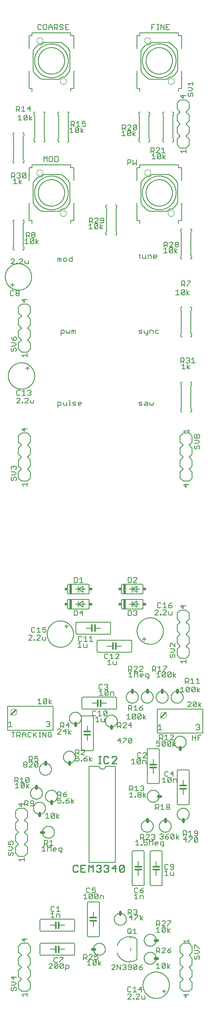
<source format=gto>
G75*
%MOIN*%
%OFA0B0*%
%FSLAX25Y25*%
%IPPOS*%
%LPD*%
%AMOC8*
5,1,8,0,0,1.08239X$1,22.5*
%
%ADD10C,0.00800*%
%ADD11C,0.01200*%
%ADD12C,0.00600*%
%ADD13C,0.00400*%
%ADD14C,0.00500*%
%ADD15R,0.02000X0.08000*%
%ADD16R,0.02500X0.02000*%
%ADD17C,0.01100*%
%ADD18C,0.02400*%
%ADD19C,0.00200*%
D10*
X0023596Y0030801D02*
X0024297Y0030100D01*
X0024998Y0030100D01*
X0025698Y0030801D01*
X0025698Y0032202D01*
X0026399Y0032902D01*
X0027099Y0032902D01*
X0027800Y0032202D01*
X0027800Y0030801D01*
X0027099Y0030100D01*
X0024297Y0032902D02*
X0023596Y0032202D01*
X0023596Y0030801D01*
X0023596Y0034704D02*
X0026399Y0034704D01*
X0027800Y0036105D01*
X0026399Y0037506D01*
X0023596Y0037506D01*
X0025698Y0039308D02*
X0023596Y0041410D01*
X0027800Y0041410D01*
X0025698Y0042110D02*
X0025698Y0039308D01*
X0024599Y0142600D02*
X0025300Y0143301D01*
X0025300Y0144702D01*
X0024599Y0145402D01*
X0023899Y0145402D01*
X0023198Y0144702D01*
X0023198Y0143301D01*
X0022498Y0142600D01*
X0021797Y0142600D01*
X0021096Y0143301D01*
X0021096Y0144702D01*
X0021797Y0145402D01*
X0021096Y0147204D02*
X0023899Y0147204D01*
X0025300Y0148605D01*
X0023899Y0150006D01*
X0021096Y0150006D01*
X0021096Y0151808D02*
X0023198Y0151808D01*
X0022498Y0153209D01*
X0022498Y0153910D01*
X0023198Y0154610D01*
X0024599Y0154610D01*
X0025300Y0153910D01*
X0025300Y0152508D01*
X0024599Y0151808D01*
X0021096Y0151808D02*
X0021096Y0154610D01*
X0027256Y0198900D02*
X0030058Y0198900D01*
X0028657Y0198900D02*
X0028657Y0203104D01*
X0027256Y0201702D01*
X0026488Y0203600D02*
X0026488Y0207804D01*
X0028590Y0207804D01*
X0029291Y0207103D01*
X0029291Y0205702D01*
X0028590Y0205001D01*
X0026488Y0205001D01*
X0027889Y0205001D02*
X0029291Y0203600D01*
X0031092Y0203600D02*
X0033895Y0203600D01*
X0033961Y0203104D02*
X0034662Y0202403D01*
X0031859Y0199601D01*
X0032560Y0198900D01*
X0033961Y0198900D01*
X0034662Y0199601D01*
X0034662Y0202403D01*
X0033961Y0203104D02*
X0032560Y0203104D01*
X0031859Y0202403D01*
X0031859Y0199601D01*
X0032493Y0203600D02*
X0032493Y0207804D01*
X0031092Y0206402D01*
X0034689Y0216400D02*
X0033988Y0217101D01*
X0033988Y0217801D01*
X0034689Y0218502D01*
X0036090Y0218502D01*
X0036791Y0217801D01*
X0036791Y0217101D01*
X0036090Y0216400D01*
X0034689Y0216400D01*
X0034689Y0218502D02*
X0033988Y0219202D01*
X0033988Y0219903D01*
X0034689Y0220604D01*
X0036090Y0220604D01*
X0036791Y0219903D01*
X0036791Y0219202D01*
X0036090Y0218502D01*
X0038592Y0219903D02*
X0039293Y0220604D01*
X0040694Y0220604D01*
X0041395Y0219903D01*
X0041395Y0219202D01*
X0038592Y0216400D01*
X0041395Y0216400D01*
X0043196Y0217101D02*
X0045998Y0219903D01*
X0045998Y0217101D01*
X0045298Y0216400D01*
X0043897Y0216400D01*
X0043196Y0217101D01*
X0043196Y0219903D01*
X0043897Y0220604D01*
X0045298Y0220604D01*
X0045998Y0219903D01*
X0045298Y0221100D02*
X0043897Y0221100D01*
X0043196Y0221801D01*
X0043196Y0223202D02*
X0044597Y0223902D01*
X0045298Y0223902D01*
X0045998Y0223202D01*
X0045998Y0221801D01*
X0045298Y0221100D01*
X0045998Y0225304D02*
X0043196Y0225304D01*
X0043196Y0223202D01*
X0041395Y0223202D02*
X0040694Y0222501D01*
X0038592Y0222501D01*
X0038592Y0221100D02*
X0038592Y0225304D01*
X0040694Y0225304D01*
X0041395Y0224603D01*
X0041395Y0223202D01*
X0039993Y0222501D02*
X0041395Y0221100D01*
X0037798Y0207804D02*
X0038498Y0207103D01*
X0035696Y0204301D01*
X0036397Y0203600D01*
X0037798Y0203600D01*
X0038498Y0204301D01*
X0038498Y0207103D01*
X0037798Y0207804D02*
X0036397Y0207804D01*
X0035696Y0207103D01*
X0035696Y0204301D01*
X0036463Y0203104D02*
X0036463Y0198900D01*
X0036463Y0200301D02*
X0038565Y0201702D01*
X0036463Y0200301D02*
X0038565Y0198900D01*
X0037002Y0188304D02*
X0037702Y0187603D01*
X0037702Y0186202D01*
X0037002Y0185501D01*
X0034900Y0185501D01*
X0034900Y0184100D02*
X0034900Y0188304D01*
X0037002Y0188304D01*
X0036301Y0185501D02*
X0037702Y0184100D01*
X0039504Y0184801D02*
X0040205Y0184100D01*
X0041606Y0184100D01*
X0042306Y0184801D01*
X0042306Y0187603D01*
X0041606Y0188304D01*
X0040205Y0188304D01*
X0039504Y0187603D01*
X0039504Y0186902D01*
X0040205Y0186202D01*
X0042306Y0186202D01*
X0051092Y0155304D02*
X0053194Y0155304D01*
X0053895Y0154603D01*
X0053895Y0153202D01*
X0053194Y0152501D01*
X0051092Y0152501D01*
X0051092Y0151100D02*
X0051092Y0155304D01*
X0052493Y0152501D02*
X0053895Y0151100D01*
X0053988Y0150604D02*
X0055389Y0149202D01*
X0056791Y0150604D01*
X0056791Y0146400D01*
X0058592Y0147101D02*
X0058592Y0148502D01*
X0059293Y0149202D01*
X0060694Y0149202D01*
X0061395Y0148502D01*
X0061395Y0147801D01*
X0058592Y0147801D01*
X0058592Y0147101D02*
X0059293Y0146400D01*
X0060694Y0146400D01*
X0058498Y0151100D02*
X0055696Y0151100D01*
X0057097Y0151100D02*
X0057097Y0155304D01*
X0055696Y0153902D01*
X0053988Y0150604D02*
X0053988Y0146400D01*
X0052187Y0146400D02*
X0049384Y0146400D01*
X0050785Y0146400D02*
X0050785Y0150604D01*
X0049384Y0149202D01*
X0052400Y0173800D02*
X0055202Y0173800D01*
X0053801Y0173800D02*
X0053801Y0178004D01*
X0052400Y0176602D01*
X0057004Y0177303D02*
X0057004Y0174501D01*
X0059806Y0177303D01*
X0059806Y0174501D01*
X0059106Y0173800D01*
X0057705Y0173800D01*
X0057004Y0174501D01*
X0057004Y0177303D02*
X0057705Y0178004D01*
X0059106Y0178004D01*
X0059806Y0177303D01*
X0061608Y0178004D02*
X0061608Y0173800D01*
X0061608Y0175201D02*
X0063710Y0176602D01*
X0061608Y0175201D02*
X0063710Y0173800D01*
X0063101Y0186300D02*
X0062400Y0187001D01*
X0063101Y0186300D02*
X0064502Y0186300D01*
X0065202Y0187001D01*
X0065202Y0188402D01*
X0064502Y0189102D01*
X0063801Y0189102D01*
X0062400Y0188402D01*
X0062400Y0190504D01*
X0065202Y0190504D01*
X0065202Y0191600D02*
X0063801Y0193001D01*
X0064502Y0193001D02*
X0062400Y0193001D01*
X0062400Y0191600D02*
X0062400Y0195804D01*
X0064502Y0195804D01*
X0065202Y0195103D01*
X0065202Y0193702D01*
X0064502Y0193001D01*
X0067004Y0192301D02*
X0067705Y0191600D01*
X0069106Y0191600D01*
X0069806Y0192301D01*
X0069806Y0193001D01*
X0069106Y0193702D01*
X0067004Y0193702D01*
X0067004Y0192301D01*
X0067004Y0193702D02*
X0068405Y0195103D01*
X0069806Y0195804D01*
X0072108Y0190504D02*
X0070707Y0189803D01*
X0069306Y0188402D01*
X0071408Y0188402D01*
X0072108Y0187701D01*
X0072108Y0187001D01*
X0071408Y0186300D01*
X0070006Y0186300D01*
X0069306Y0187001D01*
X0069306Y0188402D01*
X0067705Y0187001D02*
X0067705Y0186300D01*
X0067004Y0186300D01*
X0067004Y0187001D01*
X0067705Y0187001D01*
X0073910Y0187701D02*
X0076012Y0189102D01*
X0073910Y0187701D02*
X0076012Y0186300D01*
X0073910Y0186300D02*
X0073910Y0190504D01*
X0078101Y0221300D02*
X0077400Y0222001D01*
X0078101Y0221300D02*
X0079502Y0221300D01*
X0080202Y0222001D01*
X0080202Y0223402D01*
X0079502Y0224102D01*
X0078801Y0224102D01*
X0077400Y0223402D01*
X0077400Y0225504D01*
X0080202Y0225504D01*
X0080202Y0226600D02*
X0078801Y0228001D01*
X0079502Y0228001D02*
X0077400Y0228001D01*
X0077400Y0226600D02*
X0077400Y0230804D01*
X0079502Y0230804D01*
X0080202Y0230103D01*
X0080202Y0228702D01*
X0079502Y0228001D01*
X0082004Y0226600D02*
X0084806Y0229402D01*
X0084806Y0230103D01*
X0084106Y0230804D01*
X0082705Y0230804D01*
X0082004Y0230103D01*
X0082004Y0226600D02*
X0084806Y0226600D01*
X0085707Y0224803D02*
X0084306Y0223402D01*
X0086408Y0223402D01*
X0087108Y0222701D01*
X0087108Y0222001D01*
X0086408Y0221300D01*
X0085006Y0221300D01*
X0084306Y0222001D01*
X0084306Y0223402D01*
X0085707Y0224803D02*
X0087108Y0225504D01*
X0088910Y0225504D02*
X0088910Y0221300D01*
X0088910Y0222701D02*
X0091012Y0224102D01*
X0088910Y0222701D02*
X0091012Y0221300D01*
X0094100Y0254100D02*
X0096902Y0254100D01*
X0095501Y0254100D02*
X0095501Y0258304D01*
X0094100Y0256902D01*
X0093702Y0259100D02*
X0094402Y0259801D01*
X0093702Y0259100D02*
X0092301Y0259100D01*
X0091600Y0259801D01*
X0091600Y0262603D01*
X0092301Y0263304D01*
X0093702Y0263304D01*
X0094402Y0262603D01*
X0096204Y0261902D02*
X0097605Y0263304D01*
X0097605Y0259100D01*
X0096204Y0259100D02*
X0099006Y0259100D01*
X0100808Y0259801D02*
X0103610Y0262603D01*
X0103610Y0259801D01*
X0102910Y0259100D01*
X0101508Y0259100D01*
X0100808Y0259801D01*
X0100808Y0262603D01*
X0101508Y0263304D01*
X0102910Y0263304D01*
X0103610Y0262603D01*
X0101506Y0256902D02*
X0101506Y0254100D01*
X0099405Y0254100D01*
X0098704Y0254801D01*
X0098704Y0256902D01*
X0098689Y0276100D02*
X0098689Y0280304D01*
X0097288Y0278902D01*
X0097593Y0281100D02*
X0098994Y0281100D01*
X0099695Y0281801D01*
X0101496Y0281801D02*
X0102197Y0281100D01*
X0103598Y0281100D01*
X0104298Y0281801D01*
X0104298Y0282501D01*
X0103598Y0283202D01*
X0102897Y0283202D01*
X0103598Y0283202D02*
X0104298Y0283902D01*
X0104298Y0284603D01*
X0103598Y0285304D01*
X0102197Y0285304D01*
X0101496Y0284603D01*
X0099695Y0284603D02*
X0098994Y0285304D01*
X0097593Y0285304D01*
X0096892Y0284603D01*
X0096892Y0281801D01*
X0097593Y0281100D01*
X0097288Y0276100D02*
X0100091Y0276100D01*
X0101892Y0276801D02*
X0104695Y0279603D01*
X0104695Y0276801D01*
X0103994Y0276100D01*
X0102593Y0276100D01*
X0101892Y0276801D01*
X0101892Y0279603D01*
X0102593Y0280304D01*
X0103994Y0280304D01*
X0104695Y0279603D01*
X0106496Y0278902D02*
X0108598Y0278902D01*
X0109298Y0278202D01*
X0109298Y0276100D01*
X0106496Y0276100D02*
X0106496Y0278902D01*
X0106902Y0301600D02*
X0104100Y0301600D01*
X0105501Y0301600D02*
X0105501Y0305804D01*
X0104100Y0304402D01*
X0103702Y0306600D02*
X0104402Y0307301D01*
X0103702Y0306600D02*
X0102301Y0306600D01*
X0101600Y0307301D01*
X0101600Y0310103D01*
X0102301Y0310804D01*
X0103702Y0310804D01*
X0104402Y0310103D01*
X0106204Y0309402D02*
X0107605Y0310804D01*
X0107605Y0306600D01*
X0106204Y0306600D02*
X0109006Y0306600D01*
X0110808Y0306600D02*
X0113610Y0309402D01*
X0113610Y0310103D01*
X0112910Y0310804D01*
X0111508Y0310804D01*
X0110808Y0310103D01*
X0110808Y0306600D02*
X0113610Y0306600D01*
X0111506Y0304402D02*
X0111506Y0301600D01*
X0109405Y0301600D01*
X0108704Y0302301D01*
X0108704Y0304402D01*
X0121488Y0300304D02*
X0121488Y0296100D01*
X0121488Y0297501D02*
X0123590Y0297501D01*
X0124291Y0298202D01*
X0124291Y0299603D01*
X0123590Y0300304D01*
X0121488Y0300304D01*
X0122889Y0297501D02*
X0124291Y0296100D01*
X0123285Y0295604D02*
X0123285Y0291400D01*
X0121884Y0291400D02*
X0124687Y0291400D01*
X0126488Y0291400D02*
X0126488Y0295604D01*
X0127889Y0294202D01*
X0129291Y0295604D01*
X0129291Y0291400D01*
X0131092Y0292101D02*
X0131092Y0293502D01*
X0131793Y0294202D01*
X0133194Y0294202D01*
X0133895Y0293502D01*
X0133895Y0292801D01*
X0131092Y0292801D01*
X0131092Y0292101D02*
X0131793Y0291400D01*
X0133194Y0291400D01*
X0135696Y0292101D02*
X0136397Y0291400D01*
X0138498Y0291400D01*
X0138498Y0290699D02*
X0138498Y0294202D01*
X0136397Y0294202D01*
X0135696Y0293502D01*
X0135696Y0292101D01*
X0137097Y0289999D02*
X0137798Y0289999D01*
X0138498Y0290699D01*
X0141488Y0296100D02*
X0141488Y0300304D01*
X0143590Y0300304D01*
X0144291Y0299603D01*
X0144291Y0298202D01*
X0143590Y0297501D01*
X0141488Y0297501D01*
X0142889Y0297501D02*
X0144291Y0296100D01*
X0146092Y0296100D02*
X0148895Y0296100D01*
X0147493Y0296100D02*
X0147493Y0300304D01*
X0146092Y0298902D01*
X0146553Y0295604D02*
X0145152Y0294202D01*
X0146553Y0295604D02*
X0146553Y0291400D01*
X0145152Y0291400D02*
X0147954Y0291400D01*
X0149756Y0292101D02*
X0152558Y0294903D01*
X0152558Y0292101D01*
X0151857Y0291400D01*
X0150456Y0291400D01*
X0149756Y0292101D01*
X0149756Y0294903D01*
X0150456Y0295604D01*
X0151857Y0295604D01*
X0152558Y0294903D01*
X0154359Y0294903D02*
X0155060Y0295604D01*
X0156461Y0295604D01*
X0157162Y0294903D01*
X0154359Y0292101D01*
X0155060Y0291400D01*
X0156461Y0291400D01*
X0157162Y0292101D01*
X0157162Y0294903D01*
X0158963Y0295604D02*
X0158963Y0291400D01*
X0158963Y0292801D02*
X0161065Y0294202D01*
X0158963Y0292801D02*
X0161065Y0291400D01*
X0166553Y0283104D02*
X0165152Y0281702D01*
X0166553Y0283104D02*
X0166553Y0278900D01*
X0165152Y0278900D02*
X0167954Y0278900D01*
X0169756Y0279601D02*
X0169756Y0282403D01*
X0170456Y0283104D01*
X0171857Y0283104D01*
X0172558Y0282403D01*
X0169756Y0279601D01*
X0170456Y0278900D01*
X0171857Y0278900D01*
X0172558Y0279601D01*
X0172558Y0282403D01*
X0174359Y0282403D02*
X0174359Y0279601D01*
X0177162Y0282403D01*
X0177162Y0279601D01*
X0176461Y0278900D01*
X0175060Y0278900D01*
X0174359Y0279601D01*
X0174359Y0282403D02*
X0175060Y0283104D01*
X0176461Y0283104D01*
X0177162Y0282403D01*
X0178963Y0283104D02*
X0178963Y0278900D01*
X0178963Y0280301D02*
X0181065Y0281702D01*
X0178963Y0280301D02*
X0181065Y0278900D01*
X0180998Y0286100D02*
X0178196Y0286100D01*
X0179597Y0286100D02*
X0179597Y0290304D01*
X0178196Y0288902D01*
X0176395Y0286100D02*
X0173592Y0286100D01*
X0174993Y0286100D02*
X0174993Y0290304D01*
X0173592Y0288902D01*
X0171791Y0289603D02*
X0171791Y0288202D01*
X0171090Y0287501D01*
X0168988Y0287501D01*
X0168988Y0286100D02*
X0168988Y0290304D01*
X0171090Y0290304D01*
X0171791Y0289603D01*
X0170389Y0287501D02*
X0171791Y0286100D01*
X0171656Y0270804D02*
X0170956Y0270103D01*
X0171656Y0270804D02*
X0173057Y0270804D01*
X0173758Y0270103D01*
X0173758Y0269402D01*
X0170956Y0266600D01*
X0173758Y0266600D01*
X0175559Y0267301D02*
X0178362Y0270103D01*
X0178362Y0267301D01*
X0177661Y0266600D01*
X0176260Y0266600D01*
X0175559Y0267301D01*
X0175559Y0270103D01*
X0176260Y0270804D01*
X0177661Y0270804D01*
X0178362Y0270103D01*
X0180163Y0270804D02*
X0180163Y0266600D01*
X0180163Y0268001D02*
X0182265Y0269402D01*
X0180163Y0268001D02*
X0182265Y0266600D01*
X0182298Y0243004D02*
X0179496Y0243004D01*
X0179496Y0238800D01*
X0177695Y0238800D02*
X0177695Y0243004D01*
X0177695Y0240902D02*
X0174892Y0240902D01*
X0174892Y0238800D02*
X0174892Y0243004D01*
X0179496Y0240902D02*
X0180897Y0240902D01*
X0161098Y0206402D02*
X0161798Y0205702D01*
X0161798Y0203600D01*
X0161098Y0206402D02*
X0158996Y0206402D01*
X0158996Y0203600D01*
X0157195Y0204301D02*
X0156494Y0203600D01*
X0155093Y0203600D01*
X0154392Y0204301D01*
X0157195Y0207103D01*
X0157195Y0204301D01*
X0157195Y0207103D02*
X0156494Y0207804D01*
X0155093Y0207804D01*
X0154392Y0207103D01*
X0154392Y0204301D01*
X0152591Y0203600D02*
X0149788Y0203600D01*
X0151189Y0203600D02*
X0151189Y0207804D01*
X0149788Y0206402D01*
X0152593Y0208600D02*
X0153994Y0208600D01*
X0154695Y0209301D01*
X0152593Y0208600D02*
X0151892Y0209301D01*
X0151892Y0212103D01*
X0152593Y0212804D01*
X0153994Y0212804D01*
X0154695Y0212103D01*
X0156496Y0210702D02*
X0159298Y0210702D01*
X0158598Y0212804D02*
X0156496Y0210702D01*
X0158598Y0208600D02*
X0158598Y0212804D01*
X0158712Y0233800D02*
X0158712Y0238004D01*
X0159410Y0239100D02*
X0156608Y0239100D01*
X0159410Y0241902D01*
X0159410Y0242603D01*
X0158710Y0243304D01*
X0157308Y0243304D01*
X0156608Y0242603D01*
X0154806Y0239100D02*
X0152004Y0239100D01*
X0151606Y0238004D02*
X0152306Y0237303D01*
X0149504Y0234501D01*
X0150205Y0233800D01*
X0151606Y0233800D01*
X0152306Y0234501D01*
X0152306Y0237303D01*
X0151606Y0238004D02*
X0150205Y0238004D01*
X0149504Y0237303D01*
X0149504Y0234501D01*
X0147702Y0234501D02*
X0147002Y0233800D01*
X0145601Y0233800D01*
X0144900Y0234501D01*
X0144900Y0235902D02*
X0146301Y0236602D01*
X0147002Y0236602D01*
X0147702Y0235902D01*
X0147702Y0234501D01*
X0147702Y0238004D02*
X0144900Y0238004D01*
X0144900Y0235902D01*
X0147400Y0239100D02*
X0147400Y0243304D01*
X0149502Y0243304D01*
X0150202Y0242603D01*
X0150202Y0241202D01*
X0149502Y0240501D01*
X0147400Y0240501D01*
X0148801Y0240501D02*
X0150202Y0239100D01*
X0153405Y0239100D02*
X0153405Y0243304D01*
X0152004Y0241902D01*
X0154808Y0238004D02*
X0156210Y0238004D01*
X0156910Y0237303D01*
X0154108Y0234501D01*
X0154808Y0233800D01*
X0156210Y0233800D01*
X0156910Y0234501D01*
X0156910Y0237303D01*
X0154808Y0238004D02*
X0154108Y0237303D01*
X0154108Y0234501D01*
X0158712Y0235201D02*
X0160814Y0236602D01*
X0158712Y0235201D02*
X0160814Y0233800D01*
X0155298Y0185304D02*
X0155998Y0184603D01*
X0155998Y0183902D01*
X0155298Y0183202D01*
X0153897Y0183202D01*
X0153196Y0183902D01*
X0153196Y0184603D01*
X0153897Y0185304D01*
X0155298Y0185304D01*
X0155298Y0183202D02*
X0155998Y0182501D01*
X0155998Y0181801D01*
X0155298Y0181100D01*
X0153897Y0181100D01*
X0153196Y0181801D01*
X0153196Y0182501D01*
X0153897Y0183202D01*
X0151395Y0181100D02*
X0148592Y0181100D01*
X0149993Y0181100D02*
X0149993Y0185304D01*
X0148592Y0183902D01*
X0146791Y0184603D02*
X0146791Y0183202D01*
X0146090Y0182501D01*
X0143988Y0182501D01*
X0143988Y0181100D02*
X0143988Y0185304D01*
X0146090Y0185304D01*
X0146791Y0184603D01*
X0145389Y0182501D02*
X0146791Y0181100D01*
X0148352Y0160604D02*
X0147652Y0159903D01*
X0148352Y0160604D02*
X0149753Y0160604D01*
X0150454Y0159903D01*
X0150454Y0159202D01*
X0149753Y0158502D01*
X0150454Y0157801D01*
X0150454Y0157101D01*
X0149753Y0156400D01*
X0148352Y0156400D01*
X0147652Y0157101D01*
X0149053Y0158502D02*
X0149753Y0158502D01*
X0152256Y0158502D02*
X0152256Y0157101D01*
X0152956Y0156400D01*
X0154357Y0156400D01*
X0155058Y0157101D01*
X0155058Y0157801D01*
X0154357Y0158502D01*
X0152256Y0158502D01*
X0153657Y0159903D01*
X0155058Y0160604D01*
X0156859Y0159903D02*
X0156859Y0157101D01*
X0159662Y0159903D01*
X0159662Y0157101D01*
X0158961Y0156400D01*
X0157560Y0156400D01*
X0156859Y0157101D01*
X0156859Y0159903D02*
X0157560Y0160604D01*
X0158961Y0160604D01*
X0159662Y0159903D01*
X0161463Y0160604D02*
X0161463Y0156400D01*
X0161463Y0157801D02*
X0163565Y0159202D01*
X0161463Y0157801D02*
X0163565Y0156400D01*
X0167400Y0155902D02*
X0170202Y0155902D01*
X0169502Y0153800D02*
X0169502Y0158004D01*
X0167400Y0155902D01*
X0167400Y0159100D02*
X0167400Y0163304D01*
X0169502Y0163304D01*
X0170202Y0162603D01*
X0170202Y0161202D01*
X0169502Y0160501D01*
X0167400Y0160501D01*
X0168801Y0160501D02*
X0170202Y0159100D01*
X0172004Y0159100D02*
X0174806Y0159100D01*
X0174806Y0158004D02*
X0174806Y0157303D01*
X0172004Y0154501D01*
X0172004Y0153800D01*
X0172004Y0158004D02*
X0174806Y0158004D01*
X0173405Y0159100D02*
X0173405Y0163304D01*
X0172004Y0161902D01*
X0176608Y0161902D02*
X0177308Y0161202D01*
X0179410Y0161202D01*
X0179410Y0162603D02*
X0178710Y0163304D01*
X0177308Y0163304D01*
X0176608Y0162603D01*
X0176608Y0161902D01*
X0176608Y0159801D02*
X0177308Y0159100D01*
X0178710Y0159100D01*
X0179410Y0159801D01*
X0179410Y0162603D01*
X0178710Y0158004D02*
X0179410Y0157303D01*
X0176608Y0154501D01*
X0177308Y0153800D01*
X0178710Y0153800D01*
X0179410Y0154501D01*
X0179410Y0157303D01*
X0178710Y0158004D02*
X0177308Y0158004D01*
X0176608Y0157303D01*
X0176608Y0154501D01*
X0158598Y0135304D02*
X0157197Y0135304D01*
X0156496Y0134603D01*
X0156496Y0133902D01*
X0157197Y0133202D01*
X0159298Y0133202D01*
X0159298Y0134603D02*
X0158598Y0135304D01*
X0159298Y0134603D02*
X0159298Y0131801D01*
X0158598Y0131100D01*
X0157197Y0131100D01*
X0156496Y0131801D01*
X0154695Y0131801D02*
X0153994Y0131100D01*
X0152593Y0131100D01*
X0151892Y0131801D01*
X0151892Y0134603D01*
X0152593Y0135304D01*
X0153994Y0135304D01*
X0154695Y0134603D01*
X0153293Y0130304D02*
X0153293Y0126100D01*
X0151892Y0126100D02*
X0154695Y0126100D01*
X0156496Y0126801D02*
X0157197Y0126100D01*
X0159298Y0126100D01*
X0159298Y0128902D01*
X0156496Y0128902D02*
X0156496Y0126801D01*
X0153293Y0130304D02*
X0151892Y0128902D01*
X0150298Y0149999D02*
X0149597Y0149999D01*
X0150298Y0149999D02*
X0150998Y0150699D01*
X0150998Y0154202D01*
X0148897Y0154202D01*
X0148196Y0153502D01*
X0148196Y0152101D01*
X0148897Y0151400D01*
X0150998Y0151400D01*
X0146394Y0152801D02*
X0143592Y0152801D01*
X0143592Y0152101D02*
X0143592Y0153502D01*
X0144293Y0154202D01*
X0145694Y0154202D01*
X0146394Y0153502D01*
X0146394Y0152801D01*
X0145694Y0151400D02*
X0144293Y0151400D01*
X0143592Y0152101D01*
X0141791Y0151400D02*
X0141791Y0155604D01*
X0140389Y0154202D01*
X0138988Y0155604D01*
X0138988Y0151400D01*
X0137187Y0152101D02*
X0136486Y0151400D01*
X0135085Y0151400D01*
X0134384Y0152101D01*
X0134384Y0153502D02*
X0135785Y0154202D01*
X0136486Y0154202D01*
X0137187Y0153502D01*
X0137187Y0152101D01*
X0134384Y0153502D02*
X0134384Y0155604D01*
X0137187Y0155604D01*
X0136092Y0156100D02*
X0138895Y0158902D01*
X0138895Y0159603D01*
X0138194Y0160304D01*
X0136793Y0160304D01*
X0136092Y0159603D01*
X0134291Y0159603D02*
X0134291Y0158202D01*
X0133590Y0157501D01*
X0131488Y0157501D01*
X0131488Y0156100D02*
X0131488Y0160304D01*
X0133590Y0160304D01*
X0134291Y0159603D01*
X0132889Y0157501D02*
X0134291Y0156100D01*
X0136092Y0156100D02*
X0138895Y0156100D01*
X0140696Y0156801D02*
X0141397Y0156100D01*
X0142798Y0156100D01*
X0143498Y0156801D01*
X0143498Y0157501D01*
X0142798Y0158202D01*
X0142097Y0158202D01*
X0142798Y0158202D02*
X0143498Y0158902D01*
X0143498Y0159603D01*
X0142798Y0160304D01*
X0141397Y0160304D01*
X0140696Y0159603D01*
X0136012Y0191300D02*
X0133910Y0192701D01*
X0136012Y0194102D01*
X0133910Y0195504D02*
X0133910Y0191300D01*
X0132108Y0192001D02*
X0131408Y0191300D01*
X0130006Y0191300D01*
X0129306Y0192001D01*
X0129306Y0192701D01*
X0130006Y0193402D01*
X0131408Y0193402D01*
X0132108Y0192701D01*
X0132108Y0192001D01*
X0131408Y0193402D02*
X0132108Y0194102D01*
X0132108Y0194803D01*
X0131408Y0195504D01*
X0130006Y0195504D01*
X0129306Y0194803D01*
X0129306Y0194102D01*
X0130006Y0193402D01*
X0129806Y0196600D02*
X0127004Y0196600D01*
X0128405Y0196600D02*
X0128405Y0200804D01*
X0127004Y0199402D01*
X0125202Y0198702D02*
X0124502Y0198001D01*
X0122400Y0198001D01*
X0122400Y0196600D02*
X0122400Y0200804D01*
X0124502Y0200804D01*
X0125202Y0200103D01*
X0125202Y0198702D01*
X0123801Y0198001D02*
X0125202Y0196600D01*
X0123801Y0195504D02*
X0123801Y0191300D01*
X0122400Y0191300D02*
X0125202Y0191300D01*
X0127004Y0191300D02*
X0127705Y0191300D01*
X0127705Y0192001D01*
X0127004Y0192001D01*
X0127004Y0191300D01*
X0123801Y0195504D02*
X0122400Y0194102D01*
X0124100Y0219100D02*
X0126902Y0219100D01*
X0125501Y0219100D02*
X0125501Y0223304D01*
X0124100Y0221902D01*
X0123710Y0236300D02*
X0122308Y0236300D01*
X0121608Y0237001D01*
X0124410Y0239803D01*
X0124410Y0237001D01*
X0123710Y0236300D01*
X0121608Y0237001D02*
X0121608Y0239803D01*
X0122308Y0240504D01*
X0123710Y0240504D01*
X0124410Y0239803D01*
X0123710Y0249100D02*
X0123710Y0253304D01*
X0121608Y0251202D01*
X0124410Y0251202D01*
X0125456Y0256400D02*
X0124756Y0257101D01*
X0127558Y0259903D01*
X0127558Y0257101D01*
X0126857Y0256400D01*
X0125456Y0256400D01*
X0124756Y0257101D02*
X0124756Y0259903D01*
X0125456Y0260604D01*
X0126857Y0260604D01*
X0127558Y0259903D01*
X0129359Y0259903D02*
X0130060Y0260604D01*
X0131461Y0260604D01*
X0132162Y0259903D01*
X0129359Y0257101D01*
X0130060Y0256400D01*
X0131461Y0256400D01*
X0132162Y0257101D01*
X0132162Y0259903D01*
X0133963Y0260604D02*
X0133963Y0256400D01*
X0133963Y0257801D02*
X0136065Y0259202D01*
X0133963Y0257801D02*
X0136065Y0256400D01*
X0132798Y0263600D02*
X0133498Y0264301D01*
X0133498Y0265001D01*
X0132798Y0265702D01*
X0130696Y0265702D01*
X0130696Y0264301D01*
X0131397Y0263600D01*
X0132798Y0263600D01*
X0130696Y0265702D02*
X0132097Y0267103D01*
X0133498Y0267804D01*
X0128895Y0263600D02*
X0126092Y0263600D01*
X0127493Y0263600D02*
X0127493Y0267804D01*
X0126092Y0266402D01*
X0124291Y0265702D02*
X0123590Y0265001D01*
X0121488Y0265001D01*
X0121488Y0263600D02*
X0121488Y0267804D01*
X0123590Y0267804D01*
X0124291Y0267103D01*
X0124291Y0265702D01*
X0122889Y0265001D02*
X0124291Y0263600D01*
X0122954Y0256400D02*
X0120152Y0256400D01*
X0121553Y0256400D02*
X0121553Y0260604D01*
X0120152Y0259202D01*
X0119106Y0253304D02*
X0117705Y0253304D01*
X0117004Y0252603D01*
X0115202Y0252603D02*
X0115202Y0251202D01*
X0114502Y0250501D01*
X0112400Y0250501D01*
X0112400Y0249100D02*
X0112400Y0253304D01*
X0114502Y0253304D01*
X0115202Y0252603D01*
X0113801Y0250501D02*
X0115202Y0249100D01*
X0117004Y0249100D02*
X0119806Y0251902D01*
X0119806Y0252603D01*
X0119106Y0253304D01*
X0119806Y0249100D02*
X0117004Y0249100D01*
X0117004Y0240504D02*
X0119806Y0240504D01*
X0119806Y0239803D01*
X0117004Y0237001D01*
X0117004Y0236300D01*
X0114502Y0236300D02*
X0114502Y0240504D01*
X0112400Y0238402D01*
X0115202Y0238402D01*
X0121884Y0294202D02*
X0123285Y0295604D01*
X0126092Y0296100D02*
X0128895Y0298902D01*
X0128895Y0299603D01*
X0128194Y0300304D01*
X0126793Y0300304D01*
X0126092Y0299603D01*
X0126092Y0296100D02*
X0128895Y0296100D01*
X0130696Y0296100D02*
X0133498Y0298902D01*
X0133498Y0299603D01*
X0132798Y0300304D01*
X0131397Y0300304D01*
X0130696Y0299603D01*
X0130696Y0296100D02*
X0133498Y0296100D01*
X0129359Y0259903D02*
X0129359Y0257101D01*
X0129801Y0228304D02*
X0129100Y0227603D01*
X0129100Y0224801D01*
X0129801Y0224100D01*
X0131202Y0224100D01*
X0131902Y0224801D01*
X0130806Y0223304D02*
X0131506Y0222603D01*
X0128704Y0219801D01*
X0129405Y0219100D01*
X0130806Y0219100D01*
X0131506Y0219801D01*
X0131506Y0222603D01*
X0130806Y0223304D02*
X0129405Y0223304D01*
X0128704Y0222603D01*
X0128704Y0219801D01*
X0131902Y0227603D02*
X0131202Y0228304D01*
X0129801Y0228304D01*
X0133704Y0227603D02*
X0134405Y0228304D01*
X0135806Y0228304D01*
X0136506Y0227603D01*
X0136506Y0226902D01*
X0133704Y0224100D01*
X0136506Y0224100D01*
X0135410Y0221902D02*
X0136110Y0221202D01*
X0136110Y0219100D01*
X0135410Y0221902D02*
X0133308Y0221902D01*
X0133308Y0219100D01*
X0133710Y0200804D02*
X0134410Y0200103D01*
X0134410Y0199402D01*
X0133710Y0198702D01*
X0134410Y0198001D01*
X0134410Y0197301D01*
X0133710Y0196600D01*
X0132308Y0196600D01*
X0131608Y0197301D01*
X0133009Y0198702D02*
X0133710Y0198702D01*
X0133710Y0200804D02*
X0132308Y0200804D01*
X0131608Y0200103D01*
X0128880Y0155604D02*
X0127478Y0154202D01*
X0128880Y0155604D02*
X0128880Y0151400D01*
X0130281Y0151400D02*
X0127478Y0151400D01*
X0132082Y0151400D02*
X0132783Y0151400D01*
X0132783Y0152101D01*
X0132082Y0152101D01*
X0132082Y0151400D01*
X0134006Y0115804D02*
X0132605Y0115103D01*
X0131204Y0113702D01*
X0133306Y0113702D01*
X0134006Y0113001D01*
X0134006Y0112301D01*
X0133306Y0111600D01*
X0131905Y0111600D01*
X0131204Y0112301D01*
X0131204Y0113702D01*
X0129402Y0115103D02*
X0128702Y0115804D01*
X0127301Y0115804D01*
X0126600Y0115103D01*
X0126600Y0112301D01*
X0127301Y0111600D01*
X0128702Y0111600D01*
X0129402Y0112301D01*
X0128001Y0110804D02*
X0128001Y0106600D01*
X0126600Y0106600D02*
X0129402Y0106600D01*
X0131204Y0106600D02*
X0131204Y0109402D01*
X0133306Y0109402D01*
X0134006Y0108702D01*
X0134006Y0106600D01*
X0131463Y0093104D02*
X0131463Y0088900D01*
X0131463Y0090301D02*
X0133565Y0091702D01*
X0131463Y0090301D02*
X0133565Y0088900D01*
X0129662Y0092403D02*
X0126859Y0089601D01*
X0126859Y0088900D01*
X0124357Y0088900D02*
X0124357Y0093104D01*
X0122256Y0091002D01*
X0125058Y0091002D01*
X0126859Y0093104D02*
X0129662Y0093104D01*
X0129662Y0092403D01*
X0127798Y0093600D02*
X0128498Y0094301D01*
X0128498Y0095001D01*
X0127798Y0095702D01*
X0127097Y0095702D01*
X0127798Y0095702D02*
X0128498Y0096402D01*
X0128498Y0097103D01*
X0127798Y0097804D01*
X0126397Y0097804D01*
X0125696Y0097103D01*
X0123895Y0097103D02*
X0123895Y0095702D01*
X0123194Y0095001D01*
X0121092Y0095001D01*
X0121092Y0093600D02*
X0121092Y0097804D01*
X0123194Y0097804D01*
X0123895Y0097103D01*
X0122493Y0095001D02*
X0123895Y0093600D01*
X0125696Y0094301D02*
X0126397Y0093600D01*
X0127798Y0093600D01*
X0126897Y0081804D02*
X0125496Y0080402D01*
X0123695Y0081103D02*
X0123695Y0078301D01*
X0122994Y0077600D01*
X0121593Y0077600D01*
X0120892Y0078301D01*
X0120892Y0081103D01*
X0121593Y0081804D01*
X0122994Y0081804D01*
X0123695Y0081103D01*
X0122293Y0079001D02*
X0123695Y0077600D01*
X0125496Y0077600D02*
X0128298Y0077600D01*
X0126897Y0077600D02*
X0126897Y0081804D01*
X0126600Y0109402D02*
X0128001Y0110804D01*
X0127994Y0051804D02*
X0126593Y0051804D01*
X0125892Y0051103D01*
X0125892Y0048301D01*
X0128694Y0051103D01*
X0128694Y0048301D01*
X0127994Y0047600D01*
X0126593Y0047600D01*
X0125892Y0048301D01*
X0124091Y0048301D02*
X0124091Y0051103D01*
X0123390Y0051804D01*
X0121989Y0051804D01*
X0121288Y0051103D01*
X0121288Y0050402D01*
X0121989Y0049702D01*
X0124091Y0049702D01*
X0124091Y0048301D02*
X0123390Y0047600D01*
X0121989Y0047600D01*
X0121288Y0048301D01*
X0119487Y0048301D02*
X0118786Y0047600D01*
X0117385Y0047600D01*
X0116684Y0048301D01*
X0114883Y0047600D02*
X0114883Y0051804D01*
X0116684Y0051103D02*
X0117385Y0051804D01*
X0118786Y0051804D01*
X0119487Y0051103D01*
X0119487Y0050402D01*
X0118786Y0049702D01*
X0119487Y0049001D01*
X0119487Y0048301D01*
X0118786Y0049702D02*
X0118085Y0049702D01*
X0114883Y0047600D02*
X0112080Y0051804D01*
X0112080Y0047600D01*
X0110279Y0047600D02*
X0107476Y0047600D01*
X0110279Y0050402D01*
X0110279Y0051103D01*
X0109578Y0051804D01*
X0108177Y0051804D01*
X0107476Y0051103D01*
X0098565Y0051400D02*
X0096463Y0052801D01*
X0098565Y0054202D01*
X0096463Y0055604D02*
X0096463Y0051400D01*
X0094662Y0052101D02*
X0093961Y0051400D01*
X0092560Y0051400D01*
X0091859Y0052101D01*
X0094662Y0054903D01*
X0094662Y0052101D01*
X0094662Y0054903D02*
X0093961Y0055604D01*
X0092560Y0055604D01*
X0091859Y0054903D01*
X0091859Y0052101D01*
X0090058Y0051400D02*
X0087256Y0051400D01*
X0088657Y0051400D02*
X0088657Y0055604D01*
X0087256Y0054202D01*
X0086791Y0056100D02*
X0085389Y0057501D01*
X0086090Y0057501D02*
X0083988Y0057501D01*
X0083988Y0056100D02*
X0083988Y0060304D01*
X0086090Y0060304D01*
X0086791Y0059603D01*
X0086791Y0058202D01*
X0086090Y0057501D01*
X0088592Y0056100D02*
X0091395Y0058902D01*
X0091395Y0059603D01*
X0090694Y0060304D01*
X0089293Y0060304D01*
X0088592Y0059603D01*
X0088592Y0056100D02*
X0091395Y0056100D01*
X0093196Y0056801D02*
X0093897Y0056100D01*
X0095298Y0056100D01*
X0095998Y0056801D01*
X0095998Y0058202D01*
X0095298Y0058902D01*
X0094597Y0058902D01*
X0093196Y0058202D01*
X0093196Y0060304D01*
X0095998Y0060304D01*
X0095410Y0106600D02*
X0094008Y0106600D01*
X0093308Y0107301D01*
X0096110Y0110103D01*
X0096110Y0107301D01*
X0095410Y0106600D01*
X0093308Y0107301D02*
X0093308Y0110103D01*
X0094008Y0110804D01*
X0095410Y0110804D01*
X0096110Y0110103D01*
X0097912Y0109402D02*
X0100014Y0109402D01*
X0100714Y0108702D01*
X0100714Y0106600D01*
X0097912Y0106600D02*
X0097912Y0109402D01*
X0094006Y0112301D02*
X0093306Y0111600D01*
X0091905Y0111600D01*
X0091204Y0112301D01*
X0091204Y0113702D02*
X0092605Y0114402D01*
X0093306Y0114402D01*
X0094006Y0113702D01*
X0094006Y0112301D01*
X0091204Y0113702D02*
X0091204Y0115804D01*
X0094006Y0115804D01*
X0090806Y0110804D02*
X0091506Y0110103D01*
X0088704Y0107301D01*
X0089405Y0106600D01*
X0090806Y0106600D01*
X0091506Y0107301D01*
X0091506Y0110103D01*
X0090806Y0110804D02*
X0089405Y0110804D01*
X0088704Y0110103D01*
X0088704Y0107301D01*
X0086902Y0106600D02*
X0084100Y0106600D01*
X0085501Y0106600D02*
X0085501Y0110804D01*
X0084100Y0109402D01*
X0086600Y0112301D02*
X0086600Y0115103D01*
X0087301Y0115804D01*
X0088702Y0115804D01*
X0089402Y0115103D01*
X0089402Y0112301D02*
X0088702Y0111600D01*
X0087301Y0111600D01*
X0086600Y0112301D01*
X0071098Y0051402D02*
X0071798Y0050702D01*
X0071798Y0049301D01*
X0071098Y0048600D01*
X0068996Y0048600D01*
X0068996Y0047199D02*
X0068996Y0051402D01*
X0071098Y0051402D01*
X0067195Y0052103D02*
X0064392Y0049301D01*
X0065093Y0048600D01*
X0066494Y0048600D01*
X0067195Y0049301D01*
X0067195Y0052103D01*
X0066494Y0052804D01*
X0065093Y0052804D01*
X0064392Y0052103D01*
X0064392Y0049301D01*
X0062591Y0049301D02*
X0061890Y0048600D01*
X0060489Y0048600D01*
X0059788Y0049301D01*
X0062591Y0052103D01*
X0062591Y0049301D01*
X0062591Y0052103D02*
X0061890Y0052804D01*
X0060489Y0052804D01*
X0059788Y0052103D01*
X0059788Y0049301D01*
X0057987Y0048600D02*
X0055184Y0048600D01*
X0057987Y0051402D01*
X0057987Y0052103D01*
X0057286Y0052804D01*
X0055885Y0052804D01*
X0055184Y0052103D01*
X0059392Y0054301D02*
X0060093Y0053600D01*
X0061494Y0053600D01*
X0062195Y0054301D01*
X0063996Y0054301D02*
X0063996Y0053600D01*
X0063996Y0054301D02*
X0066798Y0057103D01*
X0066798Y0057804D01*
X0063996Y0057804D01*
X0062195Y0057103D02*
X0061494Y0057804D01*
X0060093Y0057804D01*
X0059392Y0057103D01*
X0059392Y0054301D01*
X0059695Y0091100D02*
X0056892Y0091100D01*
X0058293Y0091100D02*
X0058293Y0095304D01*
X0056892Y0093902D01*
X0057593Y0096100D02*
X0056892Y0096801D01*
X0056892Y0099603D01*
X0057593Y0100304D01*
X0058994Y0100304D01*
X0059695Y0099603D01*
X0061496Y0098902D02*
X0062897Y0100304D01*
X0062897Y0096100D01*
X0061496Y0096100D02*
X0064298Y0096100D01*
X0063598Y0093902D02*
X0064298Y0093202D01*
X0064298Y0091100D01*
X0061496Y0091100D02*
X0061496Y0093902D01*
X0063598Y0093902D01*
X0059695Y0096801D02*
X0058994Y0096100D01*
X0057593Y0096100D01*
X0064597Y0144999D02*
X0065298Y0144999D01*
X0065998Y0145699D01*
X0065998Y0149202D01*
X0063897Y0149202D01*
X0063196Y0148502D01*
X0063196Y0147101D01*
X0063897Y0146400D01*
X0065998Y0146400D01*
X0082004Y0221300D02*
X0082705Y0221300D01*
X0082705Y0222001D01*
X0082004Y0222001D01*
X0082004Y0221300D01*
X0073710Y0243800D02*
X0071608Y0245201D01*
X0073710Y0246602D01*
X0071608Y0248004D02*
X0071608Y0243800D01*
X0069106Y0243800D02*
X0069106Y0248004D01*
X0067004Y0245902D01*
X0069806Y0245902D01*
X0071606Y0249100D02*
X0071606Y0253304D01*
X0069504Y0251202D01*
X0072306Y0251202D01*
X0067702Y0251202D02*
X0067002Y0250501D01*
X0064900Y0250501D01*
X0064900Y0249100D02*
X0064900Y0253304D01*
X0067002Y0253304D01*
X0067702Y0252603D01*
X0067702Y0251202D01*
X0066301Y0250501D02*
X0067702Y0249100D01*
X0065202Y0247303D02*
X0064502Y0248004D01*
X0063101Y0248004D01*
X0062400Y0247303D01*
X0065202Y0246602D02*
X0062400Y0243800D01*
X0065202Y0243800D01*
X0065202Y0246602D02*
X0065202Y0247303D01*
X0057298Y0244803D02*
X0056598Y0245504D01*
X0055197Y0245504D01*
X0054496Y0244803D01*
X0054496Y0242001D01*
X0055197Y0241300D01*
X0056598Y0241300D01*
X0057298Y0242001D01*
X0057298Y0243402D01*
X0055897Y0243402D01*
X0052694Y0241300D02*
X0052694Y0245504D01*
X0049892Y0245504D02*
X0052694Y0241300D01*
X0049892Y0241300D02*
X0049892Y0245504D01*
X0048224Y0245504D02*
X0046823Y0245504D01*
X0047523Y0245504D02*
X0047523Y0241300D01*
X0046823Y0241300D02*
X0048224Y0241300D01*
X0045021Y0241300D02*
X0042919Y0243402D01*
X0042219Y0242701D02*
X0045021Y0245504D01*
X0042219Y0245504D02*
X0042219Y0241300D01*
X0040417Y0242001D02*
X0039717Y0241300D01*
X0038316Y0241300D01*
X0037615Y0242001D01*
X0037615Y0244803D01*
X0038316Y0245504D01*
X0039717Y0245504D01*
X0040417Y0244803D01*
X0035813Y0244102D02*
X0035813Y0241300D01*
X0035813Y0243402D02*
X0033011Y0243402D01*
X0033011Y0244102D02*
X0034412Y0245504D01*
X0035813Y0244102D01*
X0033011Y0244102D02*
X0033011Y0241300D01*
X0031209Y0241300D02*
X0029808Y0242701D01*
X0030509Y0242701D02*
X0028407Y0242701D01*
X0028407Y0241300D02*
X0028407Y0245504D01*
X0030509Y0245504D01*
X0031209Y0244803D01*
X0031209Y0243402D01*
X0030509Y0242701D01*
X0026606Y0245504D02*
X0023803Y0245504D01*
X0025204Y0245504D02*
X0025204Y0241300D01*
X0038100Y0322100D02*
X0040902Y0324902D01*
X0040902Y0325603D01*
X0040202Y0326304D01*
X0038801Y0326304D01*
X0038100Y0325603D01*
X0038100Y0322100D02*
X0040902Y0322100D01*
X0042704Y0322100D02*
X0043405Y0322100D01*
X0043405Y0322801D01*
X0042704Y0322801D01*
X0042704Y0322100D01*
X0045006Y0322100D02*
X0047808Y0324902D01*
X0047808Y0325603D01*
X0047108Y0326304D01*
X0045706Y0326304D01*
X0045006Y0325603D01*
X0045204Y0328600D02*
X0048006Y0328600D01*
X0046605Y0328600D02*
X0046605Y0332804D01*
X0045204Y0331402D01*
X0043402Y0332103D02*
X0042702Y0332804D01*
X0041301Y0332804D01*
X0040600Y0332103D01*
X0040600Y0329301D01*
X0041301Y0328600D01*
X0042702Y0328600D01*
X0043402Y0329301D01*
X0045006Y0322100D02*
X0047808Y0322100D01*
X0049610Y0322801D02*
X0049610Y0324902D01*
X0049610Y0322801D02*
X0050310Y0322100D01*
X0052412Y0322100D01*
X0052412Y0324902D01*
X0051910Y0328600D02*
X0050508Y0328600D01*
X0049808Y0329301D01*
X0049808Y0330702D02*
X0051209Y0331402D01*
X0051910Y0331402D01*
X0052610Y0330702D01*
X0052610Y0329301D01*
X0051910Y0328600D01*
X0049808Y0330702D02*
X0049808Y0332804D01*
X0052610Y0332804D01*
X0052661Y0273304D02*
X0053362Y0272603D01*
X0050559Y0269801D01*
X0051260Y0269100D01*
X0052661Y0269100D01*
X0053362Y0269801D01*
X0053362Y0272603D01*
X0052661Y0273304D02*
X0051260Y0273304D01*
X0050559Y0272603D01*
X0050559Y0269801D01*
X0048758Y0269100D02*
X0045956Y0269100D01*
X0047357Y0269100D02*
X0047357Y0273304D01*
X0045956Y0271902D01*
X0055163Y0270501D02*
X0057265Y0271902D01*
X0055163Y0270501D02*
X0057265Y0269100D01*
X0055163Y0269100D02*
X0055163Y0273304D01*
X0076100Y0342600D02*
X0078202Y0342600D01*
X0078902Y0343301D01*
X0078902Y0346103D01*
X0078202Y0346804D01*
X0076100Y0346804D01*
X0076100Y0342600D01*
X0080704Y0344702D02*
X0083506Y0344702D01*
X0082806Y0346804D02*
X0080704Y0344702D01*
X0082806Y0342600D02*
X0082806Y0346804D01*
X0081890Y0325304D02*
X0080489Y0325304D01*
X0079788Y0324603D01*
X0079788Y0321801D01*
X0080489Y0321100D01*
X0081890Y0321100D01*
X0082591Y0321801D01*
X0084392Y0321100D02*
X0087195Y0321100D01*
X0085793Y0321100D02*
X0085793Y0325304D01*
X0084392Y0323902D01*
X0082591Y0324603D02*
X0081890Y0325304D01*
X0080793Y0320304D02*
X0079392Y0318902D01*
X0080793Y0320304D02*
X0080793Y0316100D01*
X0079392Y0316100D02*
X0082195Y0316100D01*
X0083996Y0316801D02*
X0084697Y0316100D01*
X0086798Y0316100D01*
X0086798Y0318902D01*
X0088996Y0321100D02*
X0091798Y0321100D01*
X0090397Y0321100D02*
X0090397Y0325304D01*
X0088996Y0323902D01*
X0083996Y0318902D02*
X0083996Y0316801D01*
X0083506Y0370100D02*
X0080704Y0370100D01*
X0082105Y0370100D02*
X0082105Y0374304D01*
X0080704Y0372902D01*
X0078902Y0373603D02*
X0078202Y0374304D01*
X0076100Y0374304D01*
X0076100Y0370100D01*
X0078202Y0370100D01*
X0078902Y0370801D01*
X0078902Y0373603D01*
X0062600Y0516199D02*
X0062600Y0520402D01*
X0064702Y0520402D01*
X0065402Y0519702D01*
X0065402Y0518301D01*
X0064702Y0517600D01*
X0062600Y0517600D01*
X0067204Y0518301D02*
X0067905Y0517600D01*
X0070006Y0517600D01*
X0070006Y0520402D01*
X0071808Y0521804D02*
X0072508Y0521804D01*
X0072508Y0517600D01*
X0071808Y0517600D02*
X0073209Y0517600D01*
X0074877Y0517600D02*
X0076979Y0517600D01*
X0077680Y0518301D01*
X0076979Y0519001D01*
X0075578Y0519001D01*
X0074877Y0519702D01*
X0075578Y0520402D01*
X0077680Y0520402D01*
X0079481Y0519702D02*
X0080182Y0520402D01*
X0081583Y0520402D01*
X0082283Y0519702D01*
X0082283Y0519001D01*
X0079481Y0519001D01*
X0079481Y0518301D02*
X0079481Y0519702D01*
X0079481Y0518301D02*
X0080182Y0517600D01*
X0081583Y0517600D01*
X0077110Y0577600D02*
X0077110Y0579702D01*
X0076410Y0580402D01*
X0075709Y0579702D01*
X0075709Y0577600D01*
X0074308Y0577600D02*
X0074308Y0580402D01*
X0075008Y0580402D01*
X0075709Y0579702D01*
X0072506Y0580402D02*
X0072506Y0578301D01*
X0071806Y0577600D01*
X0071105Y0578301D01*
X0070405Y0577600D01*
X0069704Y0578301D01*
X0069704Y0580402D01*
X0067902Y0579702D02*
X0067902Y0578301D01*
X0067202Y0577600D01*
X0065100Y0577600D01*
X0065100Y0576199D02*
X0065100Y0580402D01*
X0067202Y0580402D01*
X0067902Y0579702D01*
X0067905Y0637600D02*
X0067204Y0638301D01*
X0067204Y0639702D01*
X0067905Y0640402D01*
X0069306Y0640402D01*
X0070006Y0639702D01*
X0070006Y0638301D01*
X0069306Y0637600D01*
X0067905Y0637600D01*
X0065402Y0637600D02*
X0065402Y0639702D01*
X0064702Y0640402D01*
X0064001Y0639702D01*
X0064001Y0637600D01*
X0062600Y0637600D02*
X0062600Y0640402D01*
X0063301Y0640402D01*
X0064001Y0639702D01*
X0071808Y0639702D02*
X0072508Y0640402D01*
X0074610Y0640402D01*
X0074610Y0641804D02*
X0074610Y0637600D01*
X0072508Y0637600D01*
X0071808Y0638301D01*
X0071808Y0639702D01*
X0073342Y0669503D02*
X0073342Y0671669D01*
X0075901Y0671669D01*
X0075901Y0686235D01*
X0072554Y0686629D02*
X0072554Y0702771D01*
X0073342Y0715763D02*
X0075901Y0715763D01*
X0075901Y0705133D01*
X0073342Y0715763D02*
X0073342Y0717928D01*
X0041058Y0717928D01*
X0041058Y0715763D01*
X0038499Y0715763D01*
X0038499Y0705133D01*
X0035798Y0707801D02*
X0035798Y0710603D01*
X0032996Y0707801D01*
X0033697Y0707100D01*
X0035098Y0707100D01*
X0035798Y0707801D01*
X0035798Y0710603D02*
X0035098Y0711304D01*
X0033697Y0711304D01*
X0032996Y0710603D01*
X0032996Y0707801D01*
X0031195Y0707801D02*
X0030494Y0707100D01*
X0029093Y0707100D01*
X0028392Y0707801D01*
X0027061Y0706504D02*
X0027061Y0702300D01*
X0028462Y0702300D02*
X0025659Y0702300D01*
X0025659Y0705102D02*
X0027061Y0706504D01*
X0026591Y0707100D02*
X0025189Y0708501D01*
X0025890Y0708501D02*
X0023788Y0708501D01*
X0023788Y0707100D02*
X0023788Y0711304D01*
X0025890Y0711304D01*
X0026591Y0710603D01*
X0026591Y0709202D01*
X0025890Y0708501D01*
X0028392Y0710603D02*
X0029093Y0711304D01*
X0030494Y0711304D01*
X0031195Y0710603D01*
X0031195Y0709902D01*
X0030494Y0709202D01*
X0031195Y0708501D01*
X0031195Y0707801D01*
X0030494Y0709202D02*
X0029793Y0709202D01*
X0030263Y0706504D02*
X0030263Y0702300D01*
X0030263Y0703701D02*
X0032365Y0705102D01*
X0030263Y0703701D02*
X0032365Y0702300D01*
X0038499Y0686235D02*
X0038499Y0671669D01*
X0041058Y0671669D01*
X0041058Y0669503D01*
X0041405Y0661804D02*
X0040704Y0661103D01*
X0040704Y0660402D01*
X0041405Y0659702D01*
X0042806Y0659702D01*
X0043506Y0659001D01*
X0043506Y0658301D01*
X0042806Y0657600D01*
X0041405Y0657600D01*
X0040704Y0658301D01*
X0040704Y0659001D01*
X0041405Y0659702D01*
X0042806Y0659702D02*
X0043506Y0660402D01*
X0043506Y0661103D01*
X0042806Y0661804D01*
X0041405Y0661804D01*
X0041806Y0656604D02*
X0040405Y0656604D01*
X0039704Y0655903D01*
X0039704Y0653101D01*
X0042506Y0655903D01*
X0042506Y0653101D01*
X0041806Y0652400D01*
X0040405Y0652400D01*
X0039704Y0653101D01*
X0037902Y0652400D02*
X0035100Y0652400D01*
X0036501Y0652400D02*
X0036501Y0656604D01*
X0035100Y0655202D01*
X0036100Y0657600D02*
X0036100Y0661804D01*
X0038202Y0661804D01*
X0038902Y0661103D01*
X0038902Y0659702D01*
X0038202Y0659001D01*
X0036100Y0659001D01*
X0037501Y0659001D02*
X0038902Y0657600D01*
X0041806Y0656604D02*
X0042506Y0655903D01*
X0044308Y0656604D02*
X0044308Y0652400D01*
X0044308Y0653801D02*
X0046410Y0655202D01*
X0044308Y0653801D02*
X0046410Y0652400D01*
X0049129Y0679346D02*
X0063893Y0679346D01*
X0063946Y0679450D01*
X0064001Y0679554D01*
X0064061Y0679655D01*
X0064124Y0679754D01*
X0064189Y0679851D01*
X0064259Y0679946D01*
X0064331Y0680038D01*
X0064406Y0680128D01*
X0064484Y0680216D01*
X0064566Y0680300D01*
X0064650Y0680382D01*
X0064736Y0680462D01*
X0064825Y0680538D01*
X0064917Y0680611D01*
X0065011Y0680681D01*
X0065107Y0680748D01*
X0065206Y0680812D01*
X0065306Y0680873D01*
X0065409Y0680930D01*
X0065513Y0680983D01*
X0065619Y0681033D01*
X0065727Y0681080D01*
X0065836Y0681123D01*
X0065947Y0681162D01*
X0066059Y0681198D01*
X0066171Y0681230D01*
X0066285Y0681258D01*
X0066400Y0681282D01*
X0066516Y0681303D01*
X0066632Y0681319D01*
X0066748Y0681332D01*
X0066865Y0681341D01*
X0066983Y0681346D01*
X0067100Y0681347D01*
X0067217Y0681344D01*
X0067335Y0681337D01*
X0067451Y0681327D01*
X0067568Y0681312D01*
X0067684Y0681294D01*
X0067799Y0681271D01*
X0067913Y0681245D01*
X0068027Y0681216D01*
X0065271Y0710054D02*
X0050507Y0710054D01*
X0050454Y0709950D01*
X0050399Y0709846D01*
X0050339Y0709745D01*
X0050276Y0709646D01*
X0050211Y0709549D01*
X0050141Y0709454D01*
X0050069Y0709362D01*
X0049994Y0709272D01*
X0049916Y0709184D01*
X0049834Y0709100D01*
X0049750Y0709018D01*
X0049664Y0708938D01*
X0049575Y0708862D01*
X0049483Y0708789D01*
X0049389Y0708719D01*
X0049293Y0708652D01*
X0049194Y0708588D01*
X0049094Y0708527D01*
X0048991Y0708470D01*
X0048887Y0708417D01*
X0048781Y0708367D01*
X0048673Y0708320D01*
X0048564Y0708277D01*
X0048453Y0708238D01*
X0048341Y0708202D01*
X0048229Y0708170D01*
X0048115Y0708142D01*
X0048000Y0708118D01*
X0047884Y0708097D01*
X0047768Y0708081D01*
X0047652Y0708068D01*
X0047535Y0708059D01*
X0047417Y0708054D01*
X0047300Y0708053D01*
X0047183Y0708056D01*
X0047065Y0708063D01*
X0046949Y0708073D01*
X0046832Y0708088D01*
X0046716Y0708106D01*
X0046601Y0708129D01*
X0046487Y0708155D01*
X0046373Y0708184D01*
X0041846Y0702771D02*
X0041846Y0686629D01*
X0050789Y0720691D02*
X0050789Y0724894D01*
X0052190Y0723493D01*
X0053591Y0724894D01*
X0053591Y0720691D01*
X0055393Y0721391D02*
X0056093Y0720691D01*
X0057495Y0720691D01*
X0058195Y0721391D01*
X0058195Y0724194D01*
X0057495Y0724894D01*
X0056093Y0724894D01*
X0055393Y0724194D01*
X0055393Y0721391D01*
X0059997Y0720691D02*
X0062099Y0720691D01*
X0062799Y0721391D01*
X0062799Y0724194D01*
X0062099Y0724894D01*
X0059997Y0724894D01*
X0059997Y0720691D01*
X0046373Y0708184D02*
X0046078Y0707954D01*
X0045788Y0707717D01*
X0045504Y0707473D01*
X0045225Y0707223D01*
X0044953Y0706966D01*
X0044686Y0706702D01*
X0044426Y0706433D01*
X0044173Y0706157D01*
X0043926Y0705876D01*
X0043685Y0705588D01*
X0043452Y0705295D01*
X0043226Y0704997D01*
X0043006Y0704693D01*
X0042794Y0704385D01*
X0042589Y0704071D01*
X0042392Y0703753D01*
X0042202Y0703430D01*
X0042020Y0703103D01*
X0041846Y0702771D01*
X0040865Y0755300D02*
X0038763Y0756701D01*
X0040865Y0758102D01*
X0038763Y0759504D02*
X0038763Y0755300D01*
X0036962Y0756001D02*
X0036261Y0755300D01*
X0034860Y0755300D01*
X0034159Y0756001D01*
X0036962Y0758803D01*
X0036962Y0756001D01*
X0036962Y0758803D02*
X0036261Y0759504D01*
X0034860Y0759504D01*
X0034159Y0758803D01*
X0034159Y0756001D01*
X0032358Y0755300D02*
X0029556Y0755300D01*
X0030957Y0755300D02*
X0030957Y0759504D01*
X0029556Y0758102D01*
X0030591Y0762600D02*
X0029189Y0764001D01*
X0029890Y0764001D02*
X0027788Y0764001D01*
X0027788Y0762600D02*
X0027788Y0766804D01*
X0029890Y0766804D01*
X0030591Y0766103D01*
X0030591Y0764702D01*
X0029890Y0764001D01*
X0032392Y0762600D02*
X0035195Y0762600D01*
X0033793Y0762600D02*
X0033793Y0766804D01*
X0032392Y0765402D01*
X0036996Y0764702D02*
X0039798Y0764702D01*
X0039098Y0762600D02*
X0039098Y0766804D01*
X0036996Y0764702D01*
X0041058Y0779503D02*
X0041058Y0781669D01*
X0038499Y0781669D01*
X0038499Y0796235D01*
X0041846Y0796629D02*
X0041846Y0812771D01*
X0038499Y0815133D02*
X0038499Y0825763D01*
X0041058Y0825763D01*
X0041058Y0827928D01*
X0073342Y0827928D01*
X0073342Y0825763D01*
X0075901Y0825763D01*
X0075901Y0815133D01*
X0072554Y0812771D02*
X0072554Y0796629D01*
X0073342Y0781669D02*
X0073342Y0779503D01*
X0073342Y0781669D02*
X0075901Y0781669D01*
X0075901Y0796235D01*
X0068027Y0791216D02*
X0067913Y0791245D01*
X0067799Y0791271D01*
X0067684Y0791294D01*
X0067568Y0791312D01*
X0067451Y0791327D01*
X0067335Y0791337D01*
X0067217Y0791344D01*
X0067100Y0791347D01*
X0066983Y0791346D01*
X0066865Y0791341D01*
X0066748Y0791332D01*
X0066632Y0791319D01*
X0066516Y0791303D01*
X0066400Y0791282D01*
X0066285Y0791258D01*
X0066171Y0791230D01*
X0066059Y0791198D01*
X0065947Y0791162D01*
X0065836Y0791123D01*
X0065727Y0791080D01*
X0065619Y0791033D01*
X0065513Y0790983D01*
X0065409Y0790930D01*
X0065306Y0790873D01*
X0065206Y0790812D01*
X0065107Y0790748D01*
X0065011Y0790681D01*
X0064917Y0790611D01*
X0064825Y0790538D01*
X0064736Y0790462D01*
X0064650Y0790382D01*
X0064566Y0790300D01*
X0064484Y0790216D01*
X0064406Y0790128D01*
X0064331Y0790038D01*
X0064259Y0789946D01*
X0064189Y0789851D01*
X0064124Y0789754D01*
X0064061Y0789655D01*
X0064001Y0789554D01*
X0063946Y0789450D01*
X0063893Y0789346D01*
X0049129Y0789346D01*
X0050507Y0820054D02*
X0065271Y0820054D01*
X0064905Y0830691D02*
X0064205Y0831391D01*
X0064905Y0830691D02*
X0066306Y0830691D01*
X0067007Y0831391D01*
X0067007Y0832092D01*
X0066306Y0832792D01*
X0064905Y0832792D01*
X0064205Y0833493D01*
X0064205Y0834194D01*
X0064905Y0834894D01*
X0066306Y0834894D01*
X0067007Y0834194D01*
X0068809Y0834894D02*
X0068809Y0830691D01*
X0071611Y0830691D01*
X0070210Y0832792D02*
X0068809Y0832792D01*
X0068809Y0834894D02*
X0071611Y0834894D01*
X0062403Y0834194D02*
X0062403Y0832792D01*
X0061703Y0832092D01*
X0059601Y0832092D01*
X0061002Y0832092D02*
X0062403Y0830691D01*
X0059601Y0830691D02*
X0059601Y0834894D01*
X0061703Y0834894D01*
X0062403Y0834194D01*
X0057799Y0833493D02*
X0057799Y0830691D01*
X0057799Y0832792D02*
X0054997Y0832792D01*
X0054997Y0833493D02*
X0054997Y0830691D01*
X0053195Y0831391D02*
X0053195Y0834194D01*
X0052495Y0834894D01*
X0051093Y0834894D01*
X0050393Y0834194D01*
X0050393Y0831391D01*
X0051093Y0830691D01*
X0052495Y0830691D01*
X0053195Y0831391D01*
X0054997Y0833493D02*
X0056398Y0834894D01*
X0057799Y0833493D01*
X0046373Y0818184D02*
X0046078Y0817954D01*
X0045788Y0817717D01*
X0045504Y0817473D01*
X0045225Y0817223D01*
X0044953Y0816966D01*
X0044686Y0816702D01*
X0044426Y0816433D01*
X0044173Y0816157D01*
X0043926Y0815876D01*
X0043685Y0815588D01*
X0043452Y0815295D01*
X0043226Y0814997D01*
X0043006Y0814693D01*
X0042794Y0814385D01*
X0042589Y0814071D01*
X0042392Y0813753D01*
X0042202Y0813430D01*
X0042020Y0813103D01*
X0041846Y0812771D01*
X0046490Y0830691D02*
X0047891Y0830691D01*
X0048591Y0831391D01*
X0046490Y0830691D02*
X0045789Y0831391D01*
X0045789Y0834194D01*
X0046490Y0834894D01*
X0047891Y0834894D01*
X0048591Y0834194D01*
X0050507Y0820054D02*
X0050454Y0819950D01*
X0050399Y0819846D01*
X0050339Y0819745D01*
X0050276Y0819646D01*
X0050211Y0819549D01*
X0050141Y0819454D01*
X0050069Y0819362D01*
X0049994Y0819272D01*
X0049916Y0819184D01*
X0049834Y0819100D01*
X0049750Y0819018D01*
X0049664Y0818938D01*
X0049575Y0818862D01*
X0049483Y0818789D01*
X0049389Y0818719D01*
X0049293Y0818652D01*
X0049194Y0818588D01*
X0049094Y0818527D01*
X0048991Y0818470D01*
X0048887Y0818417D01*
X0048781Y0818367D01*
X0048673Y0818320D01*
X0048564Y0818277D01*
X0048453Y0818238D01*
X0048341Y0818202D01*
X0048229Y0818170D01*
X0048115Y0818142D01*
X0048000Y0818118D01*
X0047884Y0818097D01*
X0047768Y0818081D01*
X0047652Y0818068D01*
X0047535Y0818059D01*
X0047417Y0818054D01*
X0047300Y0818053D01*
X0047183Y0818056D01*
X0047065Y0818063D01*
X0046949Y0818073D01*
X0046832Y0818088D01*
X0046716Y0818106D01*
X0046601Y0818129D01*
X0046487Y0818155D01*
X0046373Y0818184D01*
X0046176Y0804700D02*
X0046179Y0804971D01*
X0046189Y0805241D01*
X0046206Y0805511D01*
X0046229Y0805781D01*
X0046259Y0806049D01*
X0046295Y0806318D01*
X0046338Y0806585D01*
X0046388Y0806851D01*
X0046444Y0807115D01*
X0046506Y0807379D01*
X0046575Y0807640D01*
X0046651Y0807900D01*
X0046732Y0808158D01*
X0046820Y0808414D01*
X0046915Y0808667D01*
X0047015Y0808919D01*
X0047122Y0809167D01*
X0047234Y0809413D01*
X0047353Y0809657D01*
X0047478Y0809897D01*
X0047608Y0810134D01*
X0047744Y0810367D01*
X0047886Y0810598D01*
X0048034Y0810825D01*
X0048187Y0811048D01*
X0048345Y0811267D01*
X0048509Y0811482D01*
X0048678Y0811694D01*
X0048853Y0811901D01*
X0049032Y0812103D01*
X0049216Y0812301D01*
X0049405Y0812495D01*
X0049599Y0812684D01*
X0049797Y0812868D01*
X0049999Y0813047D01*
X0050206Y0813222D01*
X0050418Y0813391D01*
X0050633Y0813555D01*
X0050852Y0813713D01*
X0051075Y0813866D01*
X0051302Y0814014D01*
X0051533Y0814156D01*
X0051766Y0814292D01*
X0052003Y0814422D01*
X0052243Y0814547D01*
X0052487Y0814666D01*
X0052733Y0814778D01*
X0052981Y0814885D01*
X0053233Y0814985D01*
X0053486Y0815080D01*
X0053742Y0815168D01*
X0054000Y0815249D01*
X0054260Y0815325D01*
X0054521Y0815394D01*
X0054785Y0815456D01*
X0055049Y0815512D01*
X0055315Y0815562D01*
X0055582Y0815605D01*
X0055851Y0815641D01*
X0056119Y0815671D01*
X0056389Y0815694D01*
X0056659Y0815711D01*
X0056929Y0815721D01*
X0057200Y0815724D01*
X0057471Y0815721D01*
X0057741Y0815711D01*
X0058011Y0815694D01*
X0058281Y0815671D01*
X0058549Y0815641D01*
X0058818Y0815605D01*
X0059085Y0815562D01*
X0059351Y0815512D01*
X0059615Y0815456D01*
X0059879Y0815394D01*
X0060140Y0815325D01*
X0060400Y0815249D01*
X0060658Y0815168D01*
X0060914Y0815080D01*
X0061167Y0814985D01*
X0061419Y0814885D01*
X0061667Y0814778D01*
X0061913Y0814666D01*
X0062157Y0814547D01*
X0062397Y0814422D01*
X0062634Y0814292D01*
X0062867Y0814156D01*
X0063098Y0814014D01*
X0063325Y0813866D01*
X0063548Y0813713D01*
X0063767Y0813555D01*
X0063982Y0813391D01*
X0064194Y0813222D01*
X0064401Y0813047D01*
X0064603Y0812868D01*
X0064801Y0812684D01*
X0064995Y0812495D01*
X0065184Y0812301D01*
X0065368Y0812103D01*
X0065547Y0811901D01*
X0065722Y0811694D01*
X0065891Y0811482D01*
X0066055Y0811267D01*
X0066213Y0811048D01*
X0066366Y0810825D01*
X0066514Y0810598D01*
X0066656Y0810367D01*
X0066792Y0810134D01*
X0066922Y0809897D01*
X0067047Y0809657D01*
X0067166Y0809413D01*
X0067278Y0809167D01*
X0067385Y0808919D01*
X0067485Y0808667D01*
X0067580Y0808414D01*
X0067668Y0808158D01*
X0067749Y0807900D01*
X0067825Y0807640D01*
X0067894Y0807379D01*
X0067956Y0807115D01*
X0068012Y0806851D01*
X0068062Y0806585D01*
X0068105Y0806318D01*
X0068141Y0806049D01*
X0068171Y0805781D01*
X0068194Y0805511D01*
X0068211Y0805241D01*
X0068221Y0804971D01*
X0068224Y0804700D01*
X0068221Y0804429D01*
X0068211Y0804159D01*
X0068194Y0803889D01*
X0068171Y0803619D01*
X0068141Y0803351D01*
X0068105Y0803082D01*
X0068062Y0802815D01*
X0068012Y0802549D01*
X0067956Y0802285D01*
X0067894Y0802021D01*
X0067825Y0801760D01*
X0067749Y0801500D01*
X0067668Y0801242D01*
X0067580Y0800986D01*
X0067485Y0800733D01*
X0067385Y0800481D01*
X0067278Y0800233D01*
X0067166Y0799987D01*
X0067047Y0799743D01*
X0066922Y0799503D01*
X0066792Y0799266D01*
X0066656Y0799033D01*
X0066514Y0798802D01*
X0066366Y0798575D01*
X0066213Y0798352D01*
X0066055Y0798133D01*
X0065891Y0797918D01*
X0065722Y0797706D01*
X0065547Y0797499D01*
X0065368Y0797297D01*
X0065184Y0797099D01*
X0064995Y0796905D01*
X0064801Y0796716D01*
X0064603Y0796532D01*
X0064401Y0796353D01*
X0064194Y0796178D01*
X0063982Y0796009D01*
X0063767Y0795845D01*
X0063548Y0795687D01*
X0063325Y0795534D01*
X0063098Y0795386D01*
X0062867Y0795244D01*
X0062634Y0795108D01*
X0062397Y0794978D01*
X0062157Y0794853D01*
X0061913Y0794734D01*
X0061667Y0794622D01*
X0061419Y0794515D01*
X0061167Y0794415D01*
X0060914Y0794320D01*
X0060658Y0794232D01*
X0060400Y0794151D01*
X0060140Y0794075D01*
X0059879Y0794006D01*
X0059615Y0793944D01*
X0059351Y0793888D01*
X0059085Y0793838D01*
X0058818Y0793795D01*
X0058549Y0793759D01*
X0058281Y0793729D01*
X0058011Y0793706D01*
X0057741Y0793689D01*
X0057471Y0793679D01*
X0057200Y0793676D01*
X0056929Y0793679D01*
X0056659Y0793689D01*
X0056389Y0793706D01*
X0056119Y0793729D01*
X0055851Y0793759D01*
X0055582Y0793795D01*
X0055315Y0793838D01*
X0055049Y0793888D01*
X0054785Y0793944D01*
X0054521Y0794006D01*
X0054260Y0794075D01*
X0054000Y0794151D01*
X0053742Y0794232D01*
X0053486Y0794320D01*
X0053233Y0794415D01*
X0052981Y0794515D01*
X0052733Y0794622D01*
X0052487Y0794734D01*
X0052243Y0794853D01*
X0052003Y0794978D01*
X0051766Y0795108D01*
X0051533Y0795244D01*
X0051302Y0795386D01*
X0051075Y0795534D01*
X0050852Y0795687D01*
X0050633Y0795845D01*
X0050418Y0796009D01*
X0050206Y0796178D01*
X0049999Y0796353D01*
X0049797Y0796532D01*
X0049599Y0796716D01*
X0049405Y0796905D01*
X0049216Y0797099D01*
X0049032Y0797297D01*
X0048853Y0797499D01*
X0048678Y0797706D01*
X0048509Y0797918D01*
X0048345Y0798133D01*
X0048187Y0798352D01*
X0048034Y0798575D01*
X0047886Y0798802D01*
X0047744Y0799033D01*
X0047608Y0799266D01*
X0047478Y0799503D01*
X0047353Y0799743D01*
X0047234Y0799987D01*
X0047122Y0800233D01*
X0047015Y0800481D01*
X0046915Y0800733D01*
X0046820Y0800986D01*
X0046732Y0801242D01*
X0046651Y0801500D01*
X0046575Y0801760D01*
X0046506Y0802021D01*
X0046444Y0802285D01*
X0046388Y0802549D01*
X0046338Y0802815D01*
X0046295Y0803082D01*
X0046259Y0803351D01*
X0046229Y0803619D01*
X0046206Y0803889D01*
X0046189Y0804159D01*
X0046179Y0804429D01*
X0046176Y0804700D01*
X0065271Y0820054D02*
X0065639Y0819855D01*
X0066002Y0819647D01*
X0066359Y0819431D01*
X0066712Y0819205D01*
X0067059Y0818972D01*
X0067400Y0818730D01*
X0067736Y0818480D01*
X0068065Y0818222D01*
X0068388Y0817956D01*
X0068704Y0817682D01*
X0069014Y0817401D01*
X0069317Y0817112D01*
X0069612Y0816817D01*
X0069901Y0816514D01*
X0070182Y0816204D01*
X0070456Y0815888D01*
X0070722Y0815565D01*
X0070980Y0815236D01*
X0071230Y0814900D01*
X0071472Y0814559D01*
X0071705Y0814212D01*
X0071931Y0813859D01*
X0072147Y0813502D01*
X0072355Y0813139D01*
X0072554Y0812771D01*
X0073600Y0754304D02*
X0075702Y0754304D01*
X0076402Y0753603D01*
X0076402Y0752202D01*
X0075702Y0751501D01*
X0073600Y0751501D01*
X0073600Y0750100D02*
X0073600Y0754304D01*
X0075001Y0751501D02*
X0076402Y0750100D01*
X0078204Y0750100D02*
X0081006Y0750100D01*
X0081808Y0749104D02*
X0081808Y0744900D01*
X0081808Y0746301D02*
X0083910Y0747702D01*
X0083508Y0750100D02*
X0082808Y0750801D01*
X0083508Y0750100D02*
X0084910Y0750100D01*
X0085610Y0750801D01*
X0085610Y0752202D01*
X0084910Y0752902D01*
X0084209Y0752902D01*
X0082808Y0752202D01*
X0082808Y0754304D01*
X0085610Y0754304D01*
X0081808Y0746301D02*
X0083910Y0744900D01*
X0080006Y0745601D02*
X0079306Y0744900D01*
X0077905Y0744900D01*
X0077204Y0745601D01*
X0080006Y0748403D01*
X0080006Y0745601D01*
X0080006Y0748403D02*
X0079306Y0749104D01*
X0077905Y0749104D01*
X0077204Y0748403D01*
X0077204Y0745601D01*
X0075402Y0744900D02*
X0072600Y0744900D01*
X0074001Y0744900D02*
X0074001Y0749104D01*
X0072600Y0747702D01*
X0078204Y0752902D02*
X0079605Y0754304D01*
X0079605Y0750100D01*
X0088788Y0673804D02*
X0090890Y0673804D01*
X0091591Y0673103D01*
X0091591Y0671702D01*
X0090890Y0671001D01*
X0088788Y0671001D01*
X0088788Y0669600D02*
X0088788Y0673804D01*
X0090189Y0671001D02*
X0091591Y0669600D01*
X0089957Y0669004D02*
X0089957Y0664800D01*
X0088556Y0664800D02*
X0091358Y0664800D01*
X0093159Y0665501D02*
X0093159Y0668303D01*
X0093860Y0669004D01*
X0095261Y0669004D01*
X0095962Y0668303D01*
X0093159Y0665501D01*
X0093860Y0664800D01*
X0095261Y0664800D01*
X0095962Y0665501D01*
X0095962Y0668303D01*
X0096195Y0669600D02*
X0093392Y0669600D01*
X0096195Y0672402D01*
X0096195Y0673103D01*
X0095494Y0673804D01*
X0094093Y0673804D01*
X0093392Y0673103D01*
X0097996Y0673103D02*
X0097996Y0672402D01*
X0098697Y0671702D01*
X0100798Y0671702D01*
X0100798Y0673103D02*
X0100098Y0673804D01*
X0098697Y0673804D01*
X0097996Y0673103D01*
X0097996Y0670301D02*
X0098697Y0669600D01*
X0100098Y0669600D01*
X0100798Y0670301D01*
X0100798Y0673103D01*
X0099865Y0667602D02*
X0097763Y0666201D01*
X0099865Y0664800D01*
X0097763Y0664800D02*
X0097763Y0669004D01*
X0089957Y0669004D02*
X0088556Y0667602D01*
X0116056Y0742300D02*
X0118858Y0742300D01*
X0117457Y0742300D02*
X0117457Y0746504D01*
X0116056Y0745102D01*
X0116288Y0747100D02*
X0116288Y0751304D01*
X0118390Y0751304D01*
X0119091Y0750603D01*
X0119091Y0749202D01*
X0118390Y0748501D01*
X0116288Y0748501D01*
X0117689Y0748501D02*
X0119091Y0747100D01*
X0120892Y0747100D02*
X0123695Y0749902D01*
X0123695Y0750603D01*
X0122994Y0751304D01*
X0121593Y0751304D01*
X0120892Y0750603D01*
X0120892Y0747100D02*
X0123695Y0747100D01*
X0122761Y0746504D02*
X0123462Y0745803D01*
X0120659Y0743001D01*
X0121360Y0742300D01*
X0122761Y0742300D01*
X0123462Y0743001D01*
X0123462Y0745803D01*
X0122761Y0746504D02*
X0121360Y0746504D01*
X0120659Y0745803D01*
X0120659Y0743001D01*
X0125263Y0743701D02*
X0127365Y0745102D01*
X0127598Y0747100D02*
X0126197Y0747100D01*
X0125496Y0747801D01*
X0128298Y0750603D01*
X0128298Y0747801D01*
X0127598Y0747100D01*
X0125496Y0747801D02*
X0125496Y0750603D01*
X0126197Y0751304D01*
X0127598Y0751304D01*
X0128298Y0750603D01*
X0125263Y0743701D02*
X0127365Y0742300D01*
X0125263Y0742300D02*
X0125263Y0746504D01*
X0125393Y0722394D02*
X0125393Y0718191D01*
X0126794Y0719592D01*
X0128195Y0718191D01*
X0128195Y0722394D01*
X0131058Y0717928D02*
X0131058Y0715763D01*
X0128499Y0715763D01*
X0128499Y0705133D01*
X0131846Y0702771D02*
X0131846Y0686629D01*
X0128499Y0686235D02*
X0128499Y0671669D01*
X0131058Y0671669D01*
X0131058Y0669503D01*
X0130801Y0643603D02*
X0130801Y0640801D01*
X0131501Y0640100D01*
X0133169Y0640801D02*
X0133870Y0640100D01*
X0135972Y0640100D01*
X0135972Y0642902D01*
X0137773Y0642902D02*
X0139875Y0642902D01*
X0140576Y0642202D01*
X0140576Y0640100D01*
X0142377Y0640801D02*
X0142377Y0642202D01*
X0143078Y0642902D01*
X0144479Y0642902D01*
X0145180Y0642202D01*
X0145180Y0641501D01*
X0142377Y0641501D01*
X0142377Y0640801D02*
X0143078Y0640100D01*
X0144479Y0640100D01*
X0151056Y0644800D02*
X0153858Y0644800D01*
X0152457Y0644800D02*
X0152457Y0649004D01*
X0151056Y0647602D01*
X0151288Y0649600D02*
X0151288Y0653804D01*
X0153390Y0653804D01*
X0154091Y0653103D01*
X0154091Y0651702D01*
X0153390Y0651001D01*
X0151288Y0651001D01*
X0152689Y0651001D02*
X0154091Y0649600D01*
X0155892Y0649600D02*
X0158695Y0652402D01*
X0158695Y0653103D01*
X0157994Y0653804D01*
X0156593Y0653804D01*
X0155892Y0653103D01*
X0155892Y0649600D02*
X0158695Y0649600D01*
X0157761Y0649004D02*
X0158462Y0648303D01*
X0155659Y0645501D01*
X0156360Y0644800D01*
X0157761Y0644800D01*
X0158462Y0645501D01*
X0158462Y0648303D01*
X0157761Y0649004D02*
X0156360Y0649004D01*
X0155659Y0648303D01*
X0155659Y0645501D01*
X0160263Y0646201D02*
X0162365Y0647602D01*
X0162598Y0649600D02*
X0161197Y0649600D01*
X0160496Y0650301D01*
X0160496Y0651001D01*
X0161197Y0651702D01*
X0162598Y0651702D01*
X0163298Y0651001D01*
X0163298Y0650301D01*
X0162598Y0649600D01*
X0162598Y0651702D02*
X0163298Y0652402D01*
X0163298Y0653103D01*
X0162598Y0653804D01*
X0161197Y0653804D01*
X0160496Y0653103D01*
X0160496Y0652402D01*
X0161197Y0651702D01*
X0160263Y0649004D02*
X0160263Y0644800D01*
X0160263Y0646201D02*
X0162365Y0644800D01*
X0165892Y0621304D02*
X0167994Y0621304D01*
X0168695Y0620603D01*
X0168695Y0619202D01*
X0167994Y0618501D01*
X0165892Y0618501D01*
X0165892Y0617100D02*
X0165892Y0621304D01*
X0167293Y0618501D02*
X0168695Y0617100D01*
X0170496Y0617100D02*
X0170496Y0617801D01*
X0173298Y0620603D01*
X0173298Y0621304D01*
X0170496Y0621304D01*
X0170263Y0614004D02*
X0170263Y0609800D01*
X0170263Y0611201D02*
X0172365Y0612602D01*
X0170263Y0611201D02*
X0172365Y0609800D01*
X0168462Y0610501D02*
X0167761Y0609800D01*
X0166360Y0609800D01*
X0165659Y0610501D01*
X0168462Y0613303D01*
X0168462Y0610501D01*
X0168462Y0613303D02*
X0167761Y0614004D01*
X0166360Y0614004D01*
X0165659Y0613303D01*
X0165659Y0610501D01*
X0163858Y0609800D02*
X0161056Y0609800D01*
X0162457Y0609800D02*
X0162457Y0614004D01*
X0161056Y0612602D01*
X0165100Y0557304D02*
X0167202Y0557304D01*
X0167902Y0556603D01*
X0167902Y0555202D01*
X0167202Y0554501D01*
X0165100Y0554501D01*
X0165100Y0553100D02*
X0165100Y0557304D01*
X0166501Y0554501D02*
X0167902Y0553100D01*
X0167501Y0552104D02*
X0166100Y0550702D01*
X0167501Y0552104D02*
X0167501Y0547900D01*
X0166100Y0547900D02*
X0168902Y0547900D01*
X0170704Y0547900D02*
X0170704Y0552104D01*
X0170405Y0553100D02*
X0169704Y0553801D01*
X0170405Y0553100D02*
X0171806Y0553100D01*
X0172506Y0553801D01*
X0172506Y0554501D01*
X0171806Y0555202D01*
X0171105Y0555202D01*
X0171806Y0555202D02*
X0172506Y0555902D01*
X0172506Y0556603D01*
X0171806Y0557304D01*
X0170405Y0557304D01*
X0169704Y0556603D01*
X0172806Y0550702D02*
X0170704Y0549301D01*
X0172806Y0547900D01*
X0174308Y0553100D02*
X0177110Y0553100D01*
X0175709Y0553100D02*
X0175709Y0557304D01*
X0174308Y0555902D01*
X0177297Y0493298D02*
X0176596Y0492598D01*
X0176596Y0491197D01*
X0177297Y0490496D01*
X0177998Y0490496D01*
X0178698Y0491197D01*
X0178698Y0492598D01*
X0179399Y0493298D01*
X0180099Y0493298D01*
X0180800Y0492598D01*
X0180800Y0491197D01*
X0180099Y0490496D01*
X0179399Y0490496D01*
X0178698Y0491197D01*
X0178698Y0492598D02*
X0177998Y0493298D01*
X0177297Y0493298D01*
X0176596Y0488695D02*
X0179399Y0488695D01*
X0180800Y0487293D01*
X0179399Y0485892D01*
X0176596Y0485892D01*
X0177297Y0484091D02*
X0176596Y0483390D01*
X0176596Y0481989D01*
X0177297Y0481288D01*
X0177998Y0481288D01*
X0178698Y0481989D01*
X0178698Y0483390D01*
X0179399Y0484091D01*
X0180099Y0484091D01*
X0180800Y0483390D01*
X0180800Y0481989D01*
X0180099Y0481288D01*
X0157798Y0353304D02*
X0156397Y0352603D01*
X0154996Y0351202D01*
X0157098Y0351202D01*
X0157798Y0350501D01*
X0157798Y0349801D01*
X0157098Y0349100D01*
X0155697Y0349100D01*
X0154996Y0349801D01*
X0154996Y0351202D01*
X0153195Y0349100D02*
X0150392Y0349100D01*
X0151793Y0349100D02*
X0151793Y0353304D01*
X0150392Y0351902D01*
X0148591Y0352603D02*
X0147890Y0353304D01*
X0146489Y0353304D01*
X0145788Y0352603D01*
X0145788Y0349801D01*
X0146489Y0349100D01*
X0147890Y0349100D01*
X0148591Y0349801D01*
X0151093Y0347304D02*
X0150392Y0346603D01*
X0151093Y0347304D02*
X0152494Y0347304D01*
X0153195Y0346603D01*
X0153195Y0345902D01*
X0150392Y0343100D01*
X0153195Y0343100D01*
X0154996Y0343801D02*
X0155697Y0343100D01*
X0157798Y0343100D01*
X0157798Y0345902D01*
X0154996Y0345902D02*
X0154996Y0343801D01*
X0148791Y0343801D02*
X0148791Y0343100D01*
X0148090Y0343100D01*
X0148090Y0343801D01*
X0148791Y0343801D01*
X0146289Y0343100D02*
X0143486Y0343100D01*
X0146289Y0345902D01*
X0146289Y0346603D01*
X0145588Y0347304D01*
X0144187Y0347304D01*
X0143486Y0346603D01*
X0150696Y0300304D02*
X0153498Y0300304D01*
X0153498Y0299603D01*
X0150696Y0296801D01*
X0150696Y0296100D01*
X0154359Y0294903D02*
X0154359Y0292101D01*
X0156797Y0307600D02*
X0157498Y0307600D01*
X0158198Y0308301D01*
X0158198Y0309702D01*
X0158899Y0310402D01*
X0159599Y0310402D01*
X0160300Y0309702D01*
X0160300Y0308301D01*
X0159599Y0307600D01*
X0158899Y0312204D02*
X0160300Y0313605D01*
X0158899Y0315006D01*
X0156096Y0315006D01*
X0156797Y0316808D02*
X0156096Y0317508D01*
X0156096Y0318910D01*
X0156797Y0319610D01*
X0157498Y0319610D01*
X0160300Y0316808D01*
X0160300Y0319610D01*
X0158899Y0312204D02*
X0156096Y0312204D01*
X0156797Y0310402D02*
X0156096Y0309702D01*
X0156096Y0308301D01*
X0156797Y0307600D01*
X0127806Y0342600D02*
X0128506Y0343301D01*
X0128506Y0344001D01*
X0127806Y0344702D01*
X0127105Y0344702D01*
X0127806Y0344702D02*
X0128506Y0345402D01*
X0128506Y0346103D01*
X0127806Y0346804D01*
X0126405Y0346804D01*
X0125704Y0346103D01*
X0123902Y0346103D02*
X0123202Y0346804D01*
X0121100Y0346804D01*
X0121100Y0342600D01*
X0123202Y0342600D01*
X0123902Y0343301D01*
X0123902Y0346103D01*
X0125704Y0343301D02*
X0126405Y0342600D01*
X0127806Y0342600D01*
X0128506Y0370100D02*
X0125704Y0370100D01*
X0128506Y0372902D01*
X0128506Y0373603D01*
X0127806Y0374304D01*
X0126405Y0374304D01*
X0125704Y0373603D01*
X0123902Y0373603D02*
X0123202Y0374304D01*
X0121100Y0374304D01*
X0121100Y0370100D01*
X0123202Y0370100D01*
X0123902Y0370801D01*
X0123902Y0373603D01*
X0130100Y0517600D02*
X0132202Y0517600D01*
X0132902Y0518301D01*
X0132202Y0519001D01*
X0130801Y0519001D01*
X0130100Y0519702D01*
X0130801Y0520402D01*
X0132902Y0520402D01*
X0135405Y0520402D02*
X0136806Y0520402D01*
X0137506Y0519702D01*
X0137506Y0517600D01*
X0135405Y0517600D01*
X0134704Y0518301D01*
X0135405Y0519001D01*
X0137506Y0519001D01*
X0139308Y0518301D02*
X0140008Y0517600D01*
X0140709Y0518301D01*
X0141410Y0517600D01*
X0142110Y0518301D01*
X0142110Y0520402D01*
X0139308Y0520402D02*
X0139308Y0518301D01*
X0136806Y0576199D02*
X0136105Y0576199D01*
X0136806Y0576199D02*
X0137506Y0576899D01*
X0137506Y0580402D01*
X0139308Y0580402D02*
X0139308Y0577600D01*
X0137506Y0577600D02*
X0135405Y0577600D01*
X0134704Y0578301D01*
X0134704Y0580402D01*
X0132902Y0580402D02*
X0130801Y0580402D01*
X0130100Y0579702D01*
X0130801Y0579001D01*
X0132202Y0579001D01*
X0132902Y0578301D01*
X0132202Y0577600D01*
X0130100Y0577600D01*
X0139308Y0580402D02*
X0141410Y0580402D01*
X0142110Y0579702D01*
X0142110Y0577600D01*
X0143912Y0578301D02*
X0143912Y0579702D01*
X0144612Y0580402D01*
X0146714Y0580402D01*
X0146714Y0577600D02*
X0144612Y0577600D01*
X0143912Y0578301D01*
X0137773Y0640100D02*
X0137773Y0642902D01*
X0133169Y0642902D02*
X0133169Y0640801D01*
X0131501Y0642902D02*
X0130100Y0642902D01*
X0139129Y0679346D02*
X0153893Y0679346D01*
X0153946Y0679450D01*
X0154001Y0679554D01*
X0154061Y0679655D01*
X0154124Y0679754D01*
X0154189Y0679851D01*
X0154259Y0679946D01*
X0154331Y0680038D01*
X0154406Y0680128D01*
X0154484Y0680216D01*
X0154566Y0680300D01*
X0154650Y0680382D01*
X0154736Y0680462D01*
X0154825Y0680538D01*
X0154917Y0680611D01*
X0155011Y0680681D01*
X0155107Y0680748D01*
X0155206Y0680812D01*
X0155306Y0680873D01*
X0155409Y0680930D01*
X0155513Y0680983D01*
X0155619Y0681033D01*
X0155727Y0681080D01*
X0155836Y0681123D01*
X0155947Y0681162D01*
X0156059Y0681198D01*
X0156171Y0681230D01*
X0156285Y0681258D01*
X0156400Y0681282D01*
X0156516Y0681303D01*
X0156632Y0681319D01*
X0156748Y0681332D01*
X0156865Y0681341D01*
X0156983Y0681346D01*
X0157100Y0681347D01*
X0157217Y0681344D01*
X0157335Y0681337D01*
X0157451Y0681327D01*
X0157568Y0681312D01*
X0157684Y0681294D01*
X0157799Y0681271D01*
X0157913Y0681245D01*
X0158027Y0681216D01*
X0162554Y0686629D02*
X0162554Y0702771D01*
X0163342Y0715763D02*
X0165901Y0715763D01*
X0165901Y0705133D01*
X0163342Y0715763D02*
X0163342Y0717928D01*
X0131058Y0717928D01*
X0136373Y0708184D02*
X0136487Y0708155D01*
X0136601Y0708129D01*
X0136716Y0708106D01*
X0136832Y0708088D01*
X0136949Y0708073D01*
X0137065Y0708063D01*
X0137183Y0708056D01*
X0137300Y0708053D01*
X0137417Y0708054D01*
X0137535Y0708059D01*
X0137652Y0708068D01*
X0137768Y0708081D01*
X0137884Y0708097D01*
X0138000Y0708118D01*
X0138115Y0708142D01*
X0138229Y0708170D01*
X0138341Y0708202D01*
X0138453Y0708238D01*
X0138564Y0708277D01*
X0138673Y0708320D01*
X0138781Y0708367D01*
X0138887Y0708417D01*
X0138991Y0708470D01*
X0139094Y0708527D01*
X0139194Y0708588D01*
X0139293Y0708652D01*
X0139389Y0708719D01*
X0139483Y0708789D01*
X0139575Y0708862D01*
X0139664Y0708938D01*
X0139750Y0709018D01*
X0139834Y0709100D01*
X0139916Y0709184D01*
X0139994Y0709272D01*
X0140069Y0709362D01*
X0140141Y0709454D01*
X0140211Y0709549D01*
X0140276Y0709646D01*
X0140339Y0709745D01*
X0140399Y0709846D01*
X0140454Y0709950D01*
X0140507Y0710054D01*
X0155271Y0710054D01*
X0152410Y0722900D02*
X0150308Y0724301D01*
X0152410Y0725702D01*
X0152110Y0728100D02*
X0149308Y0728100D01*
X0150709Y0728100D02*
X0150709Y0732304D01*
X0149308Y0730902D01*
X0147506Y0730902D02*
X0147506Y0731603D01*
X0146806Y0732304D01*
X0145405Y0732304D01*
X0144704Y0731603D01*
X0142902Y0731603D02*
X0142902Y0730202D01*
X0142202Y0729501D01*
X0140100Y0729501D01*
X0140100Y0728100D02*
X0140100Y0732304D01*
X0142202Y0732304D01*
X0142902Y0731603D01*
X0141501Y0729501D02*
X0142902Y0728100D01*
X0142501Y0727104D02*
X0141100Y0725702D01*
X0142501Y0727104D02*
X0142501Y0722900D01*
X0141100Y0722900D02*
X0143902Y0722900D01*
X0145704Y0723601D02*
X0148506Y0726403D01*
X0148506Y0723601D01*
X0147806Y0722900D01*
X0146405Y0722900D01*
X0145704Y0723601D01*
X0145704Y0726403D01*
X0146405Y0727104D01*
X0147806Y0727104D01*
X0148506Y0726403D01*
X0150308Y0727104D02*
X0150308Y0722900D01*
X0147506Y0728100D02*
X0144704Y0728100D01*
X0147506Y0730902D01*
X0136373Y0708184D02*
X0136078Y0707954D01*
X0135788Y0707717D01*
X0135504Y0707473D01*
X0135225Y0707223D01*
X0134953Y0706966D01*
X0134686Y0706702D01*
X0134426Y0706433D01*
X0134173Y0706157D01*
X0133926Y0705876D01*
X0133685Y0705588D01*
X0133452Y0705295D01*
X0133226Y0704997D01*
X0133006Y0704693D01*
X0132794Y0704385D01*
X0132589Y0704071D01*
X0132392Y0703753D01*
X0132202Y0703430D01*
X0132020Y0703103D01*
X0131846Y0702771D01*
X0122891Y0719592D02*
X0120789Y0719592D01*
X0120789Y0718191D02*
X0120789Y0722394D01*
X0122891Y0722394D01*
X0123591Y0721694D01*
X0123591Y0720292D01*
X0122891Y0719592D01*
X0131058Y0779503D02*
X0131058Y0781669D01*
X0128499Y0781669D01*
X0128499Y0796235D01*
X0131846Y0796629D02*
X0131846Y0812771D01*
X0128499Y0815133D02*
X0128499Y0825763D01*
X0131058Y0825763D01*
X0131058Y0827928D01*
X0163342Y0827928D01*
X0163342Y0825763D01*
X0165901Y0825763D01*
X0165901Y0815133D01*
X0162554Y0812771D02*
X0162554Y0796629D01*
X0163342Y0781669D02*
X0163342Y0779503D01*
X0163342Y0781669D02*
X0165901Y0781669D01*
X0165901Y0796235D01*
X0171096Y0785709D02*
X0175300Y0785709D01*
X0175300Y0784308D02*
X0175300Y0787110D01*
X0173899Y0782506D02*
X0175300Y0781105D01*
X0173899Y0779704D01*
X0171096Y0779704D01*
X0171797Y0777902D02*
X0171096Y0777202D01*
X0171096Y0775801D01*
X0171797Y0775100D01*
X0172498Y0775100D01*
X0173198Y0775801D01*
X0173198Y0777202D01*
X0173899Y0777902D01*
X0174599Y0777902D01*
X0175300Y0777202D01*
X0175300Y0775801D01*
X0174599Y0775100D01*
X0173899Y0782506D02*
X0171096Y0782506D01*
X0172498Y0784308D02*
X0171096Y0785709D01*
X0158027Y0791216D02*
X0157913Y0791245D01*
X0157799Y0791271D01*
X0157684Y0791294D01*
X0157568Y0791312D01*
X0157451Y0791327D01*
X0157335Y0791337D01*
X0157217Y0791344D01*
X0157100Y0791347D01*
X0156983Y0791346D01*
X0156865Y0791341D01*
X0156748Y0791332D01*
X0156632Y0791319D01*
X0156516Y0791303D01*
X0156400Y0791282D01*
X0156285Y0791258D01*
X0156171Y0791230D01*
X0156059Y0791198D01*
X0155947Y0791162D01*
X0155836Y0791123D01*
X0155727Y0791080D01*
X0155619Y0791033D01*
X0155513Y0790983D01*
X0155409Y0790930D01*
X0155306Y0790873D01*
X0155206Y0790812D01*
X0155107Y0790748D01*
X0155011Y0790681D01*
X0154917Y0790611D01*
X0154825Y0790538D01*
X0154736Y0790462D01*
X0154650Y0790382D01*
X0154566Y0790300D01*
X0154484Y0790216D01*
X0154406Y0790128D01*
X0154331Y0790038D01*
X0154259Y0789946D01*
X0154189Y0789851D01*
X0154124Y0789754D01*
X0154061Y0789655D01*
X0154001Y0789554D01*
X0153946Y0789450D01*
X0153893Y0789346D01*
X0139129Y0789346D01*
X0140507Y0820054D02*
X0155271Y0820054D01*
X0155868Y0830691D02*
X0153066Y0830691D01*
X0153066Y0834894D01*
X0155868Y0834894D01*
X0154467Y0832792D02*
X0153066Y0832792D01*
X0151265Y0830691D02*
X0151265Y0834894D01*
X0148462Y0834894D02*
X0148462Y0830691D01*
X0146794Y0830691D02*
X0145393Y0830691D01*
X0146093Y0830691D02*
X0146093Y0834894D01*
X0145393Y0834894D02*
X0146794Y0834894D01*
X0148462Y0834894D02*
X0151265Y0830691D01*
X0136373Y0818184D02*
X0136078Y0817954D01*
X0135788Y0817717D01*
X0135504Y0817473D01*
X0135225Y0817223D01*
X0134953Y0816966D01*
X0134686Y0816702D01*
X0134426Y0816433D01*
X0134173Y0816157D01*
X0133926Y0815876D01*
X0133685Y0815588D01*
X0133452Y0815295D01*
X0133226Y0814997D01*
X0133006Y0814693D01*
X0132794Y0814385D01*
X0132589Y0814071D01*
X0132392Y0813753D01*
X0132202Y0813430D01*
X0132020Y0813103D01*
X0131846Y0812771D01*
X0136373Y0818184D02*
X0136487Y0818155D01*
X0136601Y0818129D01*
X0136716Y0818106D01*
X0136832Y0818088D01*
X0136949Y0818073D01*
X0137065Y0818063D01*
X0137183Y0818056D01*
X0137300Y0818053D01*
X0137417Y0818054D01*
X0137535Y0818059D01*
X0137652Y0818068D01*
X0137768Y0818081D01*
X0137884Y0818097D01*
X0138000Y0818118D01*
X0138115Y0818142D01*
X0138229Y0818170D01*
X0138341Y0818202D01*
X0138453Y0818238D01*
X0138564Y0818277D01*
X0138673Y0818320D01*
X0138781Y0818367D01*
X0138887Y0818417D01*
X0138991Y0818470D01*
X0139094Y0818527D01*
X0139194Y0818588D01*
X0139293Y0818652D01*
X0139389Y0818719D01*
X0139483Y0818789D01*
X0139575Y0818862D01*
X0139664Y0818938D01*
X0139750Y0819018D01*
X0139834Y0819100D01*
X0139916Y0819184D01*
X0139994Y0819272D01*
X0140069Y0819362D01*
X0140141Y0819454D01*
X0140211Y0819549D01*
X0140276Y0819646D01*
X0140339Y0819745D01*
X0140399Y0819846D01*
X0140454Y0819950D01*
X0140507Y0820054D01*
X0140789Y0830691D02*
X0140789Y0834894D01*
X0143591Y0834894D01*
X0142190Y0832792D02*
X0140789Y0832792D01*
X0136176Y0804700D02*
X0136179Y0804971D01*
X0136189Y0805241D01*
X0136206Y0805511D01*
X0136229Y0805781D01*
X0136259Y0806049D01*
X0136295Y0806318D01*
X0136338Y0806585D01*
X0136388Y0806851D01*
X0136444Y0807115D01*
X0136506Y0807379D01*
X0136575Y0807640D01*
X0136651Y0807900D01*
X0136732Y0808158D01*
X0136820Y0808414D01*
X0136915Y0808667D01*
X0137015Y0808919D01*
X0137122Y0809167D01*
X0137234Y0809413D01*
X0137353Y0809657D01*
X0137478Y0809897D01*
X0137608Y0810134D01*
X0137744Y0810367D01*
X0137886Y0810598D01*
X0138034Y0810825D01*
X0138187Y0811048D01*
X0138345Y0811267D01*
X0138509Y0811482D01*
X0138678Y0811694D01*
X0138853Y0811901D01*
X0139032Y0812103D01*
X0139216Y0812301D01*
X0139405Y0812495D01*
X0139599Y0812684D01*
X0139797Y0812868D01*
X0139999Y0813047D01*
X0140206Y0813222D01*
X0140418Y0813391D01*
X0140633Y0813555D01*
X0140852Y0813713D01*
X0141075Y0813866D01*
X0141302Y0814014D01*
X0141533Y0814156D01*
X0141766Y0814292D01*
X0142003Y0814422D01*
X0142243Y0814547D01*
X0142487Y0814666D01*
X0142733Y0814778D01*
X0142981Y0814885D01*
X0143233Y0814985D01*
X0143486Y0815080D01*
X0143742Y0815168D01*
X0144000Y0815249D01*
X0144260Y0815325D01*
X0144521Y0815394D01*
X0144785Y0815456D01*
X0145049Y0815512D01*
X0145315Y0815562D01*
X0145582Y0815605D01*
X0145851Y0815641D01*
X0146119Y0815671D01*
X0146389Y0815694D01*
X0146659Y0815711D01*
X0146929Y0815721D01*
X0147200Y0815724D01*
X0147471Y0815721D01*
X0147741Y0815711D01*
X0148011Y0815694D01*
X0148281Y0815671D01*
X0148549Y0815641D01*
X0148818Y0815605D01*
X0149085Y0815562D01*
X0149351Y0815512D01*
X0149615Y0815456D01*
X0149879Y0815394D01*
X0150140Y0815325D01*
X0150400Y0815249D01*
X0150658Y0815168D01*
X0150914Y0815080D01*
X0151167Y0814985D01*
X0151419Y0814885D01*
X0151667Y0814778D01*
X0151913Y0814666D01*
X0152157Y0814547D01*
X0152397Y0814422D01*
X0152634Y0814292D01*
X0152867Y0814156D01*
X0153098Y0814014D01*
X0153325Y0813866D01*
X0153548Y0813713D01*
X0153767Y0813555D01*
X0153982Y0813391D01*
X0154194Y0813222D01*
X0154401Y0813047D01*
X0154603Y0812868D01*
X0154801Y0812684D01*
X0154995Y0812495D01*
X0155184Y0812301D01*
X0155368Y0812103D01*
X0155547Y0811901D01*
X0155722Y0811694D01*
X0155891Y0811482D01*
X0156055Y0811267D01*
X0156213Y0811048D01*
X0156366Y0810825D01*
X0156514Y0810598D01*
X0156656Y0810367D01*
X0156792Y0810134D01*
X0156922Y0809897D01*
X0157047Y0809657D01*
X0157166Y0809413D01*
X0157278Y0809167D01*
X0157385Y0808919D01*
X0157485Y0808667D01*
X0157580Y0808414D01*
X0157668Y0808158D01*
X0157749Y0807900D01*
X0157825Y0807640D01*
X0157894Y0807379D01*
X0157956Y0807115D01*
X0158012Y0806851D01*
X0158062Y0806585D01*
X0158105Y0806318D01*
X0158141Y0806049D01*
X0158171Y0805781D01*
X0158194Y0805511D01*
X0158211Y0805241D01*
X0158221Y0804971D01*
X0158224Y0804700D01*
X0158221Y0804429D01*
X0158211Y0804159D01*
X0158194Y0803889D01*
X0158171Y0803619D01*
X0158141Y0803351D01*
X0158105Y0803082D01*
X0158062Y0802815D01*
X0158012Y0802549D01*
X0157956Y0802285D01*
X0157894Y0802021D01*
X0157825Y0801760D01*
X0157749Y0801500D01*
X0157668Y0801242D01*
X0157580Y0800986D01*
X0157485Y0800733D01*
X0157385Y0800481D01*
X0157278Y0800233D01*
X0157166Y0799987D01*
X0157047Y0799743D01*
X0156922Y0799503D01*
X0156792Y0799266D01*
X0156656Y0799033D01*
X0156514Y0798802D01*
X0156366Y0798575D01*
X0156213Y0798352D01*
X0156055Y0798133D01*
X0155891Y0797918D01*
X0155722Y0797706D01*
X0155547Y0797499D01*
X0155368Y0797297D01*
X0155184Y0797099D01*
X0154995Y0796905D01*
X0154801Y0796716D01*
X0154603Y0796532D01*
X0154401Y0796353D01*
X0154194Y0796178D01*
X0153982Y0796009D01*
X0153767Y0795845D01*
X0153548Y0795687D01*
X0153325Y0795534D01*
X0153098Y0795386D01*
X0152867Y0795244D01*
X0152634Y0795108D01*
X0152397Y0794978D01*
X0152157Y0794853D01*
X0151913Y0794734D01*
X0151667Y0794622D01*
X0151419Y0794515D01*
X0151167Y0794415D01*
X0150914Y0794320D01*
X0150658Y0794232D01*
X0150400Y0794151D01*
X0150140Y0794075D01*
X0149879Y0794006D01*
X0149615Y0793944D01*
X0149351Y0793888D01*
X0149085Y0793838D01*
X0148818Y0793795D01*
X0148549Y0793759D01*
X0148281Y0793729D01*
X0148011Y0793706D01*
X0147741Y0793689D01*
X0147471Y0793679D01*
X0147200Y0793676D01*
X0146929Y0793679D01*
X0146659Y0793689D01*
X0146389Y0793706D01*
X0146119Y0793729D01*
X0145851Y0793759D01*
X0145582Y0793795D01*
X0145315Y0793838D01*
X0145049Y0793888D01*
X0144785Y0793944D01*
X0144521Y0794006D01*
X0144260Y0794075D01*
X0144000Y0794151D01*
X0143742Y0794232D01*
X0143486Y0794320D01*
X0143233Y0794415D01*
X0142981Y0794515D01*
X0142733Y0794622D01*
X0142487Y0794734D01*
X0142243Y0794853D01*
X0142003Y0794978D01*
X0141766Y0795108D01*
X0141533Y0795244D01*
X0141302Y0795386D01*
X0141075Y0795534D01*
X0140852Y0795687D01*
X0140633Y0795845D01*
X0140418Y0796009D01*
X0140206Y0796178D01*
X0139999Y0796353D01*
X0139797Y0796532D01*
X0139599Y0796716D01*
X0139405Y0796905D01*
X0139216Y0797099D01*
X0139032Y0797297D01*
X0138853Y0797499D01*
X0138678Y0797706D01*
X0138509Y0797918D01*
X0138345Y0798133D01*
X0138187Y0798352D01*
X0138034Y0798575D01*
X0137886Y0798802D01*
X0137744Y0799033D01*
X0137608Y0799266D01*
X0137478Y0799503D01*
X0137353Y0799743D01*
X0137234Y0799987D01*
X0137122Y0800233D01*
X0137015Y0800481D01*
X0136915Y0800733D01*
X0136820Y0800986D01*
X0136732Y0801242D01*
X0136651Y0801500D01*
X0136575Y0801760D01*
X0136506Y0802021D01*
X0136444Y0802285D01*
X0136388Y0802549D01*
X0136338Y0802815D01*
X0136295Y0803082D01*
X0136259Y0803351D01*
X0136229Y0803619D01*
X0136206Y0803889D01*
X0136189Y0804159D01*
X0136179Y0804429D01*
X0136176Y0804700D01*
X0155271Y0820054D02*
X0155639Y0819855D01*
X0156002Y0819647D01*
X0156359Y0819431D01*
X0156712Y0819205D01*
X0157059Y0818972D01*
X0157400Y0818730D01*
X0157736Y0818480D01*
X0158065Y0818222D01*
X0158388Y0817956D01*
X0158704Y0817682D01*
X0159014Y0817401D01*
X0159317Y0817112D01*
X0159612Y0816817D01*
X0159901Y0816514D01*
X0160182Y0816204D01*
X0160456Y0815888D01*
X0160722Y0815565D01*
X0160980Y0815236D01*
X0161230Y0814900D01*
X0161472Y0814559D01*
X0161705Y0814212D01*
X0161931Y0813859D01*
X0162147Y0813502D01*
X0162355Y0813139D01*
X0162554Y0812771D01*
X0162554Y0796629D02*
X0162380Y0796297D01*
X0162198Y0795970D01*
X0162008Y0795647D01*
X0161811Y0795329D01*
X0161606Y0795015D01*
X0161394Y0794707D01*
X0161174Y0794403D01*
X0160948Y0794105D01*
X0160715Y0793812D01*
X0160474Y0793524D01*
X0160227Y0793243D01*
X0159974Y0792967D01*
X0159714Y0792698D01*
X0159447Y0792434D01*
X0159175Y0792177D01*
X0158896Y0791927D01*
X0158612Y0791683D01*
X0158322Y0791446D01*
X0158027Y0791216D01*
X0133125Y0804700D02*
X0133129Y0805045D01*
X0133142Y0805391D01*
X0133163Y0805735D01*
X0133193Y0806080D01*
X0133231Y0806423D01*
X0133277Y0806765D01*
X0133332Y0807106D01*
X0133395Y0807446D01*
X0133467Y0807784D01*
X0133547Y0808120D01*
X0133635Y0808454D01*
X0133731Y0808786D01*
X0133835Y0809115D01*
X0133948Y0809442D01*
X0134068Y0809766D01*
X0134196Y0810086D01*
X0134332Y0810404D01*
X0134476Y0810718D01*
X0134628Y0811028D01*
X0134787Y0811335D01*
X0134954Y0811638D01*
X0135127Y0811936D01*
X0135309Y0812230D01*
X0135497Y0812520D01*
X0135692Y0812805D01*
X0135895Y0813084D01*
X0136104Y0813359D01*
X0136320Y0813629D01*
X0136542Y0813893D01*
X0136771Y0814152D01*
X0137006Y0814405D01*
X0137247Y0814653D01*
X0137495Y0814894D01*
X0137748Y0815129D01*
X0138007Y0815358D01*
X0138271Y0815580D01*
X0138541Y0815796D01*
X0138816Y0816005D01*
X0139095Y0816208D01*
X0139380Y0816403D01*
X0139670Y0816591D01*
X0139964Y0816773D01*
X0140262Y0816946D01*
X0140565Y0817113D01*
X0140872Y0817272D01*
X0141182Y0817424D01*
X0141496Y0817568D01*
X0141814Y0817704D01*
X0142134Y0817832D01*
X0142458Y0817952D01*
X0142785Y0818065D01*
X0143114Y0818169D01*
X0143446Y0818265D01*
X0143780Y0818353D01*
X0144116Y0818433D01*
X0144454Y0818505D01*
X0144794Y0818568D01*
X0145135Y0818623D01*
X0145477Y0818669D01*
X0145820Y0818707D01*
X0146165Y0818737D01*
X0146509Y0818758D01*
X0146855Y0818771D01*
X0147200Y0818775D01*
X0147545Y0818771D01*
X0147891Y0818758D01*
X0148235Y0818737D01*
X0148580Y0818707D01*
X0148923Y0818669D01*
X0149265Y0818623D01*
X0149606Y0818568D01*
X0149946Y0818505D01*
X0150284Y0818433D01*
X0150620Y0818353D01*
X0150954Y0818265D01*
X0151286Y0818169D01*
X0151615Y0818065D01*
X0151942Y0817952D01*
X0152266Y0817832D01*
X0152586Y0817704D01*
X0152904Y0817568D01*
X0153218Y0817424D01*
X0153528Y0817272D01*
X0153835Y0817113D01*
X0154138Y0816946D01*
X0154436Y0816773D01*
X0154730Y0816591D01*
X0155020Y0816403D01*
X0155305Y0816208D01*
X0155584Y0816005D01*
X0155859Y0815796D01*
X0156129Y0815580D01*
X0156393Y0815358D01*
X0156652Y0815129D01*
X0156905Y0814894D01*
X0157153Y0814653D01*
X0157394Y0814405D01*
X0157629Y0814152D01*
X0157858Y0813893D01*
X0158080Y0813629D01*
X0158296Y0813359D01*
X0158505Y0813084D01*
X0158708Y0812805D01*
X0158903Y0812520D01*
X0159091Y0812230D01*
X0159273Y0811936D01*
X0159446Y0811638D01*
X0159613Y0811335D01*
X0159772Y0811028D01*
X0159924Y0810718D01*
X0160068Y0810404D01*
X0160204Y0810086D01*
X0160332Y0809766D01*
X0160452Y0809442D01*
X0160565Y0809115D01*
X0160669Y0808786D01*
X0160765Y0808454D01*
X0160853Y0808120D01*
X0160933Y0807784D01*
X0161005Y0807446D01*
X0161068Y0807106D01*
X0161123Y0806765D01*
X0161169Y0806423D01*
X0161207Y0806080D01*
X0161237Y0805735D01*
X0161258Y0805391D01*
X0161271Y0805045D01*
X0161275Y0804700D01*
X0161271Y0804355D01*
X0161258Y0804009D01*
X0161237Y0803665D01*
X0161207Y0803320D01*
X0161169Y0802977D01*
X0161123Y0802635D01*
X0161068Y0802294D01*
X0161005Y0801954D01*
X0160933Y0801616D01*
X0160853Y0801280D01*
X0160765Y0800946D01*
X0160669Y0800614D01*
X0160565Y0800285D01*
X0160452Y0799958D01*
X0160332Y0799634D01*
X0160204Y0799314D01*
X0160068Y0798996D01*
X0159924Y0798682D01*
X0159772Y0798372D01*
X0159613Y0798065D01*
X0159446Y0797762D01*
X0159273Y0797464D01*
X0159091Y0797170D01*
X0158903Y0796880D01*
X0158708Y0796595D01*
X0158505Y0796316D01*
X0158296Y0796041D01*
X0158080Y0795771D01*
X0157858Y0795507D01*
X0157629Y0795248D01*
X0157394Y0794995D01*
X0157153Y0794747D01*
X0156905Y0794506D01*
X0156652Y0794271D01*
X0156393Y0794042D01*
X0156129Y0793820D01*
X0155859Y0793604D01*
X0155584Y0793395D01*
X0155305Y0793192D01*
X0155020Y0792997D01*
X0154730Y0792809D01*
X0154436Y0792627D01*
X0154138Y0792454D01*
X0153835Y0792287D01*
X0153528Y0792128D01*
X0153218Y0791976D01*
X0152904Y0791832D01*
X0152586Y0791696D01*
X0152266Y0791568D01*
X0151942Y0791448D01*
X0151615Y0791335D01*
X0151286Y0791231D01*
X0150954Y0791135D01*
X0150620Y0791047D01*
X0150284Y0790967D01*
X0149946Y0790895D01*
X0149606Y0790832D01*
X0149265Y0790777D01*
X0148923Y0790731D01*
X0148580Y0790693D01*
X0148235Y0790663D01*
X0147891Y0790642D01*
X0147545Y0790629D01*
X0147200Y0790625D01*
X0146855Y0790629D01*
X0146509Y0790642D01*
X0146165Y0790663D01*
X0145820Y0790693D01*
X0145477Y0790731D01*
X0145135Y0790777D01*
X0144794Y0790832D01*
X0144454Y0790895D01*
X0144116Y0790967D01*
X0143780Y0791047D01*
X0143446Y0791135D01*
X0143114Y0791231D01*
X0142785Y0791335D01*
X0142458Y0791448D01*
X0142134Y0791568D01*
X0141814Y0791696D01*
X0141496Y0791832D01*
X0141182Y0791976D01*
X0140872Y0792128D01*
X0140565Y0792287D01*
X0140262Y0792454D01*
X0139964Y0792627D01*
X0139670Y0792809D01*
X0139380Y0792997D01*
X0139095Y0793192D01*
X0138816Y0793395D01*
X0138541Y0793604D01*
X0138271Y0793820D01*
X0138007Y0794042D01*
X0137748Y0794271D01*
X0137495Y0794506D01*
X0137247Y0794747D01*
X0137006Y0794995D01*
X0136771Y0795248D01*
X0136542Y0795507D01*
X0136320Y0795771D01*
X0136104Y0796041D01*
X0135895Y0796316D01*
X0135692Y0796595D01*
X0135497Y0796880D01*
X0135309Y0797170D01*
X0135127Y0797464D01*
X0134954Y0797762D01*
X0134787Y0798065D01*
X0134628Y0798372D01*
X0134476Y0798682D01*
X0134332Y0798996D01*
X0134196Y0799314D01*
X0134068Y0799634D01*
X0133948Y0799958D01*
X0133835Y0800285D01*
X0133731Y0800614D01*
X0133635Y0800946D01*
X0133547Y0801280D01*
X0133467Y0801616D01*
X0133395Y0801954D01*
X0133332Y0802294D01*
X0133277Y0802635D01*
X0133231Y0802977D01*
X0133193Y0803320D01*
X0133163Y0803665D01*
X0133142Y0804009D01*
X0133129Y0804355D01*
X0133125Y0804700D01*
X0131846Y0796629D02*
X0132045Y0796261D01*
X0132253Y0795898D01*
X0132469Y0795541D01*
X0132695Y0795188D01*
X0132928Y0794841D01*
X0133170Y0794500D01*
X0133420Y0794164D01*
X0133678Y0793835D01*
X0133944Y0793512D01*
X0134218Y0793196D01*
X0134499Y0792886D01*
X0134788Y0792583D01*
X0135083Y0792288D01*
X0135386Y0791999D01*
X0135696Y0791718D01*
X0136012Y0791444D01*
X0136335Y0791178D01*
X0136664Y0790920D01*
X0137000Y0790670D01*
X0137341Y0790428D01*
X0137688Y0790195D01*
X0138041Y0789969D01*
X0138398Y0789753D01*
X0138761Y0789545D01*
X0139129Y0789346D01*
X0136176Y0694700D02*
X0136179Y0694971D01*
X0136189Y0695241D01*
X0136206Y0695511D01*
X0136229Y0695781D01*
X0136259Y0696049D01*
X0136295Y0696318D01*
X0136338Y0696585D01*
X0136388Y0696851D01*
X0136444Y0697115D01*
X0136506Y0697379D01*
X0136575Y0697640D01*
X0136651Y0697900D01*
X0136732Y0698158D01*
X0136820Y0698414D01*
X0136915Y0698667D01*
X0137015Y0698919D01*
X0137122Y0699167D01*
X0137234Y0699413D01*
X0137353Y0699657D01*
X0137478Y0699897D01*
X0137608Y0700134D01*
X0137744Y0700367D01*
X0137886Y0700598D01*
X0138034Y0700825D01*
X0138187Y0701048D01*
X0138345Y0701267D01*
X0138509Y0701482D01*
X0138678Y0701694D01*
X0138853Y0701901D01*
X0139032Y0702103D01*
X0139216Y0702301D01*
X0139405Y0702495D01*
X0139599Y0702684D01*
X0139797Y0702868D01*
X0139999Y0703047D01*
X0140206Y0703222D01*
X0140418Y0703391D01*
X0140633Y0703555D01*
X0140852Y0703713D01*
X0141075Y0703866D01*
X0141302Y0704014D01*
X0141533Y0704156D01*
X0141766Y0704292D01*
X0142003Y0704422D01*
X0142243Y0704547D01*
X0142487Y0704666D01*
X0142733Y0704778D01*
X0142981Y0704885D01*
X0143233Y0704985D01*
X0143486Y0705080D01*
X0143742Y0705168D01*
X0144000Y0705249D01*
X0144260Y0705325D01*
X0144521Y0705394D01*
X0144785Y0705456D01*
X0145049Y0705512D01*
X0145315Y0705562D01*
X0145582Y0705605D01*
X0145851Y0705641D01*
X0146119Y0705671D01*
X0146389Y0705694D01*
X0146659Y0705711D01*
X0146929Y0705721D01*
X0147200Y0705724D01*
X0147471Y0705721D01*
X0147741Y0705711D01*
X0148011Y0705694D01*
X0148281Y0705671D01*
X0148549Y0705641D01*
X0148818Y0705605D01*
X0149085Y0705562D01*
X0149351Y0705512D01*
X0149615Y0705456D01*
X0149879Y0705394D01*
X0150140Y0705325D01*
X0150400Y0705249D01*
X0150658Y0705168D01*
X0150914Y0705080D01*
X0151167Y0704985D01*
X0151419Y0704885D01*
X0151667Y0704778D01*
X0151913Y0704666D01*
X0152157Y0704547D01*
X0152397Y0704422D01*
X0152634Y0704292D01*
X0152867Y0704156D01*
X0153098Y0704014D01*
X0153325Y0703866D01*
X0153548Y0703713D01*
X0153767Y0703555D01*
X0153982Y0703391D01*
X0154194Y0703222D01*
X0154401Y0703047D01*
X0154603Y0702868D01*
X0154801Y0702684D01*
X0154995Y0702495D01*
X0155184Y0702301D01*
X0155368Y0702103D01*
X0155547Y0701901D01*
X0155722Y0701694D01*
X0155891Y0701482D01*
X0156055Y0701267D01*
X0156213Y0701048D01*
X0156366Y0700825D01*
X0156514Y0700598D01*
X0156656Y0700367D01*
X0156792Y0700134D01*
X0156922Y0699897D01*
X0157047Y0699657D01*
X0157166Y0699413D01*
X0157278Y0699167D01*
X0157385Y0698919D01*
X0157485Y0698667D01*
X0157580Y0698414D01*
X0157668Y0698158D01*
X0157749Y0697900D01*
X0157825Y0697640D01*
X0157894Y0697379D01*
X0157956Y0697115D01*
X0158012Y0696851D01*
X0158062Y0696585D01*
X0158105Y0696318D01*
X0158141Y0696049D01*
X0158171Y0695781D01*
X0158194Y0695511D01*
X0158211Y0695241D01*
X0158221Y0694971D01*
X0158224Y0694700D01*
X0158221Y0694429D01*
X0158211Y0694159D01*
X0158194Y0693889D01*
X0158171Y0693619D01*
X0158141Y0693351D01*
X0158105Y0693082D01*
X0158062Y0692815D01*
X0158012Y0692549D01*
X0157956Y0692285D01*
X0157894Y0692021D01*
X0157825Y0691760D01*
X0157749Y0691500D01*
X0157668Y0691242D01*
X0157580Y0690986D01*
X0157485Y0690733D01*
X0157385Y0690481D01*
X0157278Y0690233D01*
X0157166Y0689987D01*
X0157047Y0689743D01*
X0156922Y0689503D01*
X0156792Y0689266D01*
X0156656Y0689033D01*
X0156514Y0688802D01*
X0156366Y0688575D01*
X0156213Y0688352D01*
X0156055Y0688133D01*
X0155891Y0687918D01*
X0155722Y0687706D01*
X0155547Y0687499D01*
X0155368Y0687297D01*
X0155184Y0687099D01*
X0154995Y0686905D01*
X0154801Y0686716D01*
X0154603Y0686532D01*
X0154401Y0686353D01*
X0154194Y0686178D01*
X0153982Y0686009D01*
X0153767Y0685845D01*
X0153548Y0685687D01*
X0153325Y0685534D01*
X0153098Y0685386D01*
X0152867Y0685244D01*
X0152634Y0685108D01*
X0152397Y0684978D01*
X0152157Y0684853D01*
X0151913Y0684734D01*
X0151667Y0684622D01*
X0151419Y0684515D01*
X0151167Y0684415D01*
X0150914Y0684320D01*
X0150658Y0684232D01*
X0150400Y0684151D01*
X0150140Y0684075D01*
X0149879Y0684006D01*
X0149615Y0683944D01*
X0149351Y0683888D01*
X0149085Y0683838D01*
X0148818Y0683795D01*
X0148549Y0683759D01*
X0148281Y0683729D01*
X0148011Y0683706D01*
X0147741Y0683689D01*
X0147471Y0683679D01*
X0147200Y0683676D01*
X0146929Y0683679D01*
X0146659Y0683689D01*
X0146389Y0683706D01*
X0146119Y0683729D01*
X0145851Y0683759D01*
X0145582Y0683795D01*
X0145315Y0683838D01*
X0145049Y0683888D01*
X0144785Y0683944D01*
X0144521Y0684006D01*
X0144260Y0684075D01*
X0144000Y0684151D01*
X0143742Y0684232D01*
X0143486Y0684320D01*
X0143233Y0684415D01*
X0142981Y0684515D01*
X0142733Y0684622D01*
X0142487Y0684734D01*
X0142243Y0684853D01*
X0142003Y0684978D01*
X0141766Y0685108D01*
X0141533Y0685244D01*
X0141302Y0685386D01*
X0141075Y0685534D01*
X0140852Y0685687D01*
X0140633Y0685845D01*
X0140418Y0686009D01*
X0140206Y0686178D01*
X0139999Y0686353D01*
X0139797Y0686532D01*
X0139599Y0686716D01*
X0139405Y0686905D01*
X0139216Y0687099D01*
X0139032Y0687297D01*
X0138853Y0687499D01*
X0138678Y0687706D01*
X0138509Y0687918D01*
X0138345Y0688133D01*
X0138187Y0688352D01*
X0138034Y0688575D01*
X0137886Y0688802D01*
X0137744Y0689033D01*
X0137608Y0689266D01*
X0137478Y0689503D01*
X0137353Y0689743D01*
X0137234Y0689987D01*
X0137122Y0690233D01*
X0137015Y0690481D01*
X0136915Y0690733D01*
X0136820Y0690986D01*
X0136732Y0691242D01*
X0136651Y0691500D01*
X0136575Y0691760D01*
X0136506Y0692021D01*
X0136444Y0692285D01*
X0136388Y0692549D01*
X0136338Y0692815D01*
X0136295Y0693082D01*
X0136259Y0693351D01*
X0136229Y0693619D01*
X0136206Y0693889D01*
X0136189Y0694159D01*
X0136179Y0694429D01*
X0136176Y0694700D01*
X0155271Y0710054D02*
X0155639Y0709855D01*
X0156002Y0709647D01*
X0156359Y0709431D01*
X0156712Y0709205D01*
X0157059Y0708972D01*
X0157400Y0708730D01*
X0157736Y0708480D01*
X0158065Y0708222D01*
X0158388Y0707956D01*
X0158704Y0707682D01*
X0159014Y0707401D01*
X0159317Y0707112D01*
X0159612Y0706817D01*
X0159901Y0706514D01*
X0160182Y0706204D01*
X0160456Y0705888D01*
X0160722Y0705565D01*
X0160980Y0705236D01*
X0161230Y0704900D01*
X0161472Y0704559D01*
X0161705Y0704212D01*
X0161931Y0703859D01*
X0162147Y0703502D01*
X0162355Y0703139D01*
X0162554Y0702771D01*
X0165901Y0686235D02*
X0165901Y0671669D01*
X0163342Y0671669D01*
X0163342Y0669503D01*
X0158027Y0681216D02*
X0158322Y0681446D01*
X0158612Y0681683D01*
X0158896Y0681927D01*
X0159175Y0682177D01*
X0159447Y0682434D01*
X0159714Y0682698D01*
X0159974Y0682967D01*
X0160227Y0683243D01*
X0160474Y0683524D01*
X0160715Y0683812D01*
X0160948Y0684105D01*
X0161174Y0684403D01*
X0161394Y0684707D01*
X0161606Y0685015D01*
X0161811Y0685329D01*
X0162008Y0685647D01*
X0162198Y0685970D01*
X0162380Y0686297D01*
X0162554Y0686629D01*
X0133125Y0694700D02*
X0133129Y0695045D01*
X0133142Y0695391D01*
X0133163Y0695735D01*
X0133193Y0696080D01*
X0133231Y0696423D01*
X0133277Y0696765D01*
X0133332Y0697106D01*
X0133395Y0697446D01*
X0133467Y0697784D01*
X0133547Y0698120D01*
X0133635Y0698454D01*
X0133731Y0698786D01*
X0133835Y0699115D01*
X0133948Y0699442D01*
X0134068Y0699766D01*
X0134196Y0700086D01*
X0134332Y0700404D01*
X0134476Y0700718D01*
X0134628Y0701028D01*
X0134787Y0701335D01*
X0134954Y0701638D01*
X0135127Y0701936D01*
X0135309Y0702230D01*
X0135497Y0702520D01*
X0135692Y0702805D01*
X0135895Y0703084D01*
X0136104Y0703359D01*
X0136320Y0703629D01*
X0136542Y0703893D01*
X0136771Y0704152D01*
X0137006Y0704405D01*
X0137247Y0704653D01*
X0137495Y0704894D01*
X0137748Y0705129D01*
X0138007Y0705358D01*
X0138271Y0705580D01*
X0138541Y0705796D01*
X0138816Y0706005D01*
X0139095Y0706208D01*
X0139380Y0706403D01*
X0139670Y0706591D01*
X0139964Y0706773D01*
X0140262Y0706946D01*
X0140565Y0707113D01*
X0140872Y0707272D01*
X0141182Y0707424D01*
X0141496Y0707568D01*
X0141814Y0707704D01*
X0142134Y0707832D01*
X0142458Y0707952D01*
X0142785Y0708065D01*
X0143114Y0708169D01*
X0143446Y0708265D01*
X0143780Y0708353D01*
X0144116Y0708433D01*
X0144454Y0708505D01*
X0144794Y0708568D01*
X0145135Y0708623D01*
X0145477Y0708669D01*
X0145820Y0708707D01*
X0146165Y0708737D01*
X0146509Y0708758D01*
X0146855Y0708771D01*
X0147200Y0708775D01*
X0147545Y0708771D01*
X0147891Y0708758D01*
X0148235Y0708737D01*
X0148580Y0708707D01*
X0148923Y0708669D01*
X0149265Y0708623D01*
X0149606Y0708568D01*
X0149946Y0708505D01*
X0150284Y0708433D01*
X0150620Y0708353D01*
X0150954Y0708265D01*
X0151286Y0708169D01*
X0151615Y0708065D01*
X0151942Y0707952D01*
X0152266Y0707832D01*
X0152586Y0707704D01*
X0152904Y0707568D01*
X0153218Y0707424D01*
X0153528Y0707272D01*
X0153835Y0707113D01*
X0154138Y0706946D01*
X0154436Y0706773D01*
X0154730Y0706591D01*
X0155020Y0706403D01*
X0155305Y0706208D01*
X0155584Y0706005D01*
X0155859Y0705796D01*
X0156129Y0705580D01*
X0156393Y0705358D01*
X0156652Y0705129D01*
X0156905Y0704894D01*
X0157153Y0704653D01*
X0157394Y0704405D01*
X0157629Y0704152D01*
X0157858Y0703893D01*
X0158080Y0703629D01*
X0158296Y0703359D01*
X0158505Y0703084D01*
X0158708Y0702805D01*
X0158903Y0702520D01*
X0159091Y0702230D01*
X0159273Y0701936D01*
X0159446Y0701638D01*
X0159613Y0701335D01*
X0159772Y0701028D01*
X0159924Y0700718D01*
X0160068Y0700404D01*
X0160204Y0700086D01*
X0160332Y0699766D01*
X0160452Y0699442D01*
X0160565Y0699115D01*
X0160669Y0698786D01*
X0160765Y0698454D01*
X0160853Y0698120D01*
X0160933Y0697784D01*
X0161005Y0697446D01*
X0161068Y0697106D01*
X0161123Y0696765D01*
X0161169Y0696423D01*
X0161207Y0696080D01*
X0161237Y0695735D01*
X0161258Y0695391D01*
X0161271Y0695045D01*
X0161275Y0694700D01*
X0161271Y0694355D01*
X0161258Y0694009D01*
X0161237Y0693665D01*
X0161207Y0693320D01*
X0161169Y0692977D01*
X0161123Y0692635D01*
X0161068Y0692294D01*
X0161005Y0691954D01*
X0160933Y0691616D01*
X0160853Y0691280D01*
X0160765Y0690946D01*
X0160669Y0690614D01*
X0160565Y0690285D01*
X0160452Y0689958D01*
X0160332Y0689634D01*
X0160204Y0689314D01*
X0160068Y0688996D01*
X0159924Y0688682D01*
X0159772Y0688372D01*
X0159613Y0688065D01*
X0159446Y0687762D01*
X0159273Y0687464D01*
X0159091Y0687170D01*
X0158903Y0686880D01*
X0158708Y0686595D01*
X0158505Y0686316D01*
X0158296Y0686041D01*
X0158080Y0685771D01*
X0157858Y0685507D01*
X0157629Y0685248D01*
X0157394Y0684995D01*
X0157153Y0684747D01*
X0156905Y0684506D01*
X0156652Y0684271D01*
X0156393Y0684042D01*
X0156129Y0683820D01*
X0155859Y0683604D01*
X0155584Y0683395D01*
X0155305Y0683192D01*
X0155020Y0682997D01*
X0154730Y0682809D01*
X0154436Y0682627D01*
X0154138Y0682454D01*
X0153835Y0682287D01*
X0153528Y0682128D01*
X0153218Y0681976D01*
X0152904Y0681832D01*
X0152586Y0681696D01*
X0152266Y0681568D01*
X0151942Y0681448D01*
X0151615Y0681335D01*
X0151286Y0681231D01*
X0150954Y0681135D01*
X0150620Y0681047D01*
X0150284Y0680967D01*
X0149946Y0680895D01*
X0149606Y0680832D01*
X0149265Y0680777D01*
X0148923Y0680731D01*
X0148580Y0680693D01*
X0148235Y0680663D01*
X0147891Y0680642D01*
X0147545Y0680629D01*
X0147200Y0680625D01*
X0146855Y0680629D01*
X0146509Y0680642D01*
X0146165Y0680663D01*
X0145820Y0680693D01*
X0145477Y0680731D01*
X0145135Y0680777D01*
X0144794Y0680832D01*
X0144454Y0680895D01*
X0144116Y0680967D01*
X0143780Y0681047D01*
X0143446Y0681135D01*
X0143114Y0681231D01*
X0142785Y0681335D01*
X0142458Y0681448D01*
X0142134Y0681568D01*
X0141814Y0681696D01*
X0141496Y0681832D01*
X0141182Y0681976D01*
X0140872Y0682128D01*
X0140565Y0682287D01*
X0140262Y0682454D01*
X0139964Y0682627D01*
X0139670Y0682809D01*
X0139380Y0682997D01*
X0139095Y0683192D01*
X0138816Y0683395D01*
X0138541Y0683604D01*
X0138271Y0683820D01*
X0138007Y0684042D01*
X0137748Y0684271D01*
X0137495Y0684506D01*
X0137247Y0684747D01*
X0137006Y0684995D01*
X0136771Y0685248D01*
X0136542Y0685507D01*
X0136320Y0685771D01*
X0136104Y0686041D01*
X0135895Y0686316D01*
X0135692Y0686595D01*
X0135497Y0686880D01*
X0135309Y0687170D01*
X0135127Y0687464D01*
X0134954Y0687762D01*
X0134787Y0688065D01*
X0134628Y0688372D01*
X0134476Y0688682D01*
X0134332Y0688996D01*
X0134196Y0689314D01*
X0134068Y0689634D01*
X0133948Y0689958D01*
X0133835Y0690285D01*
X0133731Y0690614D01*
X0133635Y0690946D01*
X0133547Y0691280D01*
X0133467Y0691616D01*
X0133395Y0691954D01*
X0133332Y0692294D01*
X0133277Y0692635D01*
X0133231Y0692977D01*
X0133193Y0693320D01*
X0133163Y0693665D01*
X0133142Y0694009D01*
X0133129Y0694355D01*
X0133125Y0694700D01*
X0131846Y0686629D02*
X0132045Y0686261D01*
X0132253Y0685898D01*
X0132469Y0685541D01*
X0132695Y0685188D01*
X0132928Y0684841D01*
X0133170Y0684500D01*
X0133420Y0684164D01*
X0133678Y0683835D01*
X0133944Y0683512D01*
X0134218Y0683196D01*
X0134499Y0682886D01*
X0134788Y0682583D01*
X0135083Y0682288D01*
X0135386Y0681999D01*
X0135696Y0681718D01*
X0136012Y0681444D01*
X0136335Y0681178D01*
X0136664Y0680920D01*
X0137000Y0680670D01*
X0137341Y0680428D01*
X0137688Y0680195D01*
X0138041Y0679969D01*
X0138398Y0679753D01*
X0138761Y0679545D01*
X0139129Y0679346D01*
X0067204Y0520402D02*
X0067204Y0518301D01*
X0042412Y0519600D02*
X0042412Y0522402D01*
X0042412Y0519600D02*
X0040310Y0519600D01*
X0039610Y0520301D01*
X0039610Y0522402D01*
X0037808Y0522402D02*
X0037808Y0523103D01*
X0037108Y0523804D01*
X0035706Y0523804D01*
X0035006Y0523103D01*
X0037808Y0522402D02*
X0035006Y0519600D01*
X0037808Y0519600D01*
X0038008Y0526100D02*
X0037308Y0526801D01*
X0038008Y0526100D02*
X0039410Y0526100D01*
X0040110Y0526801D01*
X0040110Y0527501D01*
X0039410Y0528202D01*
X0038709Y0528202D01*
X0039410Y0528202D02*
X0040110Y0528902D01*
X0040110Y0529603D01*
X0039410Y0530304D01*
X0038008Y0530304D01*
X0037308Y0529603D01*
X0034105Y0530304D02*
X0034105Y0526100D01*
X0032704Y0526100D02*
X0035506Y0526100D01*
X0032704Y0528902D02*
X0034105Y0530304D01*
X0033405Y0520301D02*
X0033405Y0519600D01*
X0032704Y0519600D01*
X0032704Y0520301D01*
X0033405Y0520301D01*
X0030902Y0519600D02*
X0028100Y0519600D01*
X0030902Y0522402D01*
X0030902Y0523103D01*
X0030202Y0523804D01*
X0028801Y0523804D01*
X0028100Y0523103D01*
X0028801Y0526100D02*
X0030202Y0526100D01*
X0030902Y0526801D01*
X0028801Y0526100D02*
X0028100Y0526801D01*
X0028100Y0529603D01*
X0028801Y0530304D01*
X0030202Y0530304D01*
X0030902Y0529603D01*
X0027099Y0562600D02*
X0027800Y0563301D01*
X0027800Y0564702D01*
X0027099Y0565402D01*
X0026399Y0565402D01*
X0025698Y0564702D01*
X0025698Y0563301D01*
X0024998Y0562600D01*
X0024297Y0562600D01*
X0023596Y0563301D01*
X0023596Y0564702D01*
X0024297Y0565402D01*
X0023596Y0567204D02*
X0026399Y0567204D01*
X0027800Y0568605D01*
X0026399Y0570006D01*
X0023596Y0570006D01*
X0025698Y0571808D02*
X0024297Y0573209D01*
X0023596Y0574610D01*
X0025698Y0573910D02*
X0025698Y0571808D01*
X0027099Y0571808D01*
X0027800Y0572508D01*
X0027800Y0573910D01*
X0027099Y0574610D01*
X0026399Y0574610D01*
X0025698Y0573910D01*
X0024994Y0609100D02*
X0023593Y0609100D01*
X0022892Y0609801D01*
X0022892Y0612603D01*
X0023593Y0613304D01*
X0024994Y0613304D01*
X0025695Y0612603D01*
X0027496Y0612603D02*
X0027496Y0611902D01*
X0028197Y0611202D01*
X0029598Y0611202D01*
X0030298Y0610501D01*
X0030298Y0609801D01*
X0029598Y0609100D01*
X0028197Y0609100D01*
X0027496Y0609801D01*
X0027496Y0610501D01*
X0028197Y0611202D01*
X0029598Y0611202D02*
X0030298Y0611902D01*
X0030298Y0612603D01*
X0029598Y0613304D01*
X0028197Y0613304D01*
X0027496Y0612603D01*
X0025695Y0609801D02*
X0024994Y0609100D01*
X0026289Y0635600D02*
X0023486Y0635600D01*
X0026289Y0638402D01*
X0026289Y0639103D01*
X0025588Y0639804D01*
X0024187Y0639804D01*
X0023486Y0639103D01*
X0028090Y0636301D02*
X0028791Y0636301D01*
X0028791Y0635600D01*
X0028090Y0635600D01*
X0028090Y0636301D01*
X0030392Y0635600D02*
X0033195Y0638402D01*
X0033195Y0639103D01*
X0032494Y0639804D01*
X0031093Y0639804D01*
X0030392Y0639103D01*
X0030392Y0635600D02*
X0033195Y0635600D01*
X0034996Y0636301D02*
X0035697Y0635600D01*
X0037798Y0635600D01*
X0037798Y0638402D01*
X0034996Y0638402D02*
X0034996Y0636301D01*
X0068027Y0681216D02*
X0068322Y0681446D01*
X0068612Y0681683D01*
X0068896Y0681927D01*
X0069175Y0682177D01*
X0069447Y0682434D01*
X0069714Y0682698D01*
X0069974Y0682967D01*
X0070227Y0683243D01*
X0070474Y0683524D01*
X0070715Y0683812D01*
X0070948Y0684105D01*
X0071174Y0684403D01*
X0071394Y0684707D01*
X0071606Y0685015D01*
X0071811Y0685329D01*
X0072008Y0685647D01*
X0072198Y0685970D01*
X0072380Y0686297D01*
X0072554Y0686629D01*
X0046176Y0694700D02*
X0046179Y0694971D01*
X0046189Y0695241D01*
X0046206Y0695511D01*
X0046229Y0695781D01*
X0046259Y0696049D01*
X0046295Y0696318D01*
X0046338Y0696585D01*
X0046388Y0696851D01*
X0046444Y0697115D01*
X0046506Y0697379D01*
X0046575Y0697640D01*
X0046651Y0697900D01*
X0046732Y0698158D01*
X0046820Y0698414D01*
X0046915Y0698667D01*
X0047015Y0698919D01*
X0047122Y0699167D01*
X0047234Y0699413D01*
X0047353Y0699657D01*
X0047478Y0699897D01*
X0047608Y0700134D01*
X0047744Y0700367D01*
X0047886Y0700598D01*
X0048034Y0700825D01*
X0048187Y0701048D01*
X0048345Y0701267D01*
X0048509Y0701482D01*
X0048678Y0701694D01*
X0048853Y0701901D01*
X0049032Y0702103D01*
X0049216Y0702301D01*
X0049405Y0702495D01*
X0049599Y0702684D01*
X0049797Y0702868D01*
X0049999Y0703047D01*
X0050206Y0703222D01*
X0050418Y0703391D01*
X0050633Y0703555D01*
X0050852Y0703713D01*
X0051075Y0703866D01*
X0051302Y0704014D01*
X0051533Y0704156D01*
X0051766Y0704292D01*
X0052003Y0704422D01*
X0052243Y0704547D01*
X0052487Y0704666D01*
X0052733Y0704778D01*
X0052981Y0704885D01*
X0053233Y0704985D01*
X0053486Y0705080D01*
X0053742Y0705168D01*
X0054000Y0705249D01*
X0054260Y0705325D01*
X0054521Y0705394D01*
X0054785Y0705456D01*
X0055049Y0705512D01*
X0055315Y0705562D01*
X0055582Y0705605D01*
X0055851Y0705641D01*
X0056119Y0705671D01*
X0056389Y0705694D01*
X0056659Y0705711D01*
X0056929Y0705721D01*
X0057200Y0705724D01*
X0057471Y0705721D01*
X0057741Y0705711D01*
X0058011Y0705694D01*
X0058281Y0705671D01*
X0058549Y0705641D01*
X0058818Y0705605D01*
X0059085Y0705562D01*
X0059351Y0705512D01*
X0059615Y0705456D01*
X0059879Y0705394D01*
X0060140Y0705325D01*
X0060400Y0705249D01*
X0060658Y0705168D01*
X0060914Y0705080D01*
X0061167Y0704985D01*
X0061419Y0704885D01*
X0061667Y0704778D01*
X0061913Y0704666D01*
X0062157Y0704547D01*
X0062397Y0704422D01*
X0062634Y0704292D01*
X0062867Y0704156D01*
X0063098Y0704014D01*
X0063325Y0703866D01*
X0063548Y0703713D01*
X0063767Y0703555D01*
X0063982Y0703391D01*
X0064194Y0703222D01*
X0064401Y0703047D01*
X0064603Y0702868D01*
X0064801Y0702684D01*
X0064995Y0702495D01*
X0065184Y0702301D01*
X0065368Y0702103D01*
X0065547Y0701901D01*
X0065722Y0701694D01*
X0065891Y0701482D01*
X0066055Y0701267D01*
X0066213Y0701048D01*
X0066366Y0700825D01*
X0066514Y0700598D01*
X0066656Y0700367D01*
X0066792Y0700134D01*
X0066922Y0699897D01*
X0067047Y0699657D01*
X0067166Y0699413D01*
X0067278Y0699167D01*
X0067385Y0698919D01*
X0067485Y0698667D01*
X0067580Y0698414D01*
X0067668Y0698158D01*
X0067749Y0697900D01*
X0067825Y0697640D01*
X0067894Y0697379D01*
X0067956Y0697115D01*
X0068012Y0696851D01*
X0068062Y0696585D01*
X0068105Y0696318D01*
X0068141Y0696049D01*
X0068171Y0695781D01*
X0068194Y0695511D01*
X0068211Y0695241D01*
X0068221Y0694971D01*
X0068224Y0694700D01*
X0068221Y0694429D01*
X0068211Y0694159D01*
X0068194Y0693889D01*
X0068171Y0693619D01*
X0068141Y0693351D01*
X0068105Y0693082D01*
X0068062Y0692815D01*
X0068012Y0692549D01*
X0067956Y0692285D01*
X0067894Y0692021D01*
X0067825Y0691760D01*
X0067749Y0691500D01*
X0067668Y0691242D01*
X0067580Y0690986D01*
X0067485Y0690733D01*
X0067385Y0690481D01*
X0067278Y0690233D01*
X0067166Y0689987D01*
X0067047Y0689743D01*
X0066922Y0689503D01*
X0066792Y0689266D01*
X0066656Y0689033D01*
X0066514Y0688802D01*
X0066366Y0688575D01*
X0066213Y0688352D01*
X0066055Y0688133D01*
X0065891Y0687918D01*
X0065722Y0687706D01*
X0065547Y0687499D01*
X0065368Y0687297D01*
X0065184Y0687099D01*
X0064995Y0686905D01*
X0064801Y0686716D01*
X0064603Y0686532D01*
X0064401Y0686353D01*
X0064194Y0686178D01*
X0063982Y0686009D01*
X0063767Y0685845D01*
X0063548Y0685687D01*
X0063325Y0685534D01*
X0063098Y0685386D01*
X0062867Y0685244D01*
X0062634Y0685108D01*
X0062397Y0684978D01*
X0062157Y0684853D01*
X0061913Y0684734D01*
X0061667Y0684622D01*
X0061419Y0684515D01*
X0061167Y0684415D01*
X0060914Y0684320D01*
X0060658Y0684232D01*
X0060400Y0684151D01*
X0060140Y0684075D01*
X0059879Y0684006D01*
X0059615Y0683944D01*
X0059351Y0683888D01*
X0059085Y0683838D01*
X0058818Y0683795D01*
X0058549Y0683759D01*
X0058281Y0683729D01*
X0058011Y0683706D01*
X0057741Y0683689D01*
X0057471Y0683679D01*
X0057200Y0683676D01*
X0056929Y0683679D01*
X0056659Y0683689D01*
X0056389Y0683706D01*
X0056119Y0683729D01*
X0055851Y0683759D01*
X0055582Y0683795D01*
X0055315Y0683838D01*
X0055049Y0683888D01*
X0054785Y0683944D01*
X0054521Y0684006D01*
X0054260Y0684075D01*
X0054000Y0684151D01*
X0053742Y0684232D01*
X0053486Y0684320D01*
X0053233Y0684415D01*
X0052981Y0684515D01*
X0052733Y0684622D01*
X0052487Y0684734D01*
X0052243Y0684853D01*
X0052003Y0684978D01*
X0051766Y0685108D01*
X0051533Y0685244D01*
X0051302Y0685386D01*
X0051075Y0685534D01*
X0050852Y0685687D01*
X0050633Y0685845D01*
X0050418Y0686009D01*
X0050206Y0686178D01*
X0049999Y0686353D01*
X0049797Y0686532D01*
X0049599Y0686716D01*
X0049405Y0686905D01*
X0049216Y0687099D01*
X0049032Y0687297D01*
X0048853Y0687499D01*
X0048678Y0687706D01*
X0048509Y0687918D01*
X0048345Y0688133D01*
X0048187Y0688352D01*
X0048034Y0688575D01*
X0047886Y0688802D01*
X0047744Y0689033D01*
X0047608Y0689266D01*
X0047478Y0689503D01*
X0047353Y0689743D01*
X0047234Y0689987D01*
X0047122Y0690233D01*
X0047015Y0690481D01*
X0046915Y0690733D01*
X0046820Y0690986D01*
X0046732Y0691242D01*
X0046651Y0691500D01*
X0046575Y0691760D01*
X0046506Y0692021D01*
X0046444Y0692285D01*
X0046388Y0692549D01*
X0046338Y0692815D01*
X0046295Y0693082D01*
X0046259Y0693351D01*
X0046229Y0693619D01*
X0046206Y0693889D01*
X0046189Y0694159D01*
X0046179Y0694429D01*
X0046176Y0694700D01*
X0065271Y0710054D02*
X0065639Y0709855D01*
X0066002Y0709647D01*
X0066359Y0709431D01*
X0066712Y0709205D01*
X0067059Y0708972D01*
X0067400Y0708730D01*
X0067736Y0708480D01*
X0068065Y0708222D01*
X0068388Y0707956D01*
X0068704Y0707682D01*
X0069014Y0707401D01*
X0069317Y0707112D01*
X0069612Y0706817D01*
X0069901Y0706514D01*
X0070182Y0706204D01*
X0070456Y0705888D01*
X0070722Y0705565D01*
X0070980Y0705236D01*
X0071230Y0704900D01*
X0071472Y0704559D01*
X0071705Y0704212D01*
X0071931Y0703859D01*
X0072147Y0703502D01*
X0072355Y0703139D01*
X0072554Y0702771D01*
X0043125Y0694700D02*
X0043129Y0695045D01*
X0043142Y0695391D01*
X0043163Y0695735D01*
X0043193Y0696080D01*
X0043231Y0696423D01*
X0043277Y0696765D01*
X0043332Y0697106D01*
X0043395Y0697446D01*
X0043467Y0697784D01*
X0043547Y0698120D01*
X0043635Y0698454D01*
X0043731Y0698786D01*
X0043835Y0699115D01*
X0043948Y0699442D01*
X0044068Y0699766D01*
X0044196Y0700086D01*
X0044332Y0700404D01*
X0044476Y0700718D01*
X0044628Y0701028D01*
X0044787Y0701335D01*
X0044954Y0701638D01*
X0045127Y0701936D01*
X0045309Y0702230D01*
X0045497Y0702520D01*
X0045692Y0702805D01*
X0045895Y0703084D01*
X0046104Y0703359D01*
X0046320Y0703629D01*
X0046542Y0703893D01*
X0046771Y0704152D01*
X0047006Y0704405D01*
X0047247Y0704653D01*
X0047495Y0704894D01*
X0047748Y0705129D01*
X0048007Y0705358D01*
X0048271Y0705580D01*
X0048541Y0705796D01*
X0048816Y0706005D01*
X0049095Y0706208D01*
X0049380Y0706403D01*
X0049670Y0706591D01*
X0049964Y0706773D01*
X0050262Y0706946D01*
X0050565Y0707113D01*
X0050872Y0707272D01*
X0051182Y0707424D01*
X0051496Y0707568D01*
X0051814Y0707704D01*
X0052134Y0707832D01*
X0052458Y0707952D01*
X0052785Y0708065D01*
X0053114Y0708169D01*
X0053446Y0708265D01*
X0053780Y0708353D01*
X0054116Y0708433D01*
X0054454Y0708505D01*
X0054794Y0708568D01*
X0055135Y0708623D01*
X0055477Y0708669D01*
X0055820Y0708707D01*
X0056165Y0708737D01*
X0056509Y0708758D01*
X0056855Y0708771D01*
X0057200Y0708775D01*
X0057545Y0708771D01*
X0057891Y0708758D01*
X0058235Y0708737D01*
X0058580Y0708707D01*
X0058923Y0708669D01*
X0059265Y0708623D01*
X0059606Y0708568D01*
X0059946Y0708505D01*
X0060284Y0708433D01*
X0060620Y0708353D01*
X0060954Y0708265D01*
X0061286Y0708169D01*
X0061615Y0708065D01*
X0061942Y0707952D01*
X0062266Y0707832D01*
X0062586Y0707704D01*
X0062904Y0707568D01*
X0063218Y0707424D01*
X0063528Y0707272D01*
X0063835Y0707113D01*
X0064138Y0706946D01*
X0064436Y0706773D01*
X0064730Y0706591D01*
X0065020Y0706403D01*
X0065305Y0706208D01*
X0065584Y0706005D01*
X0065859Y0705796D01*
X0066129Y0705580D01*
X0066393Y0705358D01*
X0066652Y0705129D01*
X0066905Y0704894D01*
X0067153Y0704653D01*
X0067394Y0704405D01*
X0067629Y0704152D01*
X0067858Y0703893D01*
X0068080Y0703629D01*
X0068296Y0703359D01*
X0068505Y0703084D01*
X0068708Y0702805D01*
X0068903Y0702520D01*
X0069091Y0702230D01*
X0069273Y0701936D01*
X0069446Y0701638D01*
X0069613Y0701335D01*
X0069772Y0701028D01*
X0069924Y0700718D01*
X0070068Y0700404D01*
X0070204Y0700086D01*
X0070332Y0699766D01*
X0070452Y0699442D01*
X0070565Y0699115D01*
X0070669Y0698786D01*
X0070765Y0698454D01*
X0070853Y0698120D01*
X0070933Y0697784D01*
X0071005Y0697446D01*
X0071068Y0697106D01*
X0071123Y0696765D01*
X0071169Y0696423D01*
X0071207Y0696080D01*
X0071237Y0695735D01*
X0071258Y0695391D01*
X0071271Y0695045D01*
X0071275Y0694700D01*
X0071271Y0694355D01*
X0071258Y0694009D01*
X0071237Y0693665D01*
X0071207Y0693320D01*
X0071169Y0692977D01*
X0071123Y0692635D01*
X0071068Y0692294D01*
X0071005Y0691954D01*
X0070933Y0691616D01*
X0070853Y0691280D01*
X0070765Y0690946D01*
X0070669Y0690614D01*
X0070565Y0690285D01*
X0070452Y0689958D01*
X0070332Y0689634D01*
X0070204Y0689314D01*
X0070068Y0688996D01*
X0069924Y0688682D01*
X0069772Y0688372D01*
X0069613Y0688065D01*
X0069446Y0687762D01*
X0069273Y0687464D01*
X0069091Y0687170D01*
X0068903Y0686880D01*
X0068708Y0686595D01*
X0068505Y0686316D01*
X0068296Y0686041D01*
X0068080Y0685771D01*
X0067858Y0685507D01*
X0067629Y0685248D01*
X0067394Y0684995D01*
X0067153Y0684747D01*
X0066905Y0684506D01*
X0066652Y0684271D01*
X0066393Y0684042D01*
X0066129Y0683820D01*
X0065859Y0683604D01*
X0065584Y0683395D01*
X0065305Y0683192D01*
X0065020Y0682997D01*
X0064730Y0682809D01*
X0064436Y0682627D01*
X0064138Y0682454D01*
X0063835Y0682287D01*
X0063528Y0682128D01*
X0063218Y0681976D01*
X0062904Y0681832D01*
X0062586Y0681696D01*
X0062266Y0681568D01*
X0061942Y0681448D01*
X0061615Y0681335D01*
X0061286Y0681231D01*
X0060954Y0681135D01*
X0060620Y0681047D01*
X0060284Y0680967D01*
X0059946Y0680895D01*
X0059606Y0680832D01*
X0059265Y0680777D01*
X0058923Y0680731D01*
X0058580Y0680693D01*
X0058235Y0680663D01*
X0057891Y0680642D01*
X0057545Y0680629D01*
X0057200Y0680625D01*
X0056855Y0680629D01*
X0056509Y0680642D01*
X0056165Y0680663D01*
X0055820Y0680693D01*
X0055477Y0680731D01*
X0055135Y0680777D01*
X0054794Y0680832D01*
X0054454Y0680895D01*
X0054116Y0680967D01*
X0053780Y0681047D01*
X0053446Y0681135D01*
X0053114Y0681231D01*
X0052785Y0681335D01*
X0052458Y0681448D01*
X0052134Y0681568D01*
X0051814Y0681696D01*
X0051496Y0681832D01*
X0051182Y0681976D01*
X0050872Y0682128D01*
X0050565Y0682287D01*
X0050262Y0682454D01*
X0049964Y0682627D01*
X0049670Y0682809D01*
X0049380Y0682997D01*
X0049095Y0683192D01*
X0048816Y0683395D01*
X0048541Y0683604D01*
X0048271Y0683820D01*
X0048007Y0684042D01*
X0047748Y0684271D01*
X0047495Y0684506D01*
X0047247Y0684747D01*
X0047006Y0684995D01*
X0046771Y0685248D01*
X0046542Y0685507D01*
X0046320Y0685771D01*
X0046104Y0686041D01*
X0045895Y0686316D01*
X0045692Y0686595D01*
X0045497Y0686880D01*
X0045309Y0687170D01*
X0045127Y0687464D01*
X0044954Y0687762D01*
X0044787Y0688065D01*
X0044628Y0688372D01*
X0044476Y0688682D01*
X0044332Y0688996D01*
X0044196Y0689314D01*
X0044068Y0689634D01*
X0043948Y0689958D01*
X0043835Y0690285D01*
X0043731Y0690614D01*
X0043635Y0690946D01*
X0043547Y0691280D01*
X0043467Y0691616D01*
X0043395Y0691954D01*
X0043332Y0692294D01*
X0043277Y0692635D01*
X0043231Y0692977D01*
X0043193Y0693320D01*
X0043163Y0693665D01*
X0043142Y0694009D01*
X0043129Y0694355D01*
X0043125Y0694700D01*
X0041846Y0686629D02*
X0042045Y0686261D01*
X0042253Y0685898D01*
X0042469Y0685541D01*
X0042695Y0685188D01*
X0042928Y0684841D01*
X0043170Y0684500D01*
X0043420Y0684164D01*
X0043678Y0683835D01*
X0043944Y0683512D01*
X0044218Y0683196D01*
X0044499Y0682886D01*
X0044788Y0682583D01*
X0045083Y0682288D01*
X0045386Y0681999D01*
X0045696Y0681718D01*
X0046012Y0681444D01*
X0046335Y0681178D01*
X0046664Y0680920D01*
X0047000Y0680670D01*
X0047341Y0680428D01*
X0047688Y0680195D01*
X0048041Y0679969D01*
X0048398Y0679753D01*
X0048761Y0679545D01*
X0049129Y0679346D01*
X0068027Y0791216D02*
X0068322Y0791446D01*
X0068612Y0791683D01*
X0068896Y0791927D01*
X0069175Y0792177D01*
X0069447Y0792434D01*
X0069714Y0792698D01*
X0069974Y0792967D01*
X0070227Y0793243D01*
X0070474Y0793524D01*
X0070715Y0793812D01*
X0070948Y0794105D01*
X0071174Y0794403D01*
X0071394Y0794707D01*
X0071606Y0795015D01*
X0071811Y0795329D01*
X0072008Y0795647D01*
X0072198Y0795970D01*
X0072380Y0796297D01*
X0072554Y0796629D01*
X0043125Y0804700D02*
X0043129Y0805045D01*
X0043142Y0805391D01*
X0043163Y0805735D01*
X0043193Y0806080D01*
X0043231Y0806423D01*
X0043277Y0806765D01*
X0043332Y0807106D01*
X0043395Y0807446D01*
X0043467Y0807784D01*
X0043547Y0808120D01*
X0043635Y0808454D01*
X0043731Y0808786D01*
X0043835Y0809115D01*
X0043948Y0809442D01*
X0044068Y0809766D01*
X0044196Y0810086D01*
X0044332Y0810404D01*
X0044476Y0810718D01*
X0044628Y0811028D01*
X0044787Y0811335D01*
X0044954Y0811638D01*
X0045127Y0811936D01*
X0045309Y0812230D01*
X0045497Y0812520D01*
X0045692Y0812805D01*
X0045895Y0813084D01*
X0046104Y0813359D01*
X0046320Y0813629D01*
X0046542Y0813893D01*
X0046771Y0814152D01*
X0047006Y0814405D01*
X0047247Y0814653D01*
X0047495Y0814894D01*
X0047748Y0815129D01*
X0048007Y0815358D01*
X0048271Y0815580D01*
X0048541Y0815796D01*
X0048816Y0816005D01*
X0049095Y0816208D01*
X0049380Y0816403D01*
X0049670Y0816591D01*
X0049964Y0816773D01*
X0050262Y0816946D01*
X0050565Y0817113D01*
X0050872Y0817272D01*
X0051182Y0817424D01*
X0051496Y0817568D01*
X0051814Y0817704D01*
X0052134Y0817832D01*
X0052458Y0817952D01*
X0052785Y0818065D01*
X0053114Y0818169D01*
X0053446Y0818265D01*
X0053780Y0818353D01*
X0054116Y0818433D01*
X0054454Y0818505D01*
X0054794Y0818568D01*
X0055135Y0818623D01*
X0055477Y0818669D01*
X0055820Y0818707D01*
X0056165Y0818737D01*
X0056509Y0818758D01*
X0056855Y0818771D01*
X0057200Y0818775D01*
X0057545Y0818771D01*
X0057891Y0818758D01*
X0058235Y0818737D01*
X0058580Y0818707D01*
X0058923Y0818669D01*
X0059265Y0818623D01*
X0059606Y0818568D01*
X0059946Y0818505D01*
X0060284Y0818433D01*
X0060620Y0818353D01*
X0060954Y0818265D01*
X0061286Y0818169D01*
X0061615Y0818065D01*
X0061942Y0817952D01*
X0062266Y0817832D01*
X0062586Y0817704D01*
X0062904Y0817568D01*
X0063218Y0817424D01*
X0063528Y0817272D01*
X0063835Y0817113D01*
X0064138Y0816946D01*
X0064436Y0816773D01*
X0064730Y0816591D01*
X0065020Y0816403D01*
X0065305Y0816208D01*
X0065584Y0816005D01*
X0065859Y0815796D01*
X0066129Y0815580D01*
X0066393Y0815358D01*
X0066652Y0815129D01*
X0066905Y0814894D01*
X0067153Y0814653D01*
X0067394Y0814405D01*
X0067629Y0814152D01*
X0067858Y0813893D01*
X0068080Y0813629D01*
X0068296Y0813359D01*
X0068505Y0813084D01*
X0068708Y0812805D01*
X0068903Y0812520D01*
X0069091Y0812230D01*
X0069273Y0811936D01*
X0069446Y0811638D01*
X0069613Y0811335D01*
X0069772Y0811028D01*
X0069924Y0810718D01*
X0070068Y0810404D01*
X0070204Y0810086D01*
X0070332Y0809766D01*
X0070452Y0809442D01*
X0070565Y0809115D01*
X0070669Y0808786D01*
X0070765Y0808454D01*
X0070853Y0808120D01*
X0070933Y0807784D01*
X0071005Y0807446D01*
X0071068Y0807106D01*
X0071123Y0806765D01*
X0071169Y0806423D01*
X0071207Y0806080D01*
X0071237Y0805735D01*
X0071258Y0805391D01*
X0071271Y0805045D01*
X0071275Y0804700D01*
X0071271Y0804355D01*
X0071258Y0804009D01*
X0071237Y0803665D01*
X0071207Y0803320D01*
X0071169Y0802977D01*
X0071123Y0802635D01*
X0071068Y0802294D01*
X0071005Y0801954D01*
X0070933Y0801616D01*
X0070853Y0801280D01*
X0070765Y0800946D01*
X0070669Y0800614D01*
X0070565Y0800285D01*
X0070452Y0799958D01*
X0070332Y0799634D01*
X0070204Y0799314D01*
X0070068Y0798996D01*
X0069924Y0798682D01*
X0069772Y0798372D01*
X0069613Y0798065D01*
X0069446Y0797762D01*
X0069273Y0797464D01*
X0069091Y0797170D01*
X0068903Y0796880D01*
X0068708Y0796595D01*
X0068505Y0796316D01*
X0068296Y0796041D01*
X0068080Y0795771D01*
X0067858Y0795507D01*
X0067629Y0795248D01*
X0067394Y0794995D01*
X0067153Y0794747D01*
X0066905Y0794506D01*
X0066652Y0794271D01*
X0066393Y0794042D01*
X0066129Y0793820D01*
X0065859Y0793604D01*
X0065584Y0793395D01*
X0065305Y0793192D01*
X0065020Y0792997D01*
X0064730Y0792809D01*
X0064436Y0792627D01*
X0064138Y0792454D01*
X0063835Y0792287D01*
X0063528Y0792128D01*
X0063218Y0791976D01*
X0062904Y0791832D01*
X0062586Y0791696D01*
X0062266Y0791568D01*
X0061942Y0791448D01*
X0061615Y0791335D01*
X0061286Y0791231D01*
X0060954Y0791135D01*
X0060620Y0791047D01*
X0060284Y0790967D01*
X0059946Y0790895D01*
X0059606Y0790832D01*
X0059265Y0790777D01*
X0058923Y0790731D01*
X0058580Y0790693D01*
X0058235Y0790663D01*
X0057891Y0790642D01*
X0057545Y0790629D01*
X0057200Y0790625D01*
X0056855Y0790629D01*
X0056509Y0790642D01*
X0056165Y0790663D01*
X0055820Y0790693D01*
X0055477Y0790731D01*
X0055135Y0790777D01*
X0054794Y0790832D01*
X0054454Y0790895D01*
X0054116Y0790967D01*
X0053780Y0791047D01*
X0053446Y0791135D01*
X0053114Y0791231D01*
X0052785Y0791335D01*
X0052458Y0791448D01*
X0052134Y0791568D01*
X0051814Y0791696D01*
X0051496Y0791832D01*
X0051182Y0791976D01*
X0050872Y0792128D01*
X0050565Y0792287D01*
X0050262Y0792454D01*
X0049964Y0792627D01*
X0049670Y0792809D01*
X0049380Y0792997D01*
X0049095Y0793192D01*
X0048816Y0793395D01*
X0048541Y0793604D01*
X0048271Y0793820D01*
X0048007Y0794042D01*
X0047748Y0794271D01*
X0047495Y0794506D01*
X0047247Y0794747D01*
X0047006Y0794995D01*
X0046771Y0795248D01*
X0046542Y0795507D01*
X0046320Y0795771D01*
X0046104Y0796041D01*
X0045895Y0796316D01*
X0045692Y0796595D01*
X0045497Y0796880D01*
X0045309Y0797170D01*
X0045127Y0797464D01*
X0044954Y0797762D01*
X0044787Y0798065D01*
X0044628Y0798372D01*
X0044476Y0798682D01*
X0044332Y0798996D01*
X0044196Y0799314D01*
X0044068Y0799634D01*
X0043948Y0799958D01*
X0043835Y0800285D01*
X0043731Y0800614D01*
X0043635Y0800946D01*
X0043547Y0801280D01*
X0043467Y0801616D01*
X0043395Y0801954D01*
X0043332Y0802294D01*
X0043277Y0802635D01*
X0043231Y0802977D01*
X0043193Y0803320D01*
X0043163Y0803665D01*
X0043142Y0804009D01*
X0043129Y0804355D01*
X0043125Y0804700D01*
X0041846Y0796629D02*
X0042045Y0796261D01*
X0042253Y0795898D01*
X0042469Y0795541D01*
X0042695Y0795188D01*
X0042928Y0794841D01*
X0043170Y0794500D01*
X0043420Y0794164D01*
X0043678Y0793835D01*
X0043944Y0793512D01*
X0044218Y0793196D01*
X0044499Y0792886D01*
X0044788Y0792583D01*
X0045083Y0792288D01*
X0045386Y0791999D01*
X0045696Y0791718D01*
X0046012Y0791444D01*
X0046335Y0791178D01*
X0046664Y0790920D01*
X0047000Y0790670D01*
X0047341Y0790428D01*
X0047688Y0790195D01*
X0048041Y0789969D01*
X0048398Y0789753D01*
X0048761Y0789545D01*
X0049129Y0789346D01*
X0027099Y0467110D02*
X0027800Y0466410D01*
X0027800Y0465008D01*
X0027099Y0464308D01*
X0026399Y0462506D02*
X0023596Y0462506D01*
X0024297Y0464308D02*
X0023596Y0465008D01*
X0023596Y0466410D01*
X0024297Y0467110D01*
X0024998Y0467110D01*
X0025698Y0466410D01*
X0026399Y0467110D01*
X0027099Y0467110D01*
X0025698Y0466410D02*
X0025698Y0465709D01*
X0026399Y0462506D02*
X0027800Y0461105D01*
X0026399Y0459704D01*
X0023596Y0459704D01*
X0024297Y0457902D02*
X0023596Y0457202D01*
X0023596Y0455801D01*
X0024297Y0455100D01*
X0024998Y0455100D01*
X0025698Y0455801D01*
X0025698Y0457202D01*
X0026399Y0457902D01*
X0027099Y0457902D01*
X0027800Y0457202D01*
X0027800Y0455801D01*
X0027099Y0455100D01*
X0121489Y0033304D02*
X0120788Y0032603D01*
X0120788Y0029801D01*
X0121489Y0029100D01*
X0122890Y0029100D01*
X0123591Y0029801D01*
X0125392Y0029100D02*
X0128195Y0029100D01*
X0126793Y0029100D02*
X0126793Y0033304D01*
X0125392Y0031902D01*
X0123591Y0032603D02*
X0122890Y0033304D01*
X0121489Y0033304D01*
X0121687Y0027304D02*
X0120986Y0026603D01*
X0121687Y0027304D02*
X0123088Y0027304D01*
X0123789Y0026603D01*
X0123789Y0025902D01*
X0120986Y0023100D01*
X0123789Y0023100D01*
X0125590Y0023100D02*
X0126291Y0023100D01*
X0126291Y0023801D01*
X0125590Y0023801D01*
X0125590Y0023100D01*
X0127892Y0023100D02*
X0130695Y0025902D01*
X0130695Y0026603D01*
X0129994Y0027304D01*
X0128593Y0027304D01*
X0127892Y0026603D01*
X0127892Y0023100D02*
X0130695Y0023100D01*
X0132496Y0023801D02*
X0133197Y0023100D01*
X0135298Y0023100D01*
X0135298Y0025902D01*
X0132496Y0025902D02*
X0132496Y0023801D01*
X0132098Y0029100D02*
X0132098Y0033304D01*
X0129996Y0031202D01*
X0132798Y0031202D01*
X0132598Y0047600D02*
X0131197Y0047600D01*
X0130496Y0048301D01*
X0130496Y0049702D01*
X0132598Y0049702D01*
X0133298Y0049001D01*
X0133298Y0048301D01*
X0132598Y0047600D01*
X0130496Y0049702D02*
X0131897Y0051103D01*
X0133298Y0051804D01*
X0128694Y0051103D02*
X0127994Y0051804D01*
X0144900Y0051602D02*
X0146301Y0053004D01*
X0146301Y0048800D01*
X0144900Y0048800D02*
X0147702Y0048800D01*
X0149504Y0049501D02*
X0152306Y0052303D01*
X0152306Y0049501D01*
X0151606Y0048800D01*
X0150205Y0048800D01*
X0149504Y0049501D01*
X0149504Y0052303D01*
X0150205Y0053004D01*
X0151606Y0053004D01*
X0152306Y0052303D01*
X0154108Y0053004D02*
X0154108Y0048800D01*
X0154108Y0050201D02*
X0156210Y0051602D01*
X0154108Y0050201D02*
X0156210Y0048800D01*
X0156210Y0061600D02*
X0154808Y0061600D01*
X0154108Y0062301D01*
X0154108Y0063702D01*
X0156210Y0063702D01*
X0156910Y0063001D01*
X0156910Y0062301D01*
X0156210Y0061600D01*
X0154108Y0063702D02*
X0155509Y0065103D01*
X0156910Y0065804D01*
X0156210Y0078800D02*
X0154108Y0080201D01*
X0156210Y0081602D01*
X0154108Y0083004D02*
X0154108Y0078800D01*
X0152306Y0079501D02*
X0151606Y0078800D01*
X0150205Y0078800D01*
X0149504Y0079501D01*
X0152306Y0082303D01*
X0152306Y0079501D01*
X0152306Y0082303D02*
X0151606Y0083004D01*
X0150205Y0083004D01*
X0149504Y0082303D01*
X0149504Y0079501D01*
X0147702Y0078800D02*
X0144900Y0078800D01*
X0146301Y0078800D02*
X0146301Y0083004D01*
X0144900Y0081602D01*
X0144900Y0084100D02*
X0144900Y0088304D01*
X0147002Y0088304D01*
X0147702Y0087603D01*
X0147702Y0086202D01*
X0147002Y0085501D01*
X0144900Y0085501D01*
X0146301Y0085501D02*
X0147702Y0084100D01*
X0149504Y0084100D02*
X0152306Y0086902D01*
X0152306Y0087603D01*
X0151606Y0088304D01*
X0150205Y0088304D01*
X0149504Y0087603D01*
X0149504Y0084100D02*
X0152306Y0084100D01*
X0154108Y0084100D02*
X0154108Y0084801D01*
X0156910Y0087603D01*
X0156910Y0088304D01*
X0154108Y0088304D01*
X0151606Y0065804D02*
X0150205Y0065804D01*
X0149504Y0065103D01*
X0147702Y0065103D02*
X0147702Y0063702D01*
X0147002Y0063001D01*
X0144900Y0063001D01*
X0144900Y0061600D02*
X0144900Y0065804D01*
X0147002Y0065804D01*
X0147702Y0065103D01*
X0146301Y0063001D02*
X0147702Y0061600D01*
X0149504Y0061600D02*
X0152306Y0064402D01*
X0152306Y0065103D01*
X0151606Y0065804D01*
X0152306Y0061600D02*
X0149504Y0061600D01*
X0176596Y0060892D02*
X0179399Y0060892D01*
X0180800Y0062293D01*
X0179399Y0063695D01*
X0176596Y0063695D01*
X0176596Y0065496D02*
X0176596Y0068298D01*
X0177297Y0068298D01*
X0180099Y0065496D01*
X0180800Y0065496D01*
X0180099Y0059091D02*
X0180800Y0058390D01*
X0180800Y0056989D01*
X0180099Y0056288D01*
X0178698Y0056989D02*
X0178698Y0058390D01*
X0179399Y0059091D01*
X0180099Y0059091D01*
X0178698Y0056989D02*
X0177998Y0056288D01*
X0177297Y0056288D01*
X0176596Y0056989D01*
X0176596Y0058390D01*
X0177297Y0059091D01*
D11*
X0147200Y0130900D02*
X0144700Y0130900D01*
X0142200Y0130900D01*
X0142200Y0133400D02*
X0144700Y0133400D01*
X0147200Y0133400D01*
X0132200Y0133400D02*
X0129700Y0133400D01*
X0127200Y0133400D01*
X0127200Y0130900D02*
X0129700Y0130900D01*
X0132200Y0130900D01*
X0139700Y0215900D02*
X0142200Y0215900D01*
X0144700Y0215900D01*
X0144700Y0218400D02*
X0142200Y0218400D01*
X0139700Y0218400D01*
X0148700Y0257700D02*
X0152700Y0261700D01*
X0164700Y0201000D02*
X0167200Y0201000D01*
X0169700Y0201000D01*
X0169700Y0198500D02*
X0167200Y0198500D01*
X0164700Y0198500D01*
X0111000Y0314700D02*
X0111000Y0317200D01*
X0111000Y0319700D01*
X0108500Y0319700D02*
X0108500Y0317200D01*
X0108500Y0314700D01*
X0098400Y0272200D02*
X0098400Y0269700D01*
X0098400Y0267200D01*
X0095900Y0267200D02*
X0095900Y0269700D01*
X0095900Y0272200D01*
X0089700Y0245900D02*
X0087200Y0245900D01*
X0084700Y0245900D01*
X0084700Y0243400D02*
X0087200Y0243400D01*
X0089700Y0243400D01*
X0091000Y0329700D02*
X0091000Y0332200D01*
X0091000Y0334700D01*
X0093500Y0334700D02*
X0093500Y0332200D01*
X0093500Y0329700D01*
X0094700Y0090900D02*
X0092200Y0090900D01*
X0089700Y0090900D01*
X0089700Y0088400D02*
X0092200Y0088400D01*
X0094700Y0088400D01*
X0063400Y0087200D02*
X0063400Y0084700D01*
X0063400Y0082200D01*
X0060900Y0082200D02*
X0060900Y0084700D01*
X0060900Y0087200D01*
X0060900Y0067200D02*
X0060900Y0064700D01*
X0060900Y0062200D01*
X0063400Y0062200D02*
X0063400Y0064700D01*
X0063400Y0067200D01*
X0023700Y0260200D02*
X0027700Y0264200D01*
D12*
X0020700Y0267200D02*
X0020700Y0247200D01*
X0058700Y0247200D01*
X0058700Y0267200D01*
X0020700Y0267200D01*
X0029700Y0182200D02*
X0027200Y0179700D01*
X0027200Y0174700D01*
X0029700Y0172200D01*
X0027200Y0169700D01*
X0027200Y0164700D01*
X0029700Y0162200D01*
X0027200Y0159700D01*
X0027200Y0154700D01*
X0029700Y0152200D01*
X0027200Y0149700D01*
X0027200Y0144700D01*
X0029700Y0142200D01*
X0034700Y0142200D01*
X0037200Y0144700D01*
X0037200Y0149700D01*
X0034700Y0152200D01*
X0037200Y0154700D01*
X0037200Y0159700D01*
X0034700Y0162200D01*
X0037200Y0164700D01*
X0037200Y0169700D01*
X0034700Y0172200D01*
X0037200Y0174700D01*
X0037200Y0179700D01*
X0034700Y0182200D01*
X0029700Y0182200D01*
X0039700Y0194700D02*
X0039702Y0194841D01*
X0039708Y0194982D01*
X0039718Y0195122D01*
X0039732Y0195262D01*
X0039750Y0195402D01*
X0039771Y0195541D01*
X0039797Y0195680D01*
X0039826Y0195818D01*
X0039860Y0195954D01*
X0039897Y0196090D01*
X0039938Y0196225D01*
X0039983Y0196359D01*
X0040032Y0196491D01*
X0040084Y0196622D01*
X0040140Y0196751D01*
X0040200Y0196878D01*
X0040263Y0197004D01*
X0040329Y0197128D01*
X0040400Y0197251D01*
X0040473Y0197371D01*
X0040550Y0197489D01*
X0040630Y0197605D01*
X0040714Y0197718D01*
X0040800Y0197829D01*
X0040890Y0197938D01*
X0040983Y0198044D01*
X0041078Y0198147D01*
X0041177Y0198248D01*
X0041278Y0198346D01*
X0041382Y0198441D01*
X0041489Y0198533D01*
X0041598Y0198622D01*
X0041710Y0198707D01*
X0041824Y0198790D01*
X0041940Y0198870D01*
X0042059Y0198946D01*
X0042180Y0199018D01*
X0042302Y0199088D01*
X0042427Y0199153D01*
X0042553Y0199216D01*
X0042681Y0199274D01*
X0042811Y0199329D01*
X0042942Y0199381D01*
X0043075Y0199428D01*
X0043209Y0199472D01*
X0043344Y0199513D01*
X0043480Y0199549D01*
X0043617Y0199581D01*
X0043755Y0199610D01*
X0043893Y0199635D01*
X0044033Y0199655D01*
X0044173Y0199672D01*
X0044313Y0199685D01*
X0044454Y0199694D01*
X0044594Y0199699D01*
X0044735Y0199700D01*
X0044876Y0199697D01*
X0045017Y0199690D01*
X0045157Y0199679D01*
X0045297Y0199664D01*
X0045437Y0199645D01*
X0045576Y0199623D01*
X0045714Y0199596D01*
X0045852Y0199566D01*
X0045988Y0199531D01*
X0046124Y0199493D01*
X0046258Y0199451D01*
X0046392Y0199405D01*
X0046524Y0199356D01*
X0046654Y0199302D01*
X0046783Y0199245D01*
X0046910Y0199185D01*
X0047036Y0199121D01*
X0047159Y0199053D01*
X0047281Y0198982D01*
X0047401Y0198908D01*
X0047518Y0198830D01*
X0047633Y0198749D01*
X0047746Y0198665D01*
X0047857Y0198578D01*
X0047965Y0198487D01*
X0048070Y0198394D01*
X0048173Y0198297D01*
X0048273Y0198198D01*
X0048370Y0198096D01*
X0048464Y0197991D01*
X0048555Y0197884D01*
X0048643Y0197774D01*
X0048728Y0197662D01*
X0048810Y0197547D01*
X0048889Y0197430D01*
X0048964Y0197311D01*
X0049036Y0197190D01*
X0049104Y0197067D01*
X0049169Y0196942D01*
X0049231Y0196815D01*
X0049288Y0196686D01*
X0049343Y0196556D01*
X0049393Y0196425D01*
X0049440Y0196292D01*
X0049483Y0196158D01*
X0049522Y0196022D01*
X0049557Y0195886D01*
X0049589Y0195749D01*
X0049616Y0195611D01*
X0049640Y0195472D01*
X0049660Y0195332D01*
X0049676Y0195192D01*
X0049688Y0195052D01*
X0049696Y0194911D01*
X0049700Y0194770D01*
X0049700Y0194630D01*
X0049696Y0194489D01*
X0049688Y0194348D01*
X0049676Y0194208D01*
X0049660Y0194068D01*
X0049640Y0193928D01*
X0049616Y0193789D01*
X0049589Y0193651D01*
X0049557Y0193514D01*
X0049522Y0193378D01*
X0049483Y0193242D01*
X0049440Y0193108D01*
X0049393Y0192975D01*
X0049343Y0192844D01*
X0049288Y0192714D01*
X0049231Y0192585D01*
X0049169Y0192458D01*
X0049104Y0192333D01*
X0049036Y0192210D01*
X0048964Y0192089D01*
X0048889Y0191970D01*
X0048810Y0191853D01*
X0048728Y0191738D01*
X0048643Y0191626D01*
X0048555Y0191516D01*
X0048464Y0191409D01*
X0048370Y0191304D01*
X0048273Y0191202D01*
X0048173Y0191103D01*
X0048070Y0191006D01*
X0047965Y0190913D01*
X0047857Y0190822D01*
X0047746Y0190735D01*
X0047633Y0190651D01*
X0047518Y0190570D01*
X0047401Y0190492D01*
X0047281Y0190418D01*
X0047159Y0190347D01*
X0047036Y0190279D01*
X0046910Y0190215D01*
X0046783Y0190155D01*
X0046654Y0190098D01*
X0046524Y0190044D01*
X0046392Y0189995D01*
X0046258Y0189949D01*
X0046124Y0189907D01*
X0045988Y0189869D01*
X0045852Y0189834D01*
X0045714Y0189804D01*
X0045576Y0189777D01*
X0045437Y0189755D01*
X0045297Y0189736D01*
X0045157Y0189721D01*
X0045017Y0189710D01*
X0044876Y0189703D01*
X0044735Y0189700D01*
X0044594Y0189701D01*
X0044454Y0189706D01*
X0044313Y0189715D01*
X0044173Y0189728D01*
X0044033Y0189745D01*
X0043893Y0189765D01*
X0043755Y0189790D01*
X0043617Y0189819D01*
X0043480Y0189851D01*
X0043344Y0189887D01*
X0043209Y0189928D01*
X0043075Y0189972D01*
X0042942Y0190019D01*
X0042811Y0190071D01*
X0042681Y0190126D01*
X0042553Y0190184D01*
X0042427Y0190247D01*
X0042302Y0190312D01*
X0042180Y0190382D01*
X0042059Y0190454D01*
X0041940Y0190530D01*
X0041824Y0190610D01*
X0041710Y0190693D01*
X0041598Y0190778D01*
X0041489Y0190867D01*
X0041382Y0190959D01*
X0041278Y0191054D01*
X0041177Y0191152D01*
X0041078Y0191253D01*
X0040983Y0191356D01*
X0040890Y0191462D01*
X0040800Y0191571D01*
X0040714Y0191682D01*
X0040630Y0191795D01*
X0040550Y0191911D01*
X0040473Y0192029D01*
X0040400Y0192149D01*
X0040329Y0192272D01*
X0040263Y0192396D01*
X0040200Y0192522D01*
X0040140Y0192649D01*
X0040084Y0192778D01*
X0040032Y0192909D01*
X0039983Y0193041D01*
X0039938Y0193175D01*
X0039897Y0193310D01*
X0039860Y0193446D01*
X0039826Y0193582D01*
X0039797Y0193720D01*
X0039771Y0193859D01*
X0039750Y0193998D01*
X0039732Y0194138D01*
X0039718Y0194278D01*
X0039708Y0194418D01*
X0039702Y0194559D01*
X0039700Y0194700D01*
X0042200Y0182200D02*
X0042202Y0182341D01*
X0042208Y0182482D01*
X0042218Y0182622D01*
X0042232Y0182762D01*
X0042250Y0182902D01*
X0042271Y0183041D01*
X0042297Y0183180D01*
X0042326Y0183318D01*
X0042360Y0183454D01*
X0042397Y0183590D01*
X0042438Y0183725D01*
X0042483Y0183859D01*
X0042532Y0183991D01*
X0042584Y0184122D01*
X0042640Y0184251D01*
X0042700Y0184378D01*
X0042763Y0184504D01*
X0042829Y0184628D01*
X0042900Y0184751D01*
X0042973Y0184871D01*
X0043050Y0184989D01*
X0043130Y0185105D01*
X0043214Y0185218D01*
X0043300Y0185329D01*
X0043390Y0185438D01*
X0043483Y0185544D01*
X0043578Y0185647D01*
X0043677Y0185748D01*
X0043778Y0185846D01*
X0043882Y0185941D01*
X0043989Y0186033D01*
X0044098Y0186122D01*
X0044210Y0186207D01*
X0044324Y0186290D01*
X0044440Y0186370D01*
X0044559Y0186446D01*
X0044680Y0186518D01*
X0044802Y0186588D01*
X0044927Y0186653D01*
X0045053Y0186716D01*
X0045181Y0186774D01*
X0045311Y0186829D01*
X0045442Y0186881D01*
X0045575Y0186928D01*
X0045709Y0186972D01*
X0045844Y0187013D01*
X0045980Y0187049D01*
X0046117Y0187081D01*
X0046255Y0187110D01*
X0046393Y0187135D01*
X0046533Y0187155D01*
X0046673Y0187172D01*
X0046813Y0187185D01*
X0046954Y0187194D01*
X0047094Y0187199D01*
X0047235Y0187200D01*
X0047376Y0187197D01*
X0047517Y0187190D01*
X0047657Y0187179D01*
X0047797Y0187164D01*
X0047937Y0187145D01*
X0048076Y0187123D01*
X0048214Y0187096D01*
X0048352Y0187066D01*
X0048488Y0187031D01*
X0048624Y0186993D01*
X0048758Y0186951D01*
X0048892Y0186905D01*
X0049024Y0186856D01*
X0049154Y0186802D01*
X0049283Y0186745D01*
X0049410Y0186685D01*
X0049536Y0186621D01*
X0049659Y0186553D01*
X0049781Y0186482D01*
X0049901Y0186408D01*
X0050018Y0186330D01*
X0050133Y0186249D01*
X0050246Y0186165D01*
X0050357Y0186078D01*
X0050465Y0185987D01*
X0050570Y0185894D01*
X0050673Y0185797D01*
X0050773Y0185698D01*
X0050870Y0185596D01*
X0050964Y0185491D01*
X0051055Y0185384D01*
X0051143Y0185274D01*
X0051228Y0185162D01*
X0051310Y0185047D01*
X0051389Y0184930D01*
X0051464Y0184811D01*
X0051536Y0184690D01*
X0051604Y0184567D01*
X0051669Y0184442D01*
X0051731Y0184315D01*
X0051788Y0184186D01*
X0051843Y0184056D01*
X0051893Y0183925D01*
X0051940Y0183792D01*
X0051983Y0183658D01*
X0052022Y0183522D01*
X0052057Y0183386D01*
X0052089Y0183249D01*
X0052116Y0183111D01*
X0052140Y0182972D01*
X0052160Y0182832D01*
X0052176Y0182692D01*
X0052188Y0182552D01*
X0052196Y0182411D01*
X0052200Y0182270D01*
X0052200Y0182130D01*
X0052196Y0181989D01*
X0052188Y0181848D01*
X0052176Y0181708D01*
X0052160Y0181568D01*
X0052140Y0181428D01*
X0052116Y0181289D01*
X0052089Y0181151D01*
X0052057Y0181014D01*
X0052022Y0180878D01*
X0051983Y0180742D01*
X0051940Y0180608D01*
X0051893Y0180475D01*
X0051843Y0180344D01*
X0051788Y0180214D01*
X0051731Y0180085D01*
X0051669Y0179958D01*
X0051604Y0179833D01*
X0051536Y0179710D01*
X0051464Y0179589D01*
X0051389Y0179470D01*
X0051310Y0179353D01*
X0051228Y0179238D01*
X0051143Y0179126D01*
X0051055Y0179016D01*
X0050964Y0178909D01*
X0050870Y0178804D01*
X0050773Y0178702D01*
X0050673Y0178603D01*
X0050570Y0178506D01*
X0050465Y0178413D01*
X0050357Y0178322D01*
X0050246Y0178235D01*
X0050133Y0178151D01*
X0050018Y0178070D01*
X0049901Y0177992D01*
X0049781Y0177918D01*
X0049659Y0177847D01*
X0049536Y0177779D01*
X0049410Y0177715D01*
X0049283Y0177655D01*
X0049154Y0177598D01*
X0049024Y0177544D01*
X0048892Y0177495D01*
X0048758Y0177449D01*
X0048624Y0177407D01*
X0048488Y0177369D01*
X0048352Y0177334D01*
X0048214Y0177304D01*
X0048076Y0177277D01*
X0047937Y0177255D01*
X0047797Y0177236D01*
X0047657Y0177221D01*
X0047517Y0177210D01*
X0047376Y0177203D01*
X0047235Y0177200D01*
X0047094Y0177201D01*
X0046954Y0177206D01*
X0046813Y0177215D01*
X0046673Y0177228D01*
X0046533Y0177245D01*
X0046393Y0177265D01*
X0046255Y0177290D01*
X0046117Y0177319D01*
X0045980Y0177351D01*
X0045844Y0177387D01*
X0045709Y0177428D01*
X0045575Y0177472D01*
X0045442Y0177519D01*
X0045311Y0177571D01*
X0045181Y0177626D01*
X0045053Y0177684D01*
X0044927Y0177747D01*
X0044802Y0177812D01*
X0044680Y0177882D01*
X0044559Y0177954D01*
X0044440Y0178030D01*
X0044324Y0178110D01*
X0044210Y0178193D01*
X0044098Y0178278D01*
X0043989Y0178367D01*
X0043882Y0178459D01*
X0043778Y0178554D01*
X0043677Y0178652D01*
X0043578Y0178753D01*
X0043483Y0178856D01*
X0043390Y0178962D01*
X0043300Y0179071D01*
X0043214Y0179182D01*
X0043130Y0179295D01*
X0043050Y0179411D01*
X0042973Y0179529D01*
X0042900Y0179649D01*
X0042829Y0179772D01*
X0042763Y0179896D01*
X0042700Y0180022D01*
X0042640Y0180149D01*
X0042584Y0180278D01*
X0042532Y0180409D01*
X0042483Y0180541D01*
X0042438Y0180675D01*
X0042397Y0180810D01*
X0042360Y0180946D01*
X0042326Y0181082D01*
X0042297Y0181220D01*
X0042271Y0181359D01*
X0042250Y0181498D01*
X0042232Y0181638D01*
X0042218Y0181778D01*
X0042208Y0181918D01*
X0042202Y0182059D01*
X0042200Y0182200D01*
X0047200Y0214700D02*
X0047202Y0214841D01*
X0047208Y0214982D01*
X0047218Y0215122D01*
X0047232Y0215262D01*
X0047250Y0215402D01*
X0047271Y0215541D01*
X0047297Y0215680D01*
X0047326Y0215818D01*
X0047360Y0215954D01*
X0047397Y0216090D01*
X0047438Y0216225D01*
X0047483Y0216359D01*
X0047532Y0216491D01*
X0047584Y0216622D01*
X0047640Y0216751D01*
X0047700Y0216878D01*
X0047763Y0217004D01*
X0047829Y0217128D01*
X0047900Y0217251D01*
X0047973Y0217371D01*
X0048050Y0217489D01*
X0048130Y0217605D01*
X0048214Y0217718D01*
X0048300Y0217829D01*
X0048390Y0217938D01*
X0048483Y0218044D01*
X0048578Y0218147D01*
X0048677Y0218248D01*
X0048778Y0218346D01*
X0048882Y0218441D01*
X0048989Y0218533D01*
X0049098Y0218622D01*
X0049210Y0218707D01*
X0049324Y0218790D01*
X0049440Y0218870D01*
X0049559Y0218946D01*
X0049680Y0219018D01*
X0049802Y0219088D01*
X0049927Y0219153D01*
X0050053Y0219216D01*
X0050181Y0219274D01*
X0050311Y0219329D01*
X0050442Y0219381D01*
X0050575Y0219428D01*
X0050709Y0219472D01*
X0050844Y0219513D01*
X0050980Y0219549D01*
X0051117Y0219581D01*
X0051255Y0219610D01*
X0051393Y0219635D01*
X0051533Y0219655D01*
X0051673Y0219672D01*
X0051813Y0219685D01*
X0051954Y0219694D01*
X0052094Y0219699D01*
X0052235Y0219700D01*
X0052376Y0219697D01*
X0052517Y0219690D01*
X0052657Y0219679D01*
X0052797Y0219664D01*
X0052937Y0219645D01*
X0053076Y0219623D01*
X0053214Y0219596D01*
X0053352Y0219566D01*
X0053488Y0219531D01*
X0053624Y0219493D01*
X0053758Y0219451D01*
X0053892Y0219405D01*
X0054024Y0219356D01*
X0054154Y0219302D01*
X0054283Y0219245D01*
X0054410Y0219185D01*
X0054536Y0219121D01*
X0054659Y0219053D01*
X0054781Y0218982D01*
X0054901Y0218908D01*
X0055018Y0218830D01*
X0055133Y0218749D01*
X0055246Y0218665D01*
X0055357Y0218578D01*
X0055465Y0218487D01*
X0055570Y0218394D01*
X0055673Y0218297D01*
X0055773Y0218198D01*
X0055870Y0218096D01*
X0055964Y0217991D01*
X0056055Y0217884D01*
X0056143Y0217774D01*
X0056228Y0217662D01*
X0056310Y0217547D01*
X0056389Y0217430D01*
X0056464Y0217311D01*
X0056536Y0217190D01*
X0056604Y0217067D01*
X0056669Y0216942D01*
X0056731Y0216815D01*
X0056788Y0216686D01*
X0056843Y0216556D01*
X0056893Y0216425D01*
X0056940Y0216292D01*
X0056983Y0216158D01*
X0057022Y0216022D01*
X0057057Y0215886D01*
X0057089Y0215749D01*
X0057116Y0215611D01*
X0057140Y0215472D01*
X0057160Y0215332D01*
X0057176Y0215192D01*
X0057188Y0215052D01*
X0057196Y0214911D01*
X0057200Y0214770D01*
X0057200Y0214630D01*
X0057196Y0214489D01*
X0057188Y0214348D01*
X0057176Y0214208D01*
X0057160Y0214068D01*
X0057140Y0213928D01*
X0057116Y0213789D01*
X0057089Y0213651D01*
X0057057Y0213514D01*
X0057022Y0213378D01*
X0056983Y0213242D01*
X0056940Y0213108D01*
X0056893Y0212975D01*
X0056843Y0212844D01*
X0056788Y0212714D01*
X0056731Y0212585D01*
X0056669Y0212458D01*
X0056604Y0212333D01*
X0056536Y0212210D01*
X0056464Y0212089D01*
X0056389Y0211970D01*
X0056310Y0211853D01*
X0056228Y0211738D01*
X0056143Y0211626D01*
X0056055Y0211516D01*
X0055964Y0211409D01*
X0055870Y0211304D01*
X0055773Y0211202D01*
X0055673Y0211103D01*
X0055570Y0211006D01*
X0055465Y0210913D01*
X0055357Y0210822D01*
X0055246Y0210735D01*
X0055133Y0210651D01*
X0055018Y0210570D01*
X0054901Y0210492D01*
X0054781Y0210418D01*
X0054659Y0210347D01*
X0054536Y0210279D01*
X0054410Y0210215D01*
X0054283Y0210155D01*
X0054154Y0210098D01*
X0054024Y0210044D01*
X0053892Y0209995D01*
X0053758Y0209949D01*
X0053624Y0209907D01*
X0053488Y0209869D01*
X0053352Y0209834D01*
X0053214Y0209804D01*
X0053076Y0209777D01*
X0052937Y0209755D01*
X0052797Y0209736D01*
X0052657Y0209721D01*
X0052517Y0209710D01*
X0052376Y0209703D01*
X0052235Y0209700D01*
X0052094Y0209701D01*
X0051954Y0209706D01*
X0051813Y0209715D01*
X0051673Y0209728D01*
X0051533Y0209745D01*
X0051393Y0209765D01*
X0051255Y0209790D01*
X0051117Y0209819D01*
X0050980Y0209851D01*
X0050844Y0209887D01*
X0050709Y0209928D01*
X0050575Y0209972D01*
X0050442Y0210019D01*
X0050311Y0210071D01*
X0050181Y0210126D01*
X0050053Y0210184D01*
X0049927Y0210247D01*
X0049802Y0210312D01*
X0049680Y0210382D01*
X0049559Y0210454D01*
X0049440Y0210530D01*
X0049324Y0210610D01*
X0049210Y0210693D01*
X0049098Y0210778D01*
X0048989Y0210867D01*
X0048882Y0210959D01*
X0048778Y0211054D01*
X0048677Y0211152D01*
X0048578Y0211253D01*
X0048483Y0211356D01*
X0048390Y0211462D01*
X0048300Y0211571D01*
X0048214Y0211682D01*
X0048130Y0211795D01*
X0048050Y0211911D01*
X0047973Y0212029D01*
X0047900Y0212149D01*
X0047829Y0212272D01*
X0047763Y0212396D01*
X0047700Y0212522D01*
X0047640Y0212649D01*
X0047584Y0212778D01*
X0047532Y0212909D01*
X0047483Y0213041D01*
X0047438Y0213175D01*
X0047397Y0213310D01*
X0047360Y0213446D01*
X0047326Y0213582D01*
X0047297Y0213720D01*
X0047271Y0213859D01*
X0047250Y0213998D01*
X0047232Y0214138D01*
X0047218Y0214278D01*
X0047208Y0214418D01*
X0047202Y0214559D01*
X0047200Y0214700D01*
X0052200Y0192200D02*
X0052202Y0192341D01*
X0052208Y0192482D01*
X0052218Y0192622D01*
X0052232Y0192762D01*
X0052250Y0192902D01*
X0052271Y0193041D01*
X0052297Y0193180D01*
X0052326Y0193318D01*
X0052360Y0193454D01*
X0052397Y0193590D01*
X0052438Y0193725D01*
X0052483Y0193859D01*
X0052532Y0193991D01*
X0052584Y0194122D01*
X0052640Y0194251D01*
X0052700Y0194378D01*
X0052763Y0194504D01*
X0052829Y0194628D01*
X0052900Y0194751D01*
X0052973Y0194871D01*
X0053050Y0194989D01*
X0053130Y0195105D01*
X0053214Y0195218D01*
X0053300Y0195329D01*
X0053390Y0195438D01*
X0053483Y0195544D01*
X0053578Y0195647D01*
X0053677Y0195748D01*
X0053778Y0195846D01*
X0053882Y0195941D01*
X0053989Y0196033D01*
X0054098Y0196122D01*
X0054210Y0196207D01*
X0054324Y0196290D01*
X0054440Y0196370D01*
X0054559Y0196446D01*
X0054680Y0196518D01*
X0054802Y0196588D01*
X0054927Y0196653D01*
X0055053Y0196716D01*
X0055181Y0196774D01*
X0055311Y0196829D01*
X0055442Y0196881D01*
X0055575Y0196928D01*
X0055709Y0196972D01*
X0055844Y0197013D01*
X0055980Y0197049D01*
X0056117Y0197081D01*
X0056255Y0197110D01*
X0056393Y0197135D01*
X0056533Y0197155D01*
X0056673Y0197172D01*
X0056813Y0197185D01*
X0056954Y0197194D01*
X0057094Y0197199D01*
X0057235Y0197200D01*
X0057376Y0197197D01*
X0057517Y0197190D01*
X0057657Y0197179D01*
X0057797Y0197164D01*
X0057937Y0197145D01*
X0058076Y0197123D01*
X0058214Y0197096D01*
X0058352Y0197066D01*
X0058488Y0197031D01*
X0058624Y0196993D01*
X0058758Y0196951D01*
X0058892Y0196905D01*
X0059024Y0196856D01*
X0059154Y0196802D01*
X0059283Y0196745D01*
X0059410Y0196685D01*
X0059536Y0196621D01*
X0059659Y0196553D01*
X0059781Y0196482D01*
X0059901Y0196408D01*
X0060018Y0196330D01*
X0060133Y0196249D01*
X0060246Y0196165D01*
X0060357Y0196078D01*
X0060465Y0195987D01*
X0060570Y0195894D01*
X0060673Y0195797D01*
X0060773Y0195698D01*
X0060870Y0195596D01*
X0060964Y0195491D01*
X0061055Y0195384D01*
X0061143Y0195274D01*
X0061228Y0195162D01*
X0061310Y0195047D01*
X0061389Y0194930D01*
X0061464Y0194811D01*
X0061536Y0194690D01*
X0061604Y0194567D01*
X0061669Y0194442D01*
X0061731Y0194315D01*
X0061788Y0194186D01*
X0061843Y0194056D01*
X0061893Y0193925D01*
X0061940Y0193792D01*
X0061983Y0193658D01*
X0062022Y0193522D01*
X0062057Y0193386D01*
X0062089Y0193249D01*
X0062116Y0193111D01*
X0062140Y0192972D01*
X0062160Y0192832D01*
X0062176Y0192692D01*
X0062188Y0192552D01*
X0062196Y0192411D01*
X0062200Y0192270D01*
X0062200Y0192130D01*
X0062196Y0191989D01*
X0062188Y0191848D01*
X0062176Y0191708D01*
X0062160Y0191568D01*
X0062140Y0191428D01*
X0062116Y0191289D01*
X0062089Y0191151D01*
X0062057Y0191014D01*
X0062022Y0190878D01*
X0061983Y0190742D01*
X0061940Y0190608D01*
X0061893Y0190475D01*
X0061843Y0190344D01*
X0061788Y0190214D01*
X0061731Y0190085D01*
X0061669Y0189958D01*
X0061604Y0189833D01*
X0061536Y0189710D01*
X0061464Y0189589D01*
X0061389Y0189470D01*
X0061310Y0189353D01*
X0061228Y0189238D01*
X0061143Y0189126D01*
X0061055Y0189016D01*
X0060964Y0188909D01*
X0060870Y0188804D01*
X0060773Y0188702D01*
X0060673Y0188603D01*
X0060570Y0188506D01*
X0060465Y0188413D01*
X0060357Y0188322D01*
X0060246Y0188235D01*
X0060133Y0188151D01*
X0060018Y0188070D01*
X0059901Y0187992D01*
X0059781Y0187918D01*
X0059659Y0187847D01*
X0059536Y0187779D01*
X0059410Y0187715D01*
X0059283Y0187655D01*
X0059154Y0187598D01*
X0059024Y0187544D01*
X0058892Y0187495D01*
X0058758Y0187449D01*
X0058624Y0187407D01*
X0058488Y0187369D01*
X0058352Y0187334D01*
X0058214Y0187304D01*
X0058076Y0187277D01*
X0057937Y0187255D01*
X0057797Y0187236D01*
X0057657Y0187221D01*
X0057517Y0187210D01*
X0057376Y0187203D01*
X0057235Y0187200D01*
X0057094Y0187201D01*
X0056954Y0187206D01*
X0056813Y0187215D01*
X0056673Y0187228D01*
X0056533Y0187245D01*
X0056393Y0187265D01*
X0056255Y0187290D01*
X0056117Y0187319D01*
X0055980Y0187351D01*
X0055844Y0187387D01*
X0055709Y0187428D01*
X0055575Y0187472D01*
X0055442Y0187519D01*
X0055311Y0187571D01*
X0055181Y0187626D01*
X0055053Y0187684D01*
X0054927Y0187747D01*
X0054802Y0187812D01*
X0054680Y0187882D01*
X0054559Y0187954D01*
X0054440Y0188030D01*
X0054324Y0188110D01*
X0054210Y0188193D01*
X0054098Y0188278D01*
X0053989Y0188367D01*
X0053882Y0188459D01*
X0053778Y0188554D01*
X0053677Y0188652D01*
X0053578Y0188753D01*
X0053483Y0188856D01*
X0053390Y0188962D01*
X0053300Y0189071D01*
X0053214Y0189182D01*
X0053130Y0189295D01*
X0053050Y0189411D01*
X0052973Y0189529D01*
X0052900Y0189649D01*
X0052829Y0189772D01*
X0052763Y0189896D01*
X0052700Y0190022D01*
X0052640Y0190149D01*
X0052584Y0190278D01*
X0052532Y0190409D01*
X0052483Y0190541D01*
X0052438Y0190675D01*
X0052397Y0190810D01*
X0052360Y0190946D01*
X0052326Y0191082D01*
X0052297Y0191220D01*
X0052271Y0191359D01*
X0052250Y0191498D01*
X0052232Y0191638D01*
X0052218Y0191778D01*
X0052208Y0191918D01*
X0052202Y0192059D01*
X0052200Y0192200D01*
X0049700Y0162200D02*
X0049702Y0162341D01*
X0049708Y0162482D01*
X0049718Y0162622D01*
X0049732Y0162762D01*
X0049750Y0162902D01*
X0049771Y0163041D01*
X0049797Y0163180D01*
X0049826Y0163318D01*
X0049860Y0163454D01*
X0049897Y0163590D01*
X0049938Y0163725D01*
X0049983Y0163859D01*
X0050032Y0163991D01*
X0050084Y0164122D01*
X0050140Y0164251D01*
X0050200Y0164378D01*
X0050263Y0164504D01*
X0050329Y0164628D01*
X0050400Y0164751D01*
X0050473Y0164871D01*
X0050550Y0164989D01*
X0050630Y0165105D01*
X0050714Y0165218D01*
X0050800Y0165329D01*
X0050890Y0165438D01*
X0050983Y0165544D01*
X0051078Y0165647D01*
X0051177Y0165748D01*
X0051278Y0165846D01*
X0051382Y0165941D01*
X0051489Y0166033D01*
X0051598Y0166122D01*
X0051710Y0166207D01*
X0051824Y0166290D01*
X0051940Y0166370D01*
X0052059Y0166446D01*
X0052180Y0166518D01*
X0052302Y0166588D01*
X0052427Y0166653D01*
X0052553Y0166716D01*
X0052681Y0166774D01*
X0052811Y0166829D01*
X0052942Y0166881D01*
X0053075Y0166928D01*
X0053209Y0166972D01*
X0053344Y0167013D01*
X0053480Y0167049D01*
X0053617Y0167081D01*
X0053755Y0167110D01*
X0053893Y0167135D01*
X0054033Y0167155D01*
X0054173Y0167172D01*
X0054313Y0167185D01*
X0054454Y0167194D01*
X0054594Y0167199D01*
X0054735Y0167200D01*
X0054876Y0167197D01*
X0055017Y0167190D01*
X0055157Y0167179D01*
X0055297Y0167164D01*
X0055437Y0167145D01*
X0055576Y0167123D01*
X0055714Y0167096D01*
X0055852Y0167066D01*
X0055988Y0167031D01*
X0056124Y0166993D01*
X0056258Y0166951D01*
X0056392Y0166905D01*
X0056524Y0166856D01*
X0056654Y0166802D01*
X0056783Y0166745D01*
X0056910Y0166685D01*
X0057036Y0166621D01*
X0057159Y0166553D01*
X0057281Y0166482D01*
X0057401Y0166408D01*
X0057518Y0166330D01*
X0057633Y0166249D01*
X0057746Y0166165D01*
X0057857Y0166078D01*
X0057965Y0165987D01*
X0058070Y0165894D01*
X0058173Y0165797D01*
X0058273Y0165698D01*
X0058370Y0165596D01*
X0058464Y0165491D01*
X0058555Y0165384D01*
X0058643Y0165274D01*
X0058728Y0165162D01*
X0058810Y0165047D01*
X0058889Y0164930D01*
X0058964Y0164811D01*
X0059036Y0164690D01*
X0059104Y0164567D01*
X0059169Y0164442D01*
X0059231Y0164315D01*
X0059288Y0164186D01*
X0059343Y0164056D01*
X0059393Y0163925D01*
X0059440Y0163792D01*
X0059483Y0163658D01*
X0059522Y0163522D01*
X0059557Y0163386D01*
X0059589Y0163249D01*
X0059616Y0163111D01*
X0059640Y0162972D01*
X0059660Y0162832D01*
X0059676Y0162692D01*
X0059688Y0162552D01*
X0059696Y0162411D01*
X0059700Y0162270D01*
X0059700Y0162130D01*
X0059696Y0161989D01*
X0059688Y0161848D01*
X0059676Y0161708D01*
X0059660Y0161568D01*
X0059640Y0161428D01*
X0059616Y0161289D01*
X0059589Y0161151D01*
X0059557Y0161014D01*
X0059522Y0160878D01*
X0059483Y0160742D01*
X0059440Y0160608D01*
X0059393Y0160475D01*
X0059343Y0160344D01*
X0059288Y0160214D01*
X0059231Y0160085D01*
X0059169Y0159958D01*
X0059104Y0159833D01*
X0059036Y0159710D01*
X0058964Y0159589D01*
X0058889Y0159470D01*
X0058810Y0159353D01*
X0058728Y0159238D01*
X0058643Y0159126D01*
X0058555Y0159016D01*
X0058464Y0158909D01*
X0058370Y0158804D01*
X0058273Y0158702D01*
X0058173Y0158603D01*
X0058070Y0158506D01*
X0057965Y0158413D01*
X0057857Y0158322D01*
X0057746Y0158235D01*
X0057633Y0158151D01*
X0057518Y0158070D01*
X0057401Y0157992D01*
X0057281Y0157918D01*
X0057159Y0157847D01*
X0057036Y0157779D01*
X0056910Y0157715D01*
X0056783Y0157655D01*
X0056654Y0157598D01*
X0056524Y0157544D01*
X0056392Y0157495D01*
X0056258Y0157449D01*
X0056124Y0157407D01*
X0055988Y0157369D01*
X0055852Y0157334D01*
X0055714Y0157304D01*
X0055576Y0157277D01*
X0055437Y0157255D01*
X0055297Y0157236D01*
X0055157Y0157221D01*
X0055017Y0157210D01*
X0054876Y0157203D01*
X0054735Y0157200D01*
X0054594Y0157201D01*
X0054454Y0157206D01*
X0054313Y0157215D01*
X0054173Y0157228D01*
X0054033Y0157245D01*
X0053893Y0157265D01*
X0053755Y0157290D01*
X0053617Y0157319D01*
X0053480Y0157351D01*
X0053344Y0157387D01*
X0053209Y0157428D01*
X0053075Y0157472D01*
X0052942Y0157519D01*
X0052811Y0157571D01*
X0052681Y0157626D01*
X0052553Y0157684D01*
X0052427Y0157747D01*
X0052302Y0157812D01*
X0052180Y0157882D01*
X0052059Y0157954D01*
X0051940Y0158030D01*
X0051824Y0158110D01*
X0051710Y0158193D01*
X0051598Y0158278D01*
X0051489Y0158367D01*
X0051382Y0158459D01*
X0051278Y0158554D01*
X0051177Y0158652D01*
X0051078Y0158753D01*
X0050983Y0158856D01*
X0050890Y0158962D01*
X0050800Y0159071D01*
X0050714Y0159182D01*
X0050630Y0159295D01*
X0050550Y0159411D01*
X0050473Y0159529D01*
X0050400Y0159649D01*
X0050329Y0159772D01*
X0050263Y0159896D01*
X0050200Y0160022D01*
X0050140Y0160149D01*
X0050084Y0160278D01*
X0050032Y0160409D01*
X0049983Y0160541D01*
X0049938Y0160675D01*
X0049897Y0160810D01*
X0049860Y0160946D01*
X0049826Y0161082D01*
X0049797Y0161220D01*
X0049771Y0161359D01*
X0049750Y0161498D01*
X0049732Y0161638D01*
X0049718Y0161778D01*
X0049708Y0161918D01*
X0049702Y0162059D01*
X0049700Y0162200D01*
X0048700Y0089700D02*
X0075700Y0089700D01*
X0075760Y0089698D01*
X0075821Y0089693D01*
X0075880Y0089684D01*
X0075939Y0089671D01*
X0075998Y0089655D01*
X0076055Y0089635D01*
X0076110Y0089612D01*
X0076165Y0089585D01*
X0076217Y0089556D01*
X0076268Y0089523D01*
X0076317Y0089487D01*
X0076363Y0089449D01*
X0076407Y0089407D01*
X0076449Y0089363D01*
X0076487Y0089317D01*
X0076523Y0089268D01*
X0076556Y0089217D01*
X0076585Y0089165D01*
X0076612Y0089110D01*
X0076635Y0089055D01*
X0076655Y0088998D01*
X0076671Y0088939D01*
X0076684Y0088880D01*
X0076693Y0088821D01*
X0076698Y0088760D01*
X0076700Y0088700D01*
X0076700Y0080700D01*
X0076698Y0080640D01*
X0076693Y0080579D01*
X0076684Y0080520D01*
X0076671Y0080461D01*
X0076655Y0080402D01*
X0076635Y0080345D01*
X0076612Y0080290D01*
X0076585Y0080235D01*
X0076556Y0080183D01*
X0076523Y0080132D01*
X0076487Y0080083D01*
X0076449Y0080037D01*
X0076407Y0079993D01*
X0076363Y0079951D01*
X0076317Y0079913D01*
X0076268Y0079877D01*
X0076217Y0079844D01*
X0076165Y0079815D01*
X0076110Y0079788D01*
X0076055Y0079765D01*
X0075998Y0079745D01*
X0075939Y0079729D01*
X0075880Y0079716D01*
X0075821Y0079707D01*
X0075760Y0079702D01*
X0075700Y0079700D01*
X0048700Y0079700D01*
X0048640Y0079702D01*
X0048579Y0079707D01*
X0048520Y0079716D01*
X0048461Y0079729D01*
X0048402Y0079745D01*
X0048345Y0079765D01*
X0048290Y0079788D01*
X0048235Y0079815D01*
X0048183Y0079844D01*
X0048132Y0079877D01*
X0048083Y0079913D01*
X0048037Y0079951D01*
X0047993Y0079993D01*
X0047951Y0080037D01*
X0047913Y0080083D01*
X0047877Y0080132D01*
X0047844Y0080183D01*
X0047815Y0080235D01*
X0047788Y0080290D01*
X0047765Y0080345D01*
X0047745Y0080402D01*
X0047729Y0080461D01*
X0047716Y0080520D01*
X0047707Y0080579D01*
X0047702Y0080640D01*
X0047700Y0080700D01*
X0047700Y0088700D01*
X0047702Y0088760D01*
X0047707Y0088821D01*
X0047716Y0088880D01*
X0047729Y0088939D01*
X0047745Y0088998D01*
X0047765Y0089055D01*
X0047788Y0089110D01*
X0047815Y0089165D01*
X0047844Y0089217D01*
X0047877Y0089268D01*
X0047913Y0089317D01*
X0047951Y0089363D01*
X0047993Y0089407D01*
X0048037Y0089449D01*
X0048083Y0089487D01*
X0048132Y0089523D01*
X0048183Y0089556D01*
X0048235Y0089585D01*
X0048290Y0089612D01*
X0048345Y0089635D01*
X0048402Y0089655D01*
X0048461Y0089671D01*
X0048520Y0089684D01*
X0048579Y0089693D01*
X0048640Y0089698D01*
X0048700Y0089700D01*
X0048700Y0069700D02*
X0075700Y0069700D01*
X0075760Y0069698D01*
X0075821Y0069693D01*
X0075880Y0069684D01*
X0075939Y0069671D01*
X0075998Y0069655D01*
X0076055Y0069635D01*
X0076110Y0069612D01*
X0076165Y0069585D01*
X0076217Y0069556D01*
X0076268Y0069523D01*
X0076317Y0069487D01*
X0076363Y0069449D01*
X0076407Y0069407D01*
X0076449Y0069363D01*
X0076487Y0069317D01*
X0076523Y0069268D01*
X0076556Y0069217D01*
X0076585Y0069165D01*
X0076612Y0069110D01*
X0076635Y0069055D01*
X0076655Y0068998D01*
X0076671Y0068939D01*
X0076684Y0068880D01*
X0076693Y0068821D01*
X0076698Y0068760D01*
X0076700Y0068700D01*
X0076700Y0060700D01*
X0076698Y0060640D01*
X0076693Y0060579D01*
X0076684Y0060520D01*
X0076671Y0060461D01*
X0076655Y0060402D01*
X0076635Y0060345D01*
X0076612Y0060290D01*
X0076585Y0060235D01*
X0076556Y0060183D01*
X0076523Y0060132D01*
X0076487Y0060083D01*
X0076449Y0060037D01*
X0076407Y0059993D01*
X0076363Y0059951D01*
X0076317Y0059913D01*
X0076268Y0059877D01*
X0076217Y0059844D01*
X0076165Y0059815D01*
X0076110Y0059788D01*
X0076055Y0059765D01*
X0075998Y0059745D01*
X0075939Y0059729D01*
X0075880Y0059716D01*
X0075821Y0059707D01*
X0075760Y0059702D01*
X0075700Y0059700D01*
X0048700Y0059700D01*
X0048640Y0059702D01*
X0048579Y0059707D01*
X0048520Y0059716D01*
X0048461Y0059729D01*
X0048402Y0059745D01*
X0048345Y0059765D01*
X0048290Y0059788D01*
X0048235Y0059815D01*
X0048183Y0059844D01*
X0048132Y0059877D01*
X0048083Y0059913D01*
X0048037Y0059951D01*
X0047993Y0059993D01*
X0047951Y0060037D01*
X0047913Y0060083D01*
X0047877Y0060132D01*
X0047844Y0060183D01*
X0047815Y0060235D01*
X0047788Y0060290D01*
X0047765Y0060345D01*
X0047745Y0060402D01*
X0047729Y0060461D01*
X0047716Y0060520D01*
X0047707Y0060579D01*
X0047702Y0060640D01*
X0047700Y0060700D01*
X0047700Y0068700D01*
X0047702Y0068760D01*
X0047707Y0068821D01*
X0047716Y0068880D01*
X0047729Y0068939D01*
X0047745Y0068998D01*
X0047765Y0069055D01*
X0047788Y0069110D01*
X0047815Y0069165D01*
X0047844Y0069217D01*
X0047877Y0069268D01*
X0047913Y0069317D01*
X0047951Y0069363D01*
X0047993Y0069407D01*
X0048037Y0069449D01*
X0048083Y0069487D01*
X0048132Y0069523D01*
X0048183Y0069556D01*
X0048235Y0069585D01*
X0048290Y0069612D01*
X0048345Y0069635D01*
X0048402Y0069655D01*
X0048461Y0069671D01*
X0048520Y0069684D01*
X0048579Y0069693D01*
X0048640Y0069698D01*
X0048700Y0069700D01*
X0056200Y0064700D02*
X0060900Y0064700D01*
X0063400Y0064700D02*
X0068200Y0064700D01*
X0068200Y0084700D02*
X0063400Y0084700D01*
X0060900Y0084700D02*
X0056200Y0084700D01*
X0039700Y0067200D02*
X0039700Y0062200D01*
X0037200Y0059700D01*
X0039700Y0057200D01*
X0039700Y0052200D01*
X0037200Y0049700D01*
X0039700Y0047200D01*
X0039700Y0042200D01*
X0037200Y0039700D01*
X0039700Y0037200D01*
X0039700Y0032200D01*
X0037200Y0029700D01*
X0032200Y0029700D01*
X0029700Y0032200D01*
X0029700Y0037200D01*
X0032200Y0039700D01*
X0029700Y0042200D01*
X0029700Y0047200D01*
X0032200Y0049700D01*
X0029700Y0052200D01*
X0029700Y0057200D01*
X0032200Y0059700D01*
X0029700Y0062200D01*
X0029700Y0067200D01*
X0032200Y0069700D01*
X0037200Y0069700D01*
X0039700Y0067200D01*
X0067200Y0224700D02*
X0067202Y0224841D01*
X0067208Y0224982D01*
X0067218Y0225122D01*
X0067232Y0225262D01*
X0067250Y0225402D01*
X0067271Y0225541D01*
X0067297Y0225680D01*
X0067326Y0225818D01*
X0067360Y0225954D01*
X0067397Y0226090D01*
X0067438Y0226225D01*
X0067483Y0226359D01*
X0067532Y0226491D01*
X0067584Y0226622D01*
X0067640Y0226751D01*
X0067700Y0226878D01*
X0067763Y0227004D01*
X0067829Y0227128D01*
X0067900Y0227251D01*
X0067973Y0227371D01*
X0068050Y0227489D01*
X0068130Y0227605D01*
X0068214Y0227718D01*
X0068300Y0227829D01*
X0068390Y0227938D01*
X0068483Y0228044D01*
X0068578Y0228147D01*
X0068677Y0228248D01*
X0068778Y0228346D01*
X0068882Y0228441D01*
X0068989Y0228533D01*
X0069098Y0228622D01*
X0069210Y0228707D01*
X0069324Y0228790D01*
X0069440Y0228870D01*
X0069559Y0228946D01*
X0069680Y0229018D01*
X0069802Y0229088D01*
X0069927Y0229153D01*
X0070053Y0229216D01*
X0070181Y0229274D01*
X0070311Y0229329D01*
X0070442Y0229381D01*
X0070575Y0229428D01*
X0070709Y0229472D01*
X0070844Y0229513D01*
X0070980Y0229549D01*
X0071117Y0229581D01*
X0071255Y0229610D01*
X0071393Y0229635D01*
X0071533Y0229655D01*
X0071673Y0229672D01*
X0071813Y0229685D01*
X0071954Y0229694D01*
X0072094Y0229699D01*
X0072235Y0229700D01*
X0072376Y0229697D01*
X0072517Y0229690D01*
X0072657Y0229679D01*
X0072797Y0229664D01*
X0072937Y0229645D01*
X0073076Y0229623D01*
X0073214Y0229596D01*
X0073352Y0229566D01*
X0073488Y0229531D01*
X0073624Y0229493D01*
X0073758Y0229451D01*
X0073892Y0229405D01*
X0074024Y0229356D01*
X0074154Y0229302D01*
X0074283Y0229245D01*
X0074410Y0229185D01*
X0074536Y0229121D01*
X0074659Y0229053D01*
X0074781Y0228982D01*
X0074901Y0228908D01*
X0075018Y0228830D01*
X0075133Y0228749D01*
X0075246Y0228665D01*
X0075357Y0228578D01*
X0075465Y0228487D01*
X0075570Y0228394D01*
X0075673Y0228297D01*
X0075773Y0228198D01*
X0075870Y0228096D01*
X0075964Y0227991D01*
X0076055Y0227884D01*
X0076143Y0227774D01*
X0076228Y0227662D01*
X0076310Y0227547D01*
X0076389Y0227430D01*
X0076464Y0227311D01*
X0076536Y0227190D01*
X0076604Y0227067D01*
X0076669Y0226942D01*
X0076731Y0226815D01*
X0076788Y0226686D01*
X0076843Y0226556D01*
X0076893Y0226425D01*
X0076940Y0226292D01*
X0076983Y0226158D01*
X0077022Y0226022D01*
X0077057Y0225886D01*
X0077089Y0225749D01*
X0077116Y0225611D01*
X0077140Y0225472D01*
X0077160Y0225332D01*
X0077176Y0225192D01*
X0077188Y0225052D01*
X0077196Y0224911D01*
X0077200Y0224770D01*
X0077200Y0224630D01*
X0077196Y0224489D01*
X0077188Y0224348D01*
X0077176Y0224208D01*
X0077160Y0224068D01*
X0077140Y0223928D01*
X0077116Y0223789D01*
X0077089Y0223651D01*
X0077057Y0223514D01*
X0077022Y0223378D01*
X0076983Y0223242D01*
X0076940Y0223108D01*
X0076893Y0222975D01*
X0076843Y0222844D01*
X0076788Y0222714D01*
X0076731Y0222585D01*
X0076669Y0222458D01*
X0076604Y0222333D01*
X0076536Y0222210D01*
X0076464Y0222089D01*
X0076389Y0221970D01*
X0076310Y0221853D01*
X0076228Y0221738D01*
X0076143Y0221626D01*
X0076055Y0221516D01*
X0075964Y0221409D01*
X0075870Y0221304D01*
X0075773Y0221202D01*
X0075673Y0221103D01*
X0075570Y0221006D01*
X0075465Y0220913D01*
X0075357Y0220822D01*
X0075246Y0220735D01*
X0075133Y0220651D01*
X0075018Y0220570D01*
X0074901Y0220492D01*
X0074781Y0220418D01*
X0074659Y0220347D01*
X0074536Y0220279D01*
X0074410Y0220215D01*
X0074283Y0220155D01*
X0074154Y0220098D01*
X0074024Y0220044D01*
X0073892Y0219995D01*
X0073758Y0219949D01*
X0073624Y0219907D01*
X0073488Y0219869D01*
X0073352Y0219834D01*
X0073214Y0219804D01*
X0073076Y0219777D01*
X0072937Y0219755D01*
X0072797Y0219736D01*
X0072657Y0219721D01*
X0072517Y0219710D01*
X0072376Y0219703D01*
X0072235Y0219700D01*
X0072094Y0219701D01*
X0071954Y0219706D01*
X0071813Y0219715D01*
X0071673Y0219728D01*
X0071533Y0219745D01*
X0071393Y0219765D01*
X0071255Y0219790D01*
X0071117Y0219819D01*
X0070980Y0219851D01*
X0070844Y0219887D01*
X0070709Y0219928D01*
X0070575Y0219972D01*
X0070442Y0220019D01*
X0070311Y0220071D01*
X0070181Y0220126D01*
X0070053Y0220184D01*
X0069927Y0220247D01*
X0069802Y0220312D01*
X0069680Y0220382D01*
X0069559Y0220454D01*
X0069440Y0220530D01*
X0069324Y0220610D01*
X0069210Y0220693D01*
X0069098Y0220778D01*
X0068989Y0220867D01*
X0068882Y0220959D01*
X0068778Y0221054D01*
X0068677Y0221152D01*
X0068578Y0221253D01*
X0068483Y0221356D01*
X0068390Y0221462D01*
X0068300Y0221571D01*
X0068214Y0221682D01*
X0068130Y0221795D01*
X0068050Y0221911D01*
X0067973Y0222029D01*
X0067900Y0222149D01*
X0067829Y0222272D01*
X0067763Y0222396D01*
X0067700Y0222522D01*
X0067640Y0222649D01*
X0067584Y0222778D01*
X0067532Y0222909D01*
X0067483Y0223041D01*
X0067438Y0223175D01*
X0067397Y0223310D01*
X0067360Y0223446D01*
X0067326Y0223582D01*
X0067297Y0223720D01*
X0067271Y0223859D01*
X0067250Y0223998D01*
X0067232Y0224138D01*
X0067218Y0224278D01*
X0067208Y0224418D01*
X0067202Y0224559D01*
X0067200Y0224700D01*
X0072200Y0257200D02*
X0072202Y0257341D01*
X0072208Y0257482D01*
X0072218Y0257622D01*
X0072232Y0257762D01*
X0072250Y0257902D01*
X0072271Y0258041D01*
X0072297Y0258180D01*
X0072326Y0258318D01*
X0072360Y0258454D01*
X0072397Y0258590D01*
X0072438Y0258725D01*
X0072483Y0258859D01*
X0072532Y0258991D01*
X0072584Y0259122D01*
X0072640Y0259251D01*
X0072700Y0259378D01*
X0072763Y0259504D01*
X0072829Y0259628D01*
X0072900Y0259751D01*
X0072973Y0259871D01*
X0073050Y0259989D01*
X0073130Y0260105D01*
X0073214Y0260218D01*
X0073300Y0260329D01*
X0073390Y0260438D01*
X0073483Y0260544D01*
X0073578Y0260647D01*
X0073677Y0260748D01*
X0073778Y0260846D01*
X0073882Y0260941D01*
X0073989Y0261033D01*
X0074098Y0261122D01*
X0074210Y0261207D01*
X0074324Y0261290D01*
X0074440Y0261370D01*
X0074559Y0261446D01*
X0074680Y0261518D01*
X0074802Y0261588D01*
X0074927Y0261653D01*
X0075053Y0261716D01*
X0075181Y0261774D01*
X0075311Y0261829D01*
X0075442Y0261881D01*
X0075575Y0261928D01*
X0075709Y0261972D01*
X0075844Y0262013D01*
X0075980Y0262049D01*
X0076117Y0262081D01*
X0076255Y0262110D01*
X0076393Y0262135D01*
X0076533Y0262155D01*
X0076673Y0262172D01*
X0076813Y0262185D01*
X0076954Y0262194D01*
X0077094Y0262199D01*
X0077235Y0262200D01*
X0077376Y0262197D01*
X0077517Y0262190D01*
X0077657Y0262179D01*
X0077797Y0262164D01*
X0077937Y0262145D01*
X0078076Y0262123D01*
X0078214Y0262096D01*
X0078352Y0262066D01*
X0078488Y0262031D01*
X0078624Y0261993D01*
X0078758Y0261951D01*
X0078892Y0261905D01*
X0079024Y0261856D01*
X0079154Y0261802D01*
X0079283Y0261745D01*
X0079410Y0261685D01*
X0079536Y0261621D01*
X0079659Y0261553D01*
X0079781Y0261482D01*
X0079901Y0261408D01*
X0080018Y0261330D01*
X0080133Y0261249D01*
X0080246Y0261165D01*
X0080357Y0261078D01*
X0080465Y0260987D01*
X0080570Y0260894D01*
X0080673Y0260797D01*
X0080773Y0260698D01*
X0080870Y0260596D01*
X0080964Y0260491D01*
X0081055Y0260384D01*
X0081143Y0260274D01*
X0081228Y0260162D01*
X0081310Y0260047D01*
X0081389Y0259930D01*
X0081464Y0259811D01*
X0081536Y0259690D01*
X0081604Y0259567D01*
X0081669Y0259442D01*
X0081731Y0259315D01*
X0081788Y0259186D01*
X0081843Y0259056D01*
X0081893Y0258925D01*
X0081940Y0258792D01*
X0081983Y0258658D01*
X0082022Y0258522D01*
X0082057Y0258386D01*
X0082089Y0258249D01*
X0082116Y0258111D01*
X0082140Y0257972D01*
X0082160Y0257832D01*
X0082176Y0257692D01*
X0082188Y0257552D01*
X0082196Y0257411D01*
X0082200Y0257270D01*
X0082200Y0257130D01*
X0082196Y0256989D01*
X0082188Y0256848D01*
X0082176Y0256708D01*
X0082160Y0256568D01*
X0082140Y0256428D01*
X0082116Y0256289D01*
X0082089Y0256151D01*
X0082057Y0256014D01*
X0082022Y0255878D01*
X0081983Y0255742D01*
X0081940Y0255608D01*
X0081893Y0255475D01*
X0081843Y0255344D01*
X0081788Y0255214D01*
X0081731Y0255085D01*
X0081669Y0254958D01*
X0081604Y0254833D01*
X0081536Y0254710D01*
X0081464Y0254589D01*
X0081389Y0254470D01*
X0081310Y0254353D01*
X0081228Y0254238D01*
X0081143Y0254126D01*
X0081055Y0254016D01*
X0080964Y0253909D01*
X0080870Y0253804D01*
X0080773Y0253702D01*
X0080673Y0253603D01*
X0080570Y0253506D01*
X0080465Y0253413D01*
X0080357Y0253322D01*
X0080246Y0253235D01*
X0080133Y0253151D01*
X0080018Y0253070D01*
X0079901Y0252992D01*
X0079781Y0252918D01*
X0079659Y0252847D01*
X0079536Y0252779D01*
X0079410Y0252715D01*
X0079283Y0252655D01*
X0079154Y0252598D01*
X0079024Y0252544D01*
X0078892Y0252495D01*
X0078758Y0252449D01*
X0078624Y0252407D01*
X0078488Y0252369D01*
X0078352Y0252334D01*
X0078214Y0252304D01*
X0078076Y0252277D01*
X0077937Y0252255D01*
X0077797Y0252236D01*
X0077657Y0252221D01*
X0077517Y0252210D01*
X0077376Y0252203D01*
X0077235Y0252200D01*
X0077094Y0252201D01*
X0076954Y0252206D01*
X0076813Y0252215D01*
X0076673Y0252228D01*
X0076533Y0252245D01*
X0076393Y0252265D01*
X0076255Y0252290D01*
X0076117Y0252319D01*
X0075980Y0252351D01*
X0075844Y0252387D01*
X0075709Y0252428D01*
X0075575Y0252472D01*
X0075442Y0252519D01*
X0075311Y0252571D01*
X0075181Y0252626D01*
X0075053Y0252684D01*
X0074927Y0252747D01*
X0074802Y0252812D01*
X0074680Y0252882D01*
X0074559Y0252954D01*
X0074440Y0253030D01*
X0074324Y0253110D01*
X0074210Y0253193D01*
X0074098Y0253278D01*
X0073989Y0253367D01*
X0073882Y0253459D01*
X0073778Y0253554D01*
X0073677Y0253652D01*
X0073578Y0253753D01*
X0073483Y0253856D01*
X0073390Y0253962D01*
X0073300Y0254071D01*
X0073214Y0254182D01*
X0073130Y0254295D01*
X0073050Y0254411D01*
X0072973Y0254529D01*
X0072900Y0254649D01*
X0072829Y0254772D01*
X0072763Y0254896D01*
X0072700Y0255022D01*
X0072640Y0255149D01*
X0072584Y0255278D01*
X0072532Y0255409D01*
X0072483Y0255541D01*
X0072438Y0255675D01*
X0072397Y0255810D01*
X0072360Y0255946D01*
X0072326Y0256082D01*
X0072297Y0256220D01*
X0072271Y0256359D01*
X0072250Y0256498D01*
X0072232Y0256638D01*
X0072218Y0256778D01*
X0072208Y0256918D01*
X0072202Y0257059D01*
X0072200Y0257200D01*
X0082200Y0258200D02*
X0082200Y0231200D01*
X0082202Y0231140D01*
X0082207Y0231079D01*
X0082216Y0231020D01*
X0082229Y0230961D01*
X0082245Y0230902D01*
X0082265Y0230845D01*
X0082288Y0230790D01*
X0082315Y0230735D01*
X0082344Y0230683D01*
X0082377Y0230632D01*
X0082413Y0230583D01*
X0082451Y0230537D01*
X0082493Y0230493D01*
X0082537Y0230451D01*
X0082583Y0230413D01*
X0082632Y0230377D01*
X0082683Y0230344D01*
X0082735Y0230315D01*
X0082790Y0230288D01*
X0082845Y0230265D01*
X0082902Y0230245D01*
X0082961Y0230229D01*
X0083020Y0230216D01*
X0083079Y0230207D01*
X0083140Y0230202D01*
X0083200Y0230200D01*
X0091200Y0230200D01*
X0091260Y0230202D01*
X0091321Y0230207D01*
X0091380Y0230216D01*
X0091439Y0230229D01*
X0091498Y0230245D01*
X0091555Y0230265D01*
X0091610Y0230288D01*
X0091665Y0230315D01*
X0091717Y0230344D01*
X0091768Y0230377D01*
X0091817Y0230413D01*
X0091863Y0230451D01*
X0091907Y0230493D01*
X0091949Y0230537D01*
X0091987Y0230583D01*
X0092023Y0230632D01*
X0092056Y0230683D01*
X0092085Y0230735D01*
X0092112Y0230790D01*
X0092135Y0230845D01*
X0092155Y0230902D01*
X0092171Y0230961D01*
X0092184Y0231020D01*
X0092193Y0231079D01*
X0092198Y0231140D01*
X0092200Y0231200D01*
X0092200Y0258200D01*
X0092198Y0258260D01*
X0092193Y0258321D01*
X0092184Y0258380D01*
X0092171Y0258439D01*
X0092155Y0258498D01*
X0092135Y0258555D01*
X0092112Y0258610D01*
X0092085Y0258665D01*
X0092056Y0258717D01*
X0092023Y0258768D01*
X0091987Y0258817D01*
X0091949Y0258863D01*
X0091907Y0258907D01*
X0091863Y0258949D01*
X0091817Y0258987D01*
X0091768Y0259023D01*
X0091717Y0259056D01*
X0091665Y0259085D01*
X0091610Y0259112D01*
X0091555Y0259135D01*
X0091498Y0259155D01*
X0091439Y0259171D01*
X0091380Y0259184D01*
X0091321Y0259193D01*
X0091260Y0259198D01*
X0091200Y0259200D01*
X0083200Y0259200D01*
X0083140Y0259198D01*
X0083079Y0259193D01*
X0083020Y0259184D01*
X0082961Y0259171D01*
X0082902Y0259155D01*
X0082845Y0259135D01*
X0082790Y0259112D01*
X0082735Y0259085D01*
X0082683Y0259056D01*
X0082632Y0259023D01*
X0082583Y0258987D01*
X0082537Y0258949D01*
X0082493Y0258907D01*
X0082451Y0258863D01*
X0082413Y0258817D01*
X0082377Y0258768D01*
X0082344Y0258717D01*
X0082315Y0258665D01*
X0082288Y0258610D01*
X0082265Y0258555D01*
X0082245Y0258498D01*
X0082229Y0258439D01*
X0082216Y0258380D01*
X0082207Y0258321D01*
X0082202Y0258260D01*
X0082200Y0258200D01*
X0083700Y0264700D02*
X0110700Y0264700D01*
X0110760Y0264702D01*
X0110821Y0264707D01*
X0110880Y0264716D01*
X0110939Y0264729D01*
X0110998Y0264745D01*
X0111055Y0264765D01*
X0111110Y0264788D01*
X0111165Y0264815D01*
X0111217Y0264844D01*
X0111268Y0264877D01*
X0111317Y0264913D01*
X0111363Y0264951D01*
X0111407Y0264993D01*
X0111449Y0265037D01*
X0111487Y0265083D01*
X0111523Y0265132D01*
X0111556Y0265183D01*
X0111585Y0265235D01*
X0111612Y0265290D01*
X0111635Y0265345D01*
X0111655Y0265402D01*
X0111671Y0265461D01*
X0111684Y0265520D01*
X0111693Y0265579D01*
X0111698Y0265640D01*
X0111700Y0265700D01*
X0111700Y0273700D01*
X0111698Y0273760D01*
X0111693Y0273821D01*
X0111684Y0273880D01*
X0111671Y0273939D01*
X0111655Y0273998D01*
X0111635Y0274055D01*
X0111612Y0274110D01*
X0111585Y0274165D01*
X0111556Y0274217D01*
X0111523Y0274268D01*
X0111487Y0274317D01*
X0111449Y0274363D01*
X0111407Y0274407D01*
X0111363Y0274449D01*
X0111317Y0274487D01*
X0111268Y0274523D01*
X0111217Y0274556D01*
X0111165Y0274585D01*
X0111110Y0274612D01*
X0111055Y0274635D01*
X0110998Y0274655D01*
X0110939Y0274671D01*
X0110880Y0274684D01*
X0110821Y0274693D01*
X0110760Y0274698D01*
X0110700Y0274700D01*
X0083700Y0274700D01*
X0083640Y0274698D01*
X0083579Y0274693D01*
X0083520Y0274684D01*
X0083461Y0274671D01*
X0083402Y0274655D01*
X0083345Y0274635D01*
X0083290Y0274612D01*
X0083235Y0274585D01*
X0083183Y0274556D01*
X0083132Y0274523D01*
X0083083Y0274487D01*
X0083037Y0274449D01*
X0082993Y0274407D01*
X0082951Y0274363D01*
X0082913Y0274317D01*
X0082877Y0274268D01*
X0082844Y0274217D01*
X0082815Y0274165D01*
X0082788Y0274110D01*
X0082765Y0274055D01*
X0082745Y0273998D01*
X0082729Y0273939D01*
X0082716Y0273880D01*
X0082707Y0273821D01*
X0082702Y0273760D01*
X0082700Y0273700D01*
X0082700Y0265700D01*
X0082702Y0265640D01*
X0082707Y0265579D01*
X0082716Y0265520D01*
X0082729Y0265461D01*
X0082745Y0265402D01*
X0082765Y0265345D01*
X0082788Y0265290D01*
X0082815Y0265235D01*
X0082844Y0265183D01*
X0082877Y0265132D01*
X0082913Y0265083D01*
X0082951Y0265037D01*
X0082993Y0264993D01*
X0083037Y0264951D01*
X0083083Y0264913D01*
X0083132Y0264877D01*
X0083183Y0264844D01*
X0083235Y0264815D01*
X0083290Y0264788D01*
X0083345Y0264765D01*
X0083402Y0264745D01*
X0083461Y0264729D01*
X0083520Y0264716D01*
X0083579Y0264707D01*
X0083640Y0264702D01*
X0083700Y0264700D01*
X0087200Y0250700D02*
X0087200Y0245900D01*
X0087200Y0243400D02*
X0087200Y0238700D01*
X0088700Y0217200D02*
X0088700Y0137200D01*
X0110700Y0137200D01*
X0110700Y0217200D01*
X0102200Y0217200D01*
X0102198Y0217102D01*
X0102192Y0217004D01*
X0102183Y0216906D01*
X0102169Y0216809D01*
X0102152Y0216712D01*
X0102131Y0216616D01*
X0102106Y0216521D01*
X0102078Y0216427D01*
X0102045Y0216335D01*
X0102010Y0216243D01*
X0101970Y0216153D01*
X0101928Y0216065D01*
X0101881Y0215978D01*
X0101832Y0215894D01*
X0101779Y0215811D01*
X0101723Y0215731D01*
X0101663Y0215652D01*
X0101601Y0215576D01*
X0101536Y0215503D01*
X0101468Y0215432D01*
X0101397Y0215364D01*
X0101324Y0215299D01*
X0101248Y0215237D01*
X0101169Y0215177D01*
X0101089Y0215121D01*
X0101006Y0215068D01*
X0100922Y0215019D01*
X0100835Y0214972D01*
X0100747Y0214930D01*
X0100657Y0214890D01*
X0100565Y0214855D01*
X0100473Y0214822D01*
X0100379Y0214794D01*
X0100284Y0214769D01*
X0100188Y0214748D01*
X0100091Y0214731D01*
X0099994Y0214717D01*
X0099896Y0214708D01*
X0099798Y0214702D01*
X0099700Y0214700D01*
X0099602Y0214702D01*
X0099504Y0214708D01*
X0099406Y0214717D01*
X0099309Y0214731D01*
X0099212Y0214748D01*
X0099116Y0214769D01*
X0099021Y0214794D01*
X0098927Y0214822D01*
X0098835Y0214855D01*
X0098743Y0214890D01*
X0098653Y0214930D01*
X0098565Y0214972D01*
X0098478Y0215019D01*
X0098394Y0215068D01*
X0098311Y0215121D01*
X0098231Y0215177D01*
X0098152Y0215237D01*
X0098076Y0215299D01*
X0098003Y0215364D01*
X0097932Y0215432D01*
X0097864Y0215503D01*
X0097799Y0215576D01*
X0097737Y0215652D01*
X0097677Y0215731D01*
X0097621Y0215811D01*
X0097568Y0215894D01*
X0097519Y0215978D01*
X0097472Y0216065D01*
X0097430Y0216153D01*
X0097390Y0216243D01*
X0097355Y0216335D01*
X0097322Y0216427D01*
X0097294Y0216521D01*
X0097269Y0216616D01*
X0097248Y0216712D01*
X0097231Y0216809D01*
X0097217Y0216906D01*
X0097208Y0217004D01*
X0097202Y0217102D01*
X0097200Y0217200D01*
X0088700Y0217200D01*
X0091200Y0269700D02*
X0095900Y0269700D01*
X0098400Y0269700D02*
X0103200Y0269700D01*
X0102200Y0254700D02*
X0102202Y0254841D01*
X0102208Y0254982D01*
X0102218Y0255122D01*
X0102232Y0255262D01*
X0102250Y0255402D01*
X0102271Y0255541D01*
X0102297Y0255680D01*
X0102326Y0255818D01*
X0102360Y0255954D01*
X0102397Y0256090D01*
X0102438Y0256225D01*
X0102483Y0256359D01*
X0102532Y0256491D01*
X0102584Y0256622D01*
X0102640Y0256751D01*
X0102700Y0256878D01*
X0102763Y0257004D01*
X0102829Y0257128D01*
X0102900Y0257251D01*
X0102973Y0257371D01*
X0103050Y0257489D01*
X0103130Y0257605D01*
X0103214Y0257718D01*
X0103300Y0257829D01*
X0103390Y0257938D01*
X0103483Y0258044D01*
X0103578Y0258147D01*
X0103677Y0258248D01*
X0103778Y0258346D01*
X0103882Y0258441D01*
X0103989Y0258533D01*
X0104098Y0258622D01*
X0104210Y0258707D01*
X0104324Y0258790D01*
X0104440Y0258870D01*
X0104559Y0258946D01*
X0104680Y0259018D01*
X0104802Y0259088D01*
X0104927Y0259153D01*
X0105053Y0259216D01*
X0105181Y0259274D01*
X0105311Y0259329D01*
X0105442Y0259381D01*
X0105575Y0259428D01*
X0105709Y0259472D01*
X0105844Y0259513D01*
X0105980Y0259549D01*
X0106117Y0259581D01*
X0106255Y0259610D01*
X0106393Y0259635D01*
X0106533Y0259655D01*
X0106673Y0259672D01*
X0106813Y0259685D01*
X0106954Y0259694D01*
X0107094Y0259699D01*
X0107235Y0259700D01*
X0107376Y0259697D01*
X0107517Y0259690D01*
X0107657Y0259679D01*
X0107797Y0259664D01*
X0107937Y0259645D01*
X0108076Y0259623D01*
X0108214Y0259596D01*
X0108352Y0259566D01*
X0108488Y0259531D01*
X0108624Y0259493D01*
X0108758Y0259451D01*
X0108892Y0259405D01*
X0109024Y0259356D01*
X0109154Y0259302D01*
X0109283Y0259245D01*
X0109410Y0259185D01*
X0109536Y0259121D01*
X0109659Y0259053D01*
X0109781Y0258982D01*
X0109901Y0258908D01*
X0110018Y0258830D01*
X0110133Y0258749D01*
X0110246Y0258665D01*
X0110357Y0258578D01*
X0110465Y0258487D01*
X0110570Y0258394D01*
X0110673Y0258297D01*
X0110773Y0258198D01*
X0110870Y0258096D01*
X0110964Y0257991D01*
X0111055Y0257884D01*
X0111143Y0257774D01*
X0111228Y0257662D01*
X0111310Y0257547D01*
X0111389Y0257430D01*
X0111464Y0257311D01*
X0111536Y0257190D01*
X0111604Y0257067D01*
X0111669Y0256942D01*
X0111731Y0256815D01*
X0111788Y0256686D01*
X0111843Y0256556D01*
X0111893Y0256425D01*
X0111940Y0256292D01*
X0111983Y0256158D01*
X0112022Y0256022D01*
X0112057Y0255886D01*
X0112089Y0255749D01*
X0112116Y0255611D01*
X0112140Y0255472D01*
X0112160Y0255332D01*
X0112176Y0255192D01*
X0112188Y0255052D01*
X0112196Y0254911D01*
X0112200Y0254770D01*
X0112200Y0254630D01*
X0112196Y0254489D01*
X0112188Y0254348D01*
X0112176Y0254208D01*
X0112160Y0254068D01*
X0112140Y0253928D01*
X0112116Y0253789D01*
X0112089Y0253651D01*
X0112057Y0253514D01*
X0112022Y0253378D01*
X0111983Y0253242D01*
X0111940Y0253108D01*
X0111893Y0252975D01*
X0111843Y0252844D01*
X0111788Y0252714D01*
X0111731Y0252585D01*
X0111669Y0252458D01*
X0111604Y0252333D01*
X0111536Y0252210D01*
X0111464Y0252089D01*
X0111389Y0251970D01*
X0111310Y0251853D01*
X0111228Y0251738D01*
X0111143Y0251626D01*
X0111055Y0251516D01*
X0110964Y0251409D01*
X0110870Y0251304D01*
X0110773Y0251202D01*
X0110673Y0251103D01*
X0110570Y0251006D01*
X0110465Y0250913D01*
X0110357Y0250822D01*
X0110246Y0250735D01*
X0110133Y0250651D01*
X0110018Y0250570D01*
X0109901Y0250492D01*
X0109781Y0250418D01*
X0109659Y0250347D01*
X0109536Y0250279D01*
X0109410Y0250215D01*
X0109283Y0250155D01*
X0109154Y0250098D01*
X0109024Y0250044D01*
X0108892Y0249995D01*
X0108758Y0249949D01*
X0108624Y0249907D01*
X0108488Y0249869D01*
X0108352Y0249834D01*
X0108214Y0249804D01*
X0108076Y0249777D01*
X0107937Y0249755D01*
X0107797Y0249736D01*
X0107657Y0249721D01*
X0107517Y0249710D01*
X0107376Y0249703D01*
X0107235Y0249700D01*
X0107094Y0249701D01*
X0106954Y0249706D01*
X0106813Y0249715D01*
X0106673Y0249728D01*
X0106533Y0249745D01*
X0106393Y0249765D01*
X0106255Y0249790D01*
X0106117Y0249819D01*
X0105980Y0249851D01*
X0105844Y0249887D01*
X0105709Y0249928D01*
X0105575Y0249972D01*
X0105442Y0250019D01*
X0105311Y0250071D01*
X0105181Y0250126D01*
X0105053Y0250184D01*
X0104927Y0250247D01*
X0104802Y0250312D01*
X0104680Y0250382D01*
X0104559Y0250454D01*
X0104440Y0250530D01*
X0104324Y0250610D01*
X0104210Y0250693D01*
X0104098Y0250778D01*
X0103989Y0250867D01*
X0103882Y0250959D01*
X0103778Y0251054D01*
X0103677Y0251152D01*
X0103578Y0251253D01*
X0103483Y0251356D01*
X0103390Y0251462D01*
X0103300Y0251571D01*
X0103214Y0251682D01*
X0103130Y0251795D01*
X0103050Y0251911D01*
X0102973Y0252029D01*
X0102900Y0252149D01*
X0102829Y0252272D01*
X0102763Y0252396D01*
X0102700Y0252522D01*
X0102640Y0252649D01*
X0102584Y0252778D01*
X0102532Y0252909D01*
X0102483Y0253041D01*
X0102438Y0253175D01*
X0102397Y0253310D01*
X0102360Y0253446D01*
X0102326Y0253582D01*
X0102297Y0253720D01*
X0102271Y0253859D01*
X0102250Y0253998D01*
X0102232Y0254138D01*
X0102218Y0254278D01*
X0102208Y0254418D01*
X0102202Y0254559D01*
X0102200Y0254700D01*
X0096200Y0312200D02*
X0123200Y0312200D01*
X0123260Y0312202D01*
X0123321Y0312207D01*
X0123380Y0312216D01*
X0123439Y0312229D01*
X0123498Y0312245D01*
X0123555Y0312265D01*
X0123610Y0312288D01*
X0123665Y0312315D01*
X0123717Y0312344D01*
X0123768Y0312377D01*
X0123817Y0312413D01*
X0123863Y0312451D01*
X0123907Y0312493D01*
X0123949Y0312537D01*
X0123987Y0312583D01*
X0124023Y0312632D01*
X0124056Y0312683D01*
X0124085Y0312735D01*
X0124112Y0312790D01*
X0124135Y0312845D01*
X0124155Y0312902D01*
X0124171Y0312961D01*
X0124184Y0313020D01*
X0124193Y0313079D01*
X0124198Y0313140D01*
X0124200Y0313200D01*
X0124200Y0321200D01*
X0124198Y0321260D01*
X0124193Y0321321D01*
X0124184Y0321380D01*
X0124171Y0321439D01*
X0124155Y0321498D01*
X0124135Y0321555D01*
X0124112Y0321610D01*
X0124085Y0321665D01*
X0124056Y0321717D01*
X0124023Y0321768D01*
X0123987Y0321817D01*
X0123949Y0321863D01*
X0123907Y0321907D01*
X0123863Y0321949D01*
X0123817Y0321987D01*
X0123768Y0322023D01*
X0123717Y0322056D01*
X0123665Y0322085D01*
X0123610Y0322112D01*
X0123555Y0322135D01*
X0123498Y0322155D01*
X0123439Y0322171D01*
X0123380Y0322184D01*
X0123321Y0322193D01*
X0123260Y0322198D01*
X0123200Y0322200D01*
X0096200Y0322200D01*
X0096140Y0322198D01*
X0096079Y0322193D01*
X0096020Y0322184D01*
X0095961Y0322171D01*
X0095902Y0322155D01*
X0095845Y0322135D01*
X0095790Y0322112D01*
X0095735Y0322085D01*
X0095683Y0322056D01*
X0095632Y0322023D01*
X0095583Y0321987D01*
X0095537Y0321949D01*
X0095493Y0321907D01*
X0095451Y0321863D01*
X0095413Y0321817D01*
X0095377Y0321768D01*
X0095344Y0321717D01*
X0095315Y0321665D01*
X0095288Y0321610D01*
X0095265Y0321555D01*
X0095245Y0321498D01*
X0095229Y0321439D01*
X0095216Y0321380D01*
X0095207Y0321321D01*
X0095202Y0321260D01*
X0095200Y0321200D01*
X0095200Y0313200D01*
X0095202Y0313140D01*
X0095207Y0313079D01*
X0095216Y0313020D01*
X0095229Y0312961D01*
X0095245Y0312902D01*
X0095265Y0312845D01*
X0095288Y0312790D01*
X0095315Y0312735D01*
X0095344Y0312683D01*
X0095377Y0312632D01*
X0095413Y0312583D01*
X0095451Y0312537D01*
X0095493Y0312493D01*
X0095537Y0312451D01*
X0095583Y0312413D01*
X0095632Y0312377D01*
X0095683Y0312344D01*
X0095735Y0312315D01*
X0095790Y0312288D01*
X0095845Y0312265D01*
X0095902Y0312245D01*
X0095961Y0312229D01*
X0096020Y0312216D01*
X0096079Y0312207D01*
X0096140Y0312202D01*
X0096200Y0312200D01*
X0098200Y0332200D02*
X0093500Y0332200D01*
X0091000Y0332200D02*
X0086200Y0332200D01*
X0087700Y0348200D02*
X0071700Y0348200D01*
X0071640Y0348202D01*
X0071579Y0348207D01*
X0071520Y0348216D01*
X0071461Y0348229D01*
X0071402Y0348245D01*
X0071345Y0348265D01*
X0071290Y0348288D01*
X0071235Y0348315D01*
X0071183Y0348344D01*
X0071132Y0348377D01*
X0071083Y0348413D01*
X0071037Y0348451D01*
X0070993Y0348493D01*
X0070951Y0348537D01*
X0070913Y0348583D01*
X0070877Y0348632D01*
X0070844Y0348683D01*
X0070815Y0348735D01*
X0070788Y0348790D01*
X0070765Y0348845D01*
X0070745Y0348902D01*
X0070729Y0348961D01*
X0070716Y0349020D01*
X0070707Y0349079D01*
X0070702Y0349140D01*
X0070700Y0349200D01*
X0070700Y0355200D01*
X0070702Y0355260D01*
X0070707Y0355321D01*
X0070716Y0355380D01*
X0070729Y0355439D01*
X0070745Y0355498D01*
X0070765Y0355555D01*
X0070788Y0355610D01*
X0070815Y0355665D01*
X0070844Y0355717D01*
X0070877Y0355768D01*
X0070913Y0355817D01*
X0070951Y0355863D01*
X0070993Y0355907D01*
X0071037Y0355949D01*
X0071083Y0355987D01*
X0071132Y0356023D01*
X0071183Y0356056D01*
X0071235Y0356085D01*
X0071290Y0356112D01*
X0071345Y0356135D01*
X0071402Y0356155D01*
X0071461Y0356171D01*
X0071520Y0356184D01*
X0071579Y0356193D01*
X0071640Y0356198D01*
X0071700Y0356200D01*
X0087700Y0356200D01*
X0087760Y0356198D01*
X0087821Y0356193D01*
X0087880Y0356184D01*
X0087939Y0356171D01*
X0087998Y0356155D01*
X0088055Y0356135D01*
X0088110Y0356112D01*
X0088165Y0356085D01*
X0088217Y0356056D01*
X0088268Y0356023D01*
X0088317Y0355987D01*
X0088363Y0355949D01*
X0088407Y0355907D01*
X0088449Y0355863D01*
X0088487Y0355817D01*
X0088523Y0355768D01*
X0088556Y0355717D01*
X0088585Y0355665D01*
X0088612Y0355610D01*
X0088635Y0355555D01*
X0088655Y0355498D01*
X0088671Y0355439D01*
X0088684Y0355380D01*
X0088693Y0355321D01*
X0088698Y0355260D01*
X0088700Y0355200D01*
X0088700Y0349200D01*
X0088698Y0349140D01*
X0088693Y0349079D01*
X0088684Y0349020D01*
X0088671Y0348961D01*
X0088655Y0348902D01*
X0088635Y0348845D01*
X0088612Y0348790D01*
X0088585Y0348735D01*
X0088556Y0348683D01*
X0088523Y0348632D01*
X0088487Y0348583D01*
X0088449Y0348537D01*
X0088407Y0348493D01*
X0088363Y0348451D01*
X0088317Y0348413D01*
X0088268Y0348377D01*
X0088217Y0348344D01*
X0088165Y0348315D01*
X0088110Y0348288D01*
X0088055Y0348265D01*
X0087998Y0348245D01*
X0087939Y0348229D01*
X0087880Y0348216D01*
X0087821Y0348207D01*
X0087760Y0348202D01*
X0087700Y0348200D01*
X0085700Y0352200D02*
X0079700Y0352200D01*
X0079700Y0349700D01*
X0079700Y0352200D02*
X0077200Y0352200D01*
X0079700Y0352200D02*
X0079700Y0354700D01*
X0079700Y0352200D02*
X0083700Y0354700D01*
X0083700Y0349700D01*
X0079700Y0352200D01*
X0079700Y0362200D02*
X0079700Y0364700D01*
X0079700Y0367200D01*
X0079700Y0364700D02*
X0083700Y0367200D01*
X0083700Y0362200D01*
X0079700Y0364700D01*
X0085700Y0364700D01*
X0088700Y0361700D02*
X0088698Y0361640D01*
X0088693Y0361579D01*
X0088684Y0361520D01*
X0088671Y0361461D01*
X0088655Y0361402D01*
X0088635Y0361345D01*
X0088612Y0361290D01*
X0088585Y0361235D01*
X0088556Y0361183D01*
X0088523Y0361132D01*
X0088487Y0361083D01*
X0088449Y0361037D01*
X0088407Y0360993D01*
X0088363Y0360951D01*
X0088317Y0360913D01*
X0088268Y0360877D01*
X0088217Y0360844D01*
X0088165Y0360815D01*
X0088110Y0360788D01*
X0088055Y0360765D01*
X0087998Y0360745D01*
X0087939Y0360729D01*
X0087880Y0360716D01*
X0087821Y0360707D01*
X0087760Y0360702D01*
X0087700Y0360700D01*
X0071700Y0360700D01*
X0071640Y0360702D01*
X0071579Y0360707D01*
X0071520Y0360716D01*
X0071461Y0360729D01*
X0071402Y0360745D01*
X0071345Y0360765D01*
X0071290Y0360788D01*
X0071235Y0360815D01*
X0071183Y0360844D01*
X0071132Y0360877D01*
X0071083Y0360913D01*
X0071037Y0360951D01*
X0070993Y0360993D01*
X0070951Y0361037D01*
X0070913Y0361083D01*
X0070877Y0361132D01*
X0070844Y0361183D01*
X0070815Y0361235D01*
X0070788Y0361290D01*
X0070765Y0361345D01*
X0070745Y0361402D01*
X0070729Y0361461D01*
X0070716Y0361520D01*
X0070707Y0361579D01*
X0070702Y0361640D01*
X0070700Y0361700D01*
X0070700Y0367700D01*
X0070702Y0367760D01*
X0070707Y0367821D01*
X0070716Y0367880D01*
X0070729Y0367939D01*
X0070745Y0367998D01*
X0070765Y0368055D01*
X0070788Y0368110D01*
X0070815Y0368165D01*
X0070844Y0368217D01*
X0070877Y0368268D01*
X0070913Y0368317D01*
X0070951Y0368363D01*
X0070993Y0368407D01*
X0071037Y0368449D01*
X0071083Y0368487D01*
X0071132Y0368523D01*
X0071183Y0368556D01*
X0071235Y0368585D01*
X0071290Y0368612D01*
X0071345Y0368635D01*
X0071402Y0368655D01*
X0071461Y0368671D01*
X0071520Y0368684D01*
X0071579Y0368693D01*
X0071640Y0368698D01*
X0071700Y0368700D01*
X0087700Y0368700D01*
X0087760Y0368698D01*
X0087821Y0368693D01*
X0087880Y0368684D01*
X0087939Y0368671D01*
X0087998Y0368655D01*
X0088055Y0368635D01*
X0088110Y0368612D01*
X0088165Y0368585D01*
X0088217Y0368556D01*
X0088268Y0368523D01*
X0088317Y0368487D01*
X0088363Y0368449D01*
X0088407Y0368407D01*
X0088449Y0368363D01*
X0088487Y0368317D01*
X0088523Y0368268D01*
X0088556Y0368217D01*
X0088585Y0368165D01*
X0088612Y0368110D01*
X0088635Y0368055D01*
X0088655Y0367998D01*
X0088671Y0367939D01*
X0088684Y0367880D01*
X0088693Y0367821D01*
X0088698Y0367760D01*
X0088700Y0367700D01*
X0088700Y0361700D01*
X0079700Y0364700D02*
X0077200Y0364700D01*
X0078700Y0337200D02*
X0105700Y0337200D01*
X0105760Y0337198D01*
X0105821Y0337193D01*
X0105880Y0337184D01*
X0105939Y0337171D01*
X0105998Y0337155D01*
X0106055Y0337135D01*
X0106110Y0337112D01*
X0106165Y0337085D01*
X0106217Y0337056D01*
X0106268Y0337023D01*
X0106317Y0336987D01*
X0106363Y0336949D01*
X0106407Y0336907D01*
X0106449Y0336863D01*
X0106487Y0336817D01*
X0106523Y0336768D01*
X0106556Y0336717D01*
X0106585Y0336665D01*
X0106612Y0336610D01*
X0106635Y0336555D01*
X0106655Y0336498D01*
X0106671Y0336439D01*
X0106684Y0336380D01*
X0106693Y0336321D01*
X0106698Y0336260D01*
X0106700Y0336200D01*
X0106700Y0328200D01*
X0106698Y0328140D01*
X0106693Y0328079D01*
X0106684Y0328020D01*
X0106671Y0327961D01*
X0106655Y0327902D01*
X0106635Y0327845D01*
X0106612Y0327790D01*
X0106585Y0327735D01*
X0106556Y0327683D01*
X0106523Y0327632D01*
X0106487Y0327583D01*
X0106449Y0327537D01*
X0106407Y0327493D01*
X0106363Y0327451D01*
X0106317Y0327413D01*
X0106268Y0327377D01*
X0106217Y0327344D01*
X0106165Y0327315D01*
X0106110Y0327288D01*
X0106055Y0327265D01*
X0105998Y0327245D01*
X0105939Y0327229D01*
X0105880Y0327216D01*
X0105821Y0327207D01*
X0105760Y0327202D01*
X0105700Y0327200D01*
X0078700Y0327200D01*
X0078640Y0327202D01*
X0078579Y0327207D01*
X0078520Y0327216D01*
X0078461Y0327229D01*
X0078402Y0327245D01*
X0078345Y0327265D01*
X0078290Y0327288D01*
X0078235Y0327315D01*
X0078183Y0327344D01*
X0078132Y0327377D01*
X0078083Y0327413D01*
X0078037Y0327451D01*
X0077993Y0327493D01*
X0077951Y0327537D01*
X0077913Y0327583D01*
X0077877Y0327632D01*
X0077844Y0327683D01*
X0077815Y0327735D01*
X0077788Y0327790D01*
X0077765Y0327845D01*
X0077745Y0327902D01*
X0077729Y0327961D01*
X0077716Y0328020D01*
X0077707Y0328079D01*
X0077702Y0328140D01*
X0077700Y0328200D01*
X0077700Y0336200D01*
X0077702Y0336260D01*
X0077707Y0336321D01*
X0077716Y0336380D01*
X0077729Y0336439D01*
X0077745Y0336498D01*
X0077765Y0336555D01*
X0077788Y0336610D01*
X0077815Y0336665D01*
X0077844Y0336717D01*
X0077877Y0336768D01*
X0077913Y0336817D01*
X0077951Y0336863D01*
X0077993Y0336907D01*
X0078037Y0336949D01*
X0078083Y0336987D01*
X0078132Y0337023D01*
X0078183Y0337056D01*
X0078235Y0337085D01*
X0078290Y0337112D01*
X0078345Y0337135D01*
X0078402Y0337155D01*
X0078461Y0337171D01*
X0078520Y0337184D01*
X0078579Y0337193D01*
X0078640Y0337198D01*
X0078700Y0337200D01*
X0071200Y0333700D02*
X0069700Y0333700D01*
X0069700Y0332200D01*
X0069700Y0333700D02*
X0068200Y0333700D01*
X0069700Y0333700D02*
X0069700Y0335200D01*
X0053700Y0327200D02*
X0053703Y0327470D01*
X0053713Y0327740D01*
X0053730Y0328009D01*
X0053753Y0328278D01*
X0053783Y0328547D01*
X0053819Y0328814D01*
X0053862Y0329081D01*
X0053911Y0329346D01*
X0053967Y0329610D01*
X0054030Y0329873D01*
X0054098Y0330134D01*
X0054174Y0330393D01*
X0054255Y0330650D01*
X0054343Y0330906D01*
X0054437Y0331159D01*
X0054537Y0331410D01*
X0054644Y0331658D01*
X0054756Y0331903D01*
X0054875Y0332146D01*
X0054999Y0332385D01*
X0055129Y0332622D01*
X0055265Y0332855D01*
X0055407Y0333085D01*
X0055554Y0333311D01*
X0055707Y0333534D01*
X0055865Y0333753D01*
X0056028Y0333968D01*
X0056197Y0334178D01*
X0056371Y0334385D01*
X0056550Y0334587D01*
X0056733Y0334785D01*
X0056922Y0334978D01*
X0057115Y0335167D01*
X0057313Y0335350D01*
X0057515Y0335529D01*
X0057722Y0335703D01*
X0057932Y0335872D01*
X0058147Y0336035D01*
X0058366Y0336193D01*
X0058589Y0336346D01*
X0058815Y0336493D01*
X0059045Y0336635D01*
X0059278Y0336771D01*
X0059515Y0336901D01*
X0059754Y0337025D01*
X0059997Y0337144D01*
X0060242Y0337256D01*
X0060490Y0337363D01*
X0060741Y0337463D01*
X0060994Y0337557D01*
X0061250Y0337645D01*
X0061507Y0337726D01*
X0061766Y0337802D01*
X0062027Y0337870D01*
X0062290Y0337933D01*
X0062554Y0337989D01*
X0062819Y0338038D01*
X0063086Y0338081D01*
X0063353Y0338117D01*
X0063622Y0338147D01*
X0063891Y0338170D01*
X0064160Y0338187D01*
X0064430Y0338197D01*
X0064700Y0338200D01*
X0064970Y0338197D01*
X0065240Y0338187D01*
X0065509Y0338170D01*
X0065778Y0338147D01*
X0066047Y0338117D01*
X0066314Y0338081D01*
X0066581Y0338038D01*
X0066846Y0337989D01*
X0067110Y0337933D01*
X0067373Y0337870D01*
X0067634Y0337802D01*
X0067893Y0337726D01*
X0068150Y0337645D01*
X0068406Y0337557D01*
X0068659Y0337463D01*
X0068910Y0337363D01*
X0069158Y0337256D01*
X0069403Y0337144D01*
X0069646Y0337025D01*
X0069885Y0336901D01*
X0070122Y0336771D01*
X0070355Y0336635D01*
X0070585Y0336493D01*
X0070811Y0336346D01*
X0071034Y0336193D01*
X0071253Y0336035D01*
X0071468Y0335872D01*
X0071678Y0335703D01*
X0071885Y0335529D01*
X0072087Y0335350D01*
X0072285Y0335167D01*
X0072478Y0334978D01*
X0072667Y0334785D01*
X0072850Y0334587D01*
X0073029Y0334385D01*
X0073203Y0334178D01*
X0073372Y0333968D01*
X0073535Y0333753D01*
X0073693Y0333534D01*
X0073846Y0333311D01*
X0073993Y0333085D01*
X0074135Y0332855D01*
X0074271Y0332622D01*
X0074401Y0332385D01*
X0074525Y0332146D01*
X0074644Y0331903D01*
X0074756Y0331658D01*
X0074863Y0331410D01*
X0074963Y0331159D01*
X0075057Y0330906D01*
X0075145Y0330650D01*
X0075226Y0330393D01*
X0075302Y0330134D01*
X0075370Y0329873D01*
X0075433Y0329610D01*
X0075489Y0329346D01*
X0075538Y0329081D01*
X0075581Y0328814D01*
X0075617Y0328547D01*
X0075647Y0328278D01*
X0075670Y0328009D01*
X0075687Y0327740D01*
X0075697Y0327470D01*
X0075700Y0327200D01*
X0075697Y0326930D01*
X0075687Y0326660D01*
X0075670Y0326391D01*
X0075647Y0326122D01*
X0075617Y0325853D01*
X0075581Y0325586D01*
X0075538Y0325319D01*
X0075489Y0325054D01*
X0075433Y0324790D01*
X0075370Y0324527D01*
X0075302Y0324266D01*
X0075226Y0324007D01*
X0075145Y0323750D01*
X0075057Y0323494D01*
X0074963Y0323241D01*
X0074863Y0322990D01*
X0074756Y0322742D01*
X0074644Y0322497D01*
X0074525Y0322254D01*
X0074401Y0322015D01*
X0074271Y0321778D01*
X0074135Y0321545D01*
X0073993Y0321315D01*
X0073846Y0321089D01*
X0073693Y0320866D01*
X0073535Y0320647D01*
X0073372Y0320432D01*
X0073203Y0320222D01*
X0073029Y0320015D01*
X0072850Y0319813D01*
X0072667Y0319615D01*
X0072478Y0319422D01*
X0072285Y0319233D01*
X0072087Y0319050D01*
X0071885Y0318871D01*
X0071678Y0318697D01*
X0071468Y0318528D01*
X0071253Y0318365D01*
X0071034Y0318207D01*
X0070811Y0318054D01*
X0070585Y0317907D01*
X0070355Y0317765D01*
X0070122Y0317629D01*
X0069885Y0317499D01*
X0069646Y0317375D01*
X0069403Y0317256D01*
X0069158Y0317144D01*
X0068910Y0317037D01*
X0068659Y0316937D01*
X0068406Y0316843D01*
X0068150Y0316755D01*
X0067893Y0316674D01*
X0067634Y0316598D01*
X0067373Y0316530D01*
X0067110Y0316467D01*
X0066846Y0316411D01*
X0066581Y0316362D01*
X0066314Y0316319D01*
X0066047Y0316283D01*
X0065778Y0316253D01*
X0065509Y0316230D01*
X0065240Y0316213D01*
X0064970Y0316203D01*
X0064700Y0316200D01*
X0064430Y0316203D01*
X0064160Y0316213D01*
X0063891Y0316230D01*
X0063622Y0316253D01*
X0063353Y0316283D01*
X0063086Y0316319D01*
X0062819Y0316362D01*
X0062554Y0316411D01*
X0062290Y0316467D01*
X0062027Y0316530D01*
X0061766Y0316598D01*
X0061507Y0316674D01*
X0061250Y0316755D01*
X0060994Y0316843D01*
X0060741Y0316937D01*
X0060490Y0317037D01*
X0060242Y0317144D01*
X0059997Y0317256D01*
X0059754Y0317375D01*
X0059515Y0317499D01*
X0059278Y0317629D01*
X0059045Y0317765D01*
X0058815Y0317907D01*
X0058589Y0318054D01*
X0058366Y0318207D01*
X0058147Y0318365D01*
X0057932Y0318528D01*
X0057722Y0318697D01*
X0057515Y0318871D01*
X0057313Y0319050D01*
X0057115Y0319233D01*
X0056922Y0319422D01*
X0056733Y0319615D01*
X0056550Y0319813D01*
X0056371Y0320015D01*
X0056197Y0320222D01*
X0056028Y0320432D01*
X0055865Y0320647D01*
X0055707Y0320866D01*
X0055554Y0321089D01*
X0055407Y0321315D01*
X0055265Y0321545D01*
X0055129Y0321778D01*
X0054999Y0322015D01*
X0054875Y0322254D01*
X0054756Y0322497D01*
X0054644Y0322742D01*
X0054537Y0322990D01*
X0054437Y0323241D01*
X0054343Y0323494D01*
X0054255Y0323750D01*
X0054174Y0324007D01*
X0054098Y0324266D01*
X0054030Y0324527D01*
X0053967Y0324790D01*
X0053911Y0325054D01*
X0053862Y0325319D01*
X0053819Y0325586D01*
X0053783Y0325853D01*
X0053753Y0326122D01*
X0053730Y0326391D01*
X0053713Y0326660D01*
X0053703Y0326930D01*
X0053700Y0327200D01*
X0037200Y0454700D02*
X0032200Y0454700D01*
X0029700Y0457200D01*
X0029700Y0462200D01*
X0032200Y0464700D01*
X0029700Y0467200D01*
X0029700Y0472200D01*
X0032200Y0474700D01*
X0029700Y0477200D01*
X0029700Y0482200D01*
X0032200Y0484700D01*
X0029700Y0487200D01*
X0029700Y0492200D01*
X0032200Y0494700D01*
X0037200Y0494700D01*
X0039700Y0492200D01*
X0039700Y0487200D01*
X0037200Y0484700D01*
X0039700Y0482200D01*
X0039700Y0477200D01*
X0037200Y0474700D01*
X0039700Y0472200D01*
X0039700Y0467200D01*
X0037200Y0464700D01*
X0039700Y0462200D01*
X0039700Y0457200D01*
X0037200Y0454700D01*
X0021200Y0542200D02*
X0021203Y0542470D01*
X0021213Y0542740D01*
X0021230Y0543009D01*
X0021253Y0543278D01*
X0021283Y0543547D01*
X0021319Y0543814D01*
X0021362Y0544081D01*
X0021411Y0544346D01*
X0021467Y0544610D01*
X0021530Y0544873D01*
X0021598Y0545134D01*
X0021674Y0545393D01*
X0021755Y0545650D01*
X0021843Y0545906D01*
X0021937Y0546159D01*
X0022037Y0546410D01*
X0022144Y0546658D01*
X0022256Y0546903D01*
X0022375Y0547146D01*
X0022499Y0547385D01*
X0022629Y0547622D01*
X0022765Y0547855D01*
X0022907Y0548085D01*
X0023054Y0548311D01*
X0023207Y0548534D01*
X0023365Y0548753D01*
X0023528Y0548968D01*
X0023697Y0549178D01*
X0023871Y0549385D01*
X0024050Y0549587D01*
X0024233Y0549785D01*
X0024422Y0549978D01*
X0024615Y0550167D01*
X0024813Y0550350D01*
X0025015Y0550529D01*
X0025222Y0550703D01*
X0025432Y0550872D01*
X0025647Y0551035D01*
X0025866Y0551193D01*
X0026089Y0551346D01*
X0026315Y0551493D01*
X0026545Y0551635D01*
X0026778Y0551771D01*
X0027015Y0551901D01*
X0027254Y0552025D01*
X0027497Y0552144D01*
X0027742Y0552256D01*
X0027990Y0552363D01*
X0028241Y0552463D01*
X0028494Y0552557D01*
X0028750Y0552645D01*
X0029007Y0552726D01*
X0029266Y0552802D01*
X0029527Y0552870D01*
X0029790Y0552933D01*
X0030054Y0552989D01*
X0030319Y0553038D01*
X0030586Y0553081D01*
X0030853Y0553117D01*
X0031122Y0553147D01*
X0031391Y0553170D01*
X0031660Y0553187D01*
X0031930Y0553197D01*
X0032200Y0553200D01*
X0032470Y0553197D01*
X0032740Y0553187D01*
X0033009Y0553170D01*
X0033278Y0553147D01*
X0033547Y0553117D01*
X0033814Y0553081D01*
X0034081Y0553038D01*
X0034346Y0552989D01*
X0034610Y0552933D01*
X0034873Y0552870D01*
X0035134Y0552802D01*
X0035393Y0552726D01*
X0035650Y0552645D01*
X0035906Y0552557D01*
X0036159Y0552463D01*
X0036410Y0552363D01*
X0036658Y0552256D01*
X0036903Y0552144D01*
X0037146Y0552025D01*
X0037385Y0551901D01*
X0037622Y0551771D01*
X0037855Y0551635D01*
X0038085Y0551493D01*
X0038311Y0551346D01*
X0038534Y0551193D01*
X0038753Y0551035D01*
X0038968Y0550872D01*
X0039178Y0550703D01*
X0039385Y0550529D01*
X0039587Y0550350D01*
X0039785Y0550167D01*
X0039978Y0549978D01*
X0040167Y0549785D01*
X0040350Y0549587D01*
X0040529Y0549385D01*
X0040703Y0549178D01*
X0040872Y0548968D01*
X0041035Y0548753D01*
X0041193Y0548534D01*
X0041346Y0548311D01*
X0041493Y0548085D01*
X0041635Y0547855D01*
X0041771Y0547622D01*
X0041901Y0547385D01*
X0042025Y0547146D01*
X0042144Y0546903D01*
X0042256Y0546658D01*
X0042363Y0546410D01*
X0042463Y0546159D01*
X0042557Y0545906D01*
X0042645Y0545650D01*
X0042726Y0545393D01*
X0042802Y0545134D01*
X0042870Y0544873D01*
X0042933Y0544610D01*
X0042989Y0544346D01*
X0043038Y0544081D01*
X0043081Y0543814D01*
X0043117Y0543547D01*
X0043147Y0543278D01*
X0043170Y0543009D01*
X0043187Y0542740D01*
X0043197Y0542470D01*
X0043200Y0542200D01*
X0043197Y0541930D01*
X0043187Y0541660D01*
X0043170Y0541391D01*
X0043147Y0541122D01*
X0043117Y0540853D01*
X0043081Y0540586D01*
X0043038Y0540319D01*
X0042989Y0540054D01*
X0042933Y0539790D01*
X0042870Y0539527D01*
X0042802Y0539266D01*
X0042726Y0539007D01*
X0042645Y0538750D01*
X0042557Y0538494D01*
X0042463Y0538241D01*
X0042363Y0537990D01*
X0042256Y0537742D01*
X0042144Y0537497D01*
X0042025Y0537254D01*
X0041901Y0537015D01*
X0041771Y0536778D01*
X0041635Y0536545D01*
X0041493Y0536315D01*
X0041346Y0536089D01*
X0041193Y0535866D01*
X0041035Y0535647D01*
X0040872Y0535432D01*
X0040703Y0535222D01*
X0040529Y0535015D01*
X0040350Y0534813D01*
X0040167Y0534615D01*
X0039978Y0534422D01*
X0039785Y0534233D01*
X0039587Y0534050D01*
X0039385Y0533871D01*
X0039178Y0533697D01*
X0038968Y0533528D01*
X0038753Y0533365D01*
X0038534Y0533207D01*
X0038311Y0533054D01*
X0038085Y0532907D01*
X0037855Y0532765D01*
X0037622Y0532629D01*
X0037385Y0532499D01*
X0037146Y0532375D01*
X0036903Y0532256D01*
X0036658Y0532144D01*
X0036410Y0532037D01*
X0036159Y0531937D01*
X0035906Y0531843D01*
X0035650Y0531755D01*
X0035393Y0531674D01*
X0035134Y0531598D01*
X0034873Y0531530D01*
X0034610Y0531467D01*
X0034346Y0531411D01*
X0034081Y0531362D01*
X0033814Y0531319D01*
X0033547Y0531283D01*
X0033278Y0531253D01*
X0033009Y0531230D01*
X0032740Y0531213D01*
X0032470Y0531203D01*
X0032200Y0531200D01*
X0031930Y0531203D01*
X0031660Y0531213D01*
X0031391Y0531230D01*
X0031122Y0531253D01*
X0030853Y0531283D01*
X0030586Y0531319D01*
X0030319Y0531362D01*
X0030054Y0531411D01*
X0029790Y0531467D01*
X0029527Y0531530D01*
X0029266Y0531598D01*
X0029007Y0531674D01*
X0028750Y0531755D01*
X0028494Y0531843D01*
X0028241Y0531937D01*
X0027990Y0532037D01*
X0027742Y0532144D01*
X0027497Y0532256D01*
X0027254Y0532375D01*
X0027015Y0532499D01*
X0026778Y0532629D01*
X0026545Y0532765D01*
X0026315Y0532907D01*
X0026089Y0533054D01*
X0025866Y0533207D01*
X0025647Y0533365D01*
X0025432Y0533528D01*
X0025222Y0533697D01*
X0025015Y0533871D01*
X0024813Y0534050D01*
X0024615Y0534233D01*
X0024422Y0534422D01*
X0024233Y0534615D01*
X0024050Y0534813D01*
X0023871Y0535015D01*
X0023697Y0535222D01*
X0023528Y0535432D01*
X0023365Y0535647D01*
X0023207Y0535866D01*
X0023054Y0536089D01*
X0022907Y0536315D01*
X0022765Y0536545D01*
X0022629Y0536778D01*
X0022499Y0537015D01*
X0022375Y0537254D01*
X0022256Y0537497D01*
X0022144Y0537742D01*
X0022037Y0537990D01*
X0021937Y0538241D01*
X0021843Y0538494D01*
X0021755Y0538750D01*
X0021674Y0539007D01*
X0021598Y0539266D01*
X0021530Y0539527D01*
X0021467Y0539790D01*
X0021411Y0540054D01*
X0021362Y0540319D01*
X0021319Y0540586D01*
X0021283Y0540853D01*
X0021253Y0541122D01*
X0021230Y0541391D01*
X0021213Y0541660D01*
X0021203Y0541930D01*
X0021200Y0542200D01*
X0032200Y0562200D02*
X0029700Y0564700D01*
X0029700Y0569700D01*
X0032200Y0572200D01*
X0029700Y0574700D01*
X0029700Y0579700D01*
X0032200Y0582200D01*
X0029700Y0584700D01*
X0029700Y0589700D01*
X0032200Y0592200D01*
X0029700Y0594700D01*
X0029700Y0599700D01*
X0032200Y0602200D01*
X0037200Y0602200D01*
X0039700Y0599700D01*
X0039700Y0594700D01*
X0037200Y0592200D01*
X0039700Y0589700D01*
X0039700Y0584700D01*
X0037200Y0582200D01*
X0039700Y0579700D01*
X0039700Y0574700D01*
X0037200Y0572200D01*
X0039700Y0569700D01*
X0039700Y0564700D01*
X0037200Y0562200D01*
X0032200Y0562200D01*
X0037200Y0550200D02*
X0037200Y0548700D01*
X0038700Y0548700D01*
X0037200Y0548700D02*
X0037200Y0547200D01*
X0037200Y0548700D02*
X0035700Y0548700D01*
X0024700Y0616700D02*
X0024700Y0618200D01*
X0023200Y0618200D01*
X0024700Y0618200D02*
X0024700Y0619700D01*
X0024700Y0618200D02*
X0026200Y0618200D01*
X0018700Y0624700D02*
X0018703Y0624970D01*
X0018713Y0625240D01*
X0018730Y0625509D01*
X0018753Y0625778D01*
X0018783Y0626047D01*
X0018819Y0626314D01*
X0018862Y0626581D01*
X0018911Y0626846D01*
X0018967Y0627110D01*
X0019030Y0627373D01*
X0019098Y0627634D01*
X0019174Y0627893D01*
X0019255Y0628150D01*
X0019343Y0628406D01*
X0019437Y0628659D01*
X0019537Y0628910D01*
X0019644Y0629158D01*
X0019756Y0629403D01*
X0019875Y0629646D01*
X0019999Y0629885D01*
X0020129Y0630122D01*
X0020265Y0630355D01*
X0020407Y0630585D01*
X0020554Y0630811D01*
X0020707Y0631034D01*
X0020865Y0631253D01*
X0021028Y0631468D01*
X0021197Y0631678D01*
X0021371Y0631885D01*
X0021550Y0632087D01*
X0021733Y0632285D01*
X0021922Y0632478D01*
X0022115Y0632667D01*
X0022313Y0632850D01*
X0022515Y0633029D01*
X0022722Y0633203D01*
X0022932Y0633372D01*
X0023147Y0633535D01*
X0023366Y0633693D01*
X0023589Y0633846D01*
X0023815Y0633993D01*
X0024045Y0634135D01*
X0024278Y0634271D01*
X0024515Y0634401D01*
X0024754Y0634525D01*
X0024997Y0634644D01*
X0025242Y0634756D01*
X0025490Y0634863D01*
X0025741Y0634963D01*
X0025994Y0635057D01*
X0026250Y0635145D01*
X0026507Y0635226D01*
X0026766Y0635302D01*
X0027027Y0635370D01*
X0027290Y0635433D01*
X0027554Y0635489D01*
X0027819Y0635538D01*
X0028086Y0635581D01*
X0028353Y0635617D01*
X0028622Y0635647D01*
X0028891Y0635670D01*
X0029160Y0635687D01*
X0029430Y0635697D01*
X0029700Y0635700D01*
X0029970Y0635697D01*
X0030240Y0635687D01*
X0030509Y0635670D01*
X0030778Y0635647D01*
X0031047Y0635617D01*
X0031314Y0635581D01*
X0031581Y0635538D01*
X0031846Y0635489D01*
X0032110Y0635433D01*
X0032373Y0635370D01*
X0032634Y0635302D01*
X0032893Y0635226D01*
X0033150Y0635145D01*
X0033406Y0635057D01*
X0033659Y0634963D01*
X0033910Y0634863D01*
X0034158Y0634756D01*
X0034403Y0634644D01*
X0034646Y0634525D01*
X0034885Y0634401D01*
X0035122Y0634271D01*
X0035355Y0634135D01*
X0035585Y0633993D01*
X0035811Y0633846D01*
X0036034Y0633693D01*
X0036253Y0633535D01*
X0036468Y0633372D01*
X0036678Y0633203D01*
X0036885Y0633029D01*
X0037087Y0632850D01*
X0037285Y0632667D01*
X0037478Y0632478D01*
X0037667Y0632285D01*
X0037850Y0632087D01*
X0038029Y0631885D01*
X0038203Y0631678D01*
X0038372Y0631468D01*
X0038535Y0631253D01*
X0038693Y0631034D01*
X0038846Y0630811D01*
X0038993Y0630585D01*
X0039135Y0630355D01*
X0039271Y0630122D01*
X0039401Y0629885D01*
X0039525Y0629646D01*
X0039644Y0629403D01*
X0039756Y0629158D01*
X0039863Y0628910D01*
X0039963Y0628659D01*
X0040057Y0628406D01*
X0040145Y0628150D01*
X0040226Y0627893D01*
X0040302Y0627634D01*
X0040370Y0627373D01*
X0040433Y0627110D01*
X0040489Y0626846D01*
X0040538Y0626581D01*
X0040581Y0626314D01*
X0040617Y0626047D01*
X0040647Y0625778D01*
X0040670Y0625509D01*
X0040687Y0625240D01*
X0040697Y0624970D01*
X0040700Y0624700D01*
X0040697Y0624430D01*
X0040687Y0624160D01*
X0040670Y0623891D01*
X0040647Y0623622D01*
X0040617Y0623353D01*
X0040581Y0623086D01*
X0040538Y0622819D01*
X0040489Y0622554D01*
X0040433Y0622290D01*
X0040370Y0622027D01*
X0040302Y0621766D01*
X0040226Y0621507D01*
X0040145Y0621250D01*
X0040057Y0620994D01*
X0039963Y0620741D01*
X0039863Y0620490D01*
X0039756Y0620242D01*
X0039644Y0619997D01*
X0039525Y0619754D01*
X0039401Y0619515D01*
X0039271Y0619278D01*
X0039135Y0619045D01*
X0038993Y0618815D01*
X0038846Y0618589D01*
X0038693Y0618366D01*
X0038535Y0618147D01*
X0038372Y0617932D01*
X0038203Y0617722D01*
X0038029Y0617515D01*
X0037850Y0617313D01*
X0037667Y0617115D01*
X0037478Y0616922D01*
X0037285Y0
... [160638 chars truncated]
</source>
